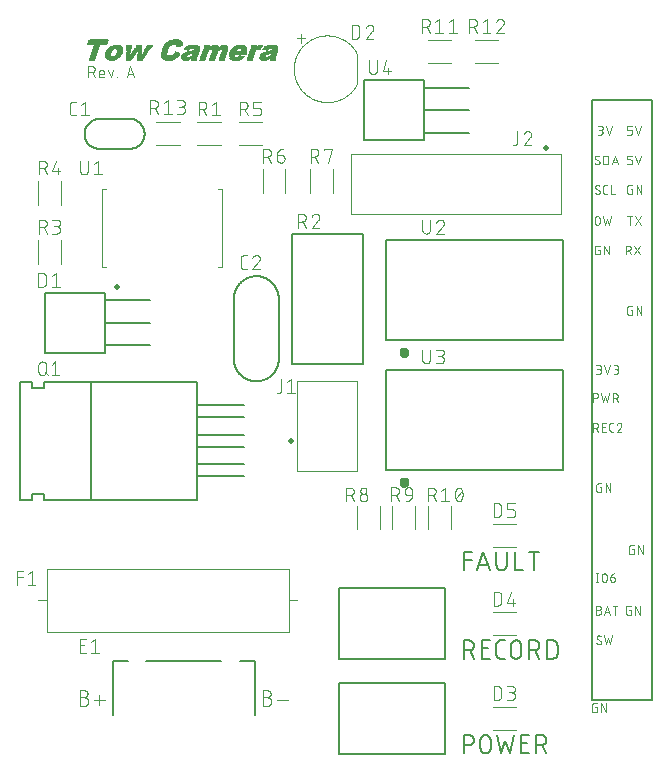
<source format=gbr>
G04 EAGLE Gerber RS-274X export*
G75*
%MOMM*%
%FSLAX34Y34*%
%LPD*%
%INSilkscreen Top*%
%IPPOS*%
%AMOC8*
5,1,8,0,0,1.08239X$1,22.5*%
G01*
%ADD10C,0.076200*%
%ADD11C,0.127000*%
%ADD12C,0.101600*%
%ADD13R,0.156800X0.015675*%
%ADD14R,0.282200X0.015675*%
%ADD15R,0.203900X0.015675*%
%ADD16R,0.266500X0.015675*%
%ADD17R,0.188100X0.015675*%
%ADD18R,0.407700X0.015681*%
%ADD19R,0.501800X0.015681*%
%ADD20R,0.376400X0.015681*%
%ADD21R,0.376300X0.015681*%
%ADD22R,0.533200X0.015675*%
%ADD23R,0.533100X0.015675*%
%ADD24R,0.423300X0.015675*%
%ADD25R,0.439000X0.015675*%
%ADD26R,0.627200X0.015675*%
%ADD27R,0.470400X0.015675*%
%ADD28R,0.454800X0.015675*%
%ADD29R,0.611500X0.015675*%
%ADD30R,0.486100X0.015675*%
%ADD31R,0.454700X0.015675*%
%ADD32R,0.533100X0.015681*%
%ADD33R,0.627200X0.015681*%
%ADD34R,0.454700X0.015681*%
%ADD35R,0.721200X0.015681*%
%ADD36R,0.548800X0.015681*%
%ADD37R,0.454800X0.015681*%
%ADD38R,0.486000X0.015681*%
%ADD39R,0.486100X0.015681*%
%ADD40R,0.721300X0.015681*%
%ADD41R,0.564400X0.015681*%
%ADD42R,0.689900X0.015681*%
%ADD43R,0.799700X0.015681*%
%ADD44R,0.611500X0.015681*%
%ADD45R,0.784000X0.015681*%
%ADD46R,0.470400X0.015681*%
%ADD47R,0.439000X0.015681*%
%ADD48R,0.768400X0.015675*%
%ADD49R,0.878000X0.015675*%
%ADD50R,0.658500X0.015675*%
%ADD51R,0.862400X0.015675*%
%ADD52R,0.486000X0.015675*%
%ADD53R,0.658600X0.015675*%
%ADD54R,0.815300X0.015681*%
%ADD55R,0.940800X0.015681*%
%ADD56R,0.705600X0.015681*%
%ADD57R,0.909500X0.015681*%
%ADD58R,0.878100X0.015675*%
%ADD59R,0.987800X0.015675*%
%ADD60R,0.752700X0.015675*%
%ADD61R,0.956500X0.015675*%
%ADD62R,0.501700X0.015681*%
%ADD63R,1.034900X0.015681*%
%ADD64R,0.987800X0.015681*%
%ADD65R,0.956500X0.015681*%
%ADD66R,0.517400X0.015681*%
%ADD67R,1.081900X0.015681*%
%ADD68R,0.815400X0.015681*%
%ADD69R,1.003500X0.015675*%
%ADD70R,0.517400X0.015675*%
%ADD71R,1.128900X0.015675*%
%ADD72R,0.846800X0.015675*%
%ADD73R,1.066200X0.015675*%
%ADD74R,0.846700X0.015675*%
%ADD75R,1.019200X0.015681*%
%ADD76R,1.144600X0.015681*%
%ADD77R,1.332800X0.015681*%
%ADD78R,1.097600X0.015681*%
%ADD79R,0.548800X0.015675*%
%ADD80R,1.191700X0.015675*%
%ADD81R,1.332800X0.015675*%
%ADD82R,1.129000X0.015675*%
%ADD83R,0.564500X0.015681*%
%ADD84R,1.223100X0.015681*%
%ADD85R,1.144700X0.015681*%
%ADD86R,1.348500X0.015681*%
%ADD87R,1.113300X0.015681*%
%ADD88R,1.254400X0.015681*%
%ADD89R,1.348400X0.015681*%
%ADD90R,1.191700X0.015681*%
%ADD91R,1.144700X0.015675*%
%ADD92R,0.580100X0.015675*%
%ADD93R,0.580200X0.015675*%
%ADD94R,1.270100X0.015675*%
%ADD95R,1.348400X0.015675*%
%ADD96R,1.207400X0.015675*%
%ADD97R,1.364200X0.015675*%
%ADD98R,0.533200X0.015681*%
%ADD99R,1.160300X0.015681*%
%ADD100R,0.580100X0.015681*%
%ADD101R,0.595800X0.015681*%
%ADD102R,1.317100X0.015681*%
%ADD103R,1.238700X0.015681*%
%ADD104R,1.364200X0.015681*%
%ADD105R,0.595800X0.015675*%
%ADD106R,0.564400X0.015675*%
%ADD107R,0.689900X0.015675*%
%ADD108R,1.254400X0.015675*%
%ADD109R,0.690000X0.015675*%
%ADD110R,1.364100X0.015681*%
%ADD111R,0.642900X0.015681*%
%ADD112R,0.642800X0.015681*%
%ADD113R,1.238800X0.015681*%
%ADD114R,1.379800X0.015681*%
%ADD115R,1.270000X0.015675*%
%ADD116R,0.642900X0.015675*%
%ADD117R,1.395500X0.015675*%
%ADD118R,0.501700X0.015675*%
%ADD119R,1.426900X0.015681*%
%ADD120R,0.517500X0.015681*%
%ADD121R,1.442600X0.015675*%
%ADD122R,0.501800X0.015675*%
%ADD123R,0.658500X0.015681*%
%ADD124R,0.674200X0.015681*%
%ADD125R,1.458300X0.015681*%
%ADD126R,0.344900X0.015681*%
%ADD127R,1.473900X0.015681*%
%ADD128R,0.156800X0.015681*%
%ADD129R,0.674200X0.015675*%
%ADD130R,1.489600X0.015675*%
%ADD131R,0.658600X0.015681*%
%ADD132R,0.705600X0.015675*%
%ADD133R,0.721300X0.015675*%
%ADD134R,0.595900X0.015681*%
%ADD135R,0.580200X0.015681*%
%ADD136R,0.737000X0.015681*%
%ADD137R,0.736900X0.015675*%
%ADD138R,0.752600X0.015675*%
%ADD139R,0.736900X0.015681*%
%ADD140R,0.752600X0.015681*%
%ADD141R,0.768300X0.015675*%
%ADD142R,0.564500X0.015675*%
%ADD143R,0.768300X0.015681*%
%ADD144R,0.392000X0.015681*%
%ADD145R,1.442500X0.015681*%
%ADD146R,0.611600X0.015681*%
%ADD147R,0.392000X0.015675*%
%ADD148R,0.376300X0.015675*%
%ADD149R,0.517500X0.015675*%
%ADD150R,1.426800X0.015675*%
%ADD151R,1.442500X0.015675*%
%ADD152R,0.752700X0.015681*%
%ADD153R,0.423300X0.015681*%
%ADD154R,1.442600X0.015681*%
%ADD155R,1.270100X0.015681*%
%ADD156R,0.360600X0.015675*%
%ADD157R,1.238700X0.015675*%
%ADD158R,0.298000X0.015681*%
%ADD159R,1.207400X0.015681*%
%ADD160R,0.250900X0.015675*%
%ADD161R,1.426900X0.015675*%
%ADD162R,0.188200X0.015681*%
%ADD163R,0.407600X0.015681*%
%ADD164R,0.125400X0.015681*%
%ADD165R,1.113200X0.015681*%
%ADD166R,0.407700X0.015675*%
%ADD167R,0.078400X0.015675*%
%ADD168R,1.050500X0.015675*%
%ADD169R,1.050600X0.015675*%
%ADD170R,0.015700X0.015681*%
%ADD171R,0.987900X0.015681*%
%ADD172R,0.909400X0.015675*%
%ADD173R,0.893800X0.015675*%
%ADD174R,0.831000X0.015681*%
%ADD175R,0.737000X0.015675*%
%ADD176R,0.407600X0.015675*%
%ADD177R,0.423400X0.015681*%
%ADD178R,0.141100X0.015681*%
%ADD179R,0.423400X0.015675*%
%ADD180R,0.298000X0.015675*%
%ADD181R,0.015600X0.015675*%
%ADD182R,0.297900X0.015675*%
%ADD183R,0.078400X0.015681*%
%ADD184R,2.101100X0.015681*%
%ADD185R,0.846700X0.015681*%
%ADD186R,2.101100X0.015675*%
%ADD187R,2.085400X0.015681*%
%ADD188R,0.862400X0.015681*%
%ADD189R,0.439100X0.015681*%
%ADD190R,2.085500X0.015681*%
%ADD191R,0.878000X0.015681*%
%ADD192R,2.085500X0.015675*%
%ADD193R,1.238800X0.015675*%
%ADD194R,0.893700X0.015675*%
%ADD195R,1.176000X0.015681*%
%ADD196R,0.893800X0.015681*%
%ADD197R,1.160300X0.015675*%
%ADD198R,0.439100X0.015675*%
%ADD199R,2.069800X0.015675*%
%ADD200R,1.176000X0.015675*%
%ADD201R,0.909500X0.015675*%
%ADD202R,1.129000X0.015681*%
%ADD203R,2.069800X0.015681*%
%ADD204R,1.081900X0.015675*%
%ADD205R,0.784000X0.015675*%
%ADD206R,0.799700X0.015675*%
%ADD207R,1.113300X0.015675*%
%ADD208R,1.034800X0.015681*%
%ADD209R,1.019200X0.015675*%
%ADD210R,1.034800X0.015675*%
%ADD211R,1.144600X0.015675*%
%ADD212R,0.972200X0.015681*%
%ADD213R,1.003600X0.015681*%
%ADD214R,0.925100X0.015681*%
%ADD215R,0.235200X0.015675*%
%ADD216R,1.034900X0.015675*%
%ADD217R,0.925100X0.015675*%
%ADD218R,0.313600X0.015681*%
%ADD219R,0.878100X0.015681*%
%ADD220R,0.376400X0.015675*%
%ADD221R,0.972100X0.015675*%
%ADD222R,0.815300X0.015675*%
%ADD223R,0.909400X0.015681*%
%ADD224R,0.595900X0.015675*%
%ADD225R,0.345000X0.015675*%
%ADD226R,0.360700X0.015681*%
%ADD227R,0.329300X0.015681*%
%ADD228R,0.266500X0.015681*%
%ADD229R,0.219600X0.015675*%
%ADD230R,0.203800X0.015675*%
%ADD231R,1.599300X0.015681*%
%ADD232R,1.615000X0.015675*%
%ADD233R,1.615000X0.015681*%
%ADD234R,1.615100X0.015675*%
%ADD235R,1.615100X0.015681*%
%ADD236R,1.489600X0.015681*%
%ADD237R,1.411200X0.015675*%
%ADD238R,1.395500X0.015681*%
%ADD239R,1.285800X0.015675*%
%ADD240R,1.050600X0.015681*%
%ADD241R,0.831100X0.015681*%
%ADD242C,0.120000*%
%ADD243C,0.400000*%
%ADD244C,0.500000*%


D10*
X500381Y297881D02*
X500381Y305247D01*
X502427Y305247D01*
X502516Y305245D01*
X502605Y305239D01*
X502694Y305229D01*
X502782Y305216D01*
X502870Y305199D01*
X502957Y305177D01*
X503042Y305152D01*
X503127Y305124D01*
X503210Y305091D01*
X503292Y305055D01*
X503372Y305016D01*
X503450Y304973D01*
X503526Y304927D01*
X503601Y304877D01*
X503673Y304824D01*
X503742Y304768D01*
X503809Y304709D01*
X503874Y304648D01*
X503935Y304583D01*
X503994Y304516D01*
X504050Y304447D01*
X504103Y304375D01*
X504153Y304300D01*
X504199Y304224D01*
X504242Y304146D01*
X504281Y304066D01*
X504317Y303984D01*
X504350Y303901D01*
X504378Y303816D01*
X504403Y303731D01*
X504425Y303644D01*
X504442Y303556D01*
X504455Y303468D01*
X504465Y303379D01*
X504471Y303290D01*
X504473Y303201D01*
X504471Y303112D01*
X504465Y303023D01*
X504455Y302934D01*
X504442Y302846D01*
X504425Y302758D01*
X504403Y302671D01*
X504378Y302586D01*
X504350Y302501D01*
X504317Y302418D01*
X504281Y302336D01*
X504242Y302256D01*
X504199Y302178D01*
X504153Y302102D01*
X504103Y302027D01*
X504050Y301955D01*
X503994Y301886D01*
X503935Y301819D01*
X503874Y301754D01*
X503809Y301693D01*
X503742Y301634D01*
X503673Y301578D01*
X503601Y301525D01*
X503526Y301475D01*
X503450Y301429D01*
X503372Y301386D01*
X503292Y301347D01*
X503210Y301311D01*
X503127Y301278D01*
X503042Y301250D01*
X502957Y301225D01*
X502870Y301203D01*
X502782Y301186D01*
X502694Y301173D01*
X502605Y301163D01*
X502516Y301157D01*
X502427Y301155D01*
X500381Y301155D01*
X502836Y301155D02*
X504473Y297881D01*
X507905Y297881D02*
X511178Y297881D01*
X507905Y297881D02*
X507905Y305247D01*
X511178Y305247D01*
X510360Y301973D02*
X507905Y301973D01*
X515599Y297881D02*
X517236Y297881D01*
X515599Y297881D02*
X515521Y297883D01*
X515443Y297888D01*
X515366Y297898D01*
X515289Y297911D01*
X515213Y297927D01*
X515138Y297947D01*
X515064Y297971D01*
X514991Y297998D01*
X514919Y298029D01*
X514849Y298063D01*
X514781Y298100D01*
X514714Y298141D01*
X514649Y298185D01*
X514587Y298231D01*
X514527Y298281D01*
X514469Y298333D01*
X514414Y298388D01*
X514362Y298446D01*
X514312Y298506D01*
X514266Y298568D01*
X514222Y298633D01*
X514181Y298700D01*
X514144Y298768D01*
X514110Y298838D01*
X514079Y298910D01*
X514052Y298983D01*
X514028Y299057D01*
X514008Y299132D01*
X513992Y299208D01*
X513979Y299285D01*
X513969Y299362D01*
X513964Y299440D01*
X513962Y299518D01*
X513962Y303610D01*
X513964Y303690D01*
X513970Y303770D01*
X513980Y303850D01*
X513993Y303929D01*
X514011Y304008D01*
X514032Y304085D01*
X514058Y304161D01*
X514087Y304236D01*
X514119Y304310D01*
X514155Y304382D01*
X514195Y304452D01*
X514238Y304519D01*
X514284Y304585D01*
X514334Y304648D01*
X514386Y304709D01*
X514441Y304768D01*
X514500Y304823D01*
X514560Y304875D01*
X514624Y304925D01*
X514690Y304971D01*
X514757Y305014D01*
X514827Y305054D01*
X514899Y305090D01*
X514973Y305122D01*
X515047Y305151D01*
X515124Y305177D01*
X515201Y305198D01*
X515280Y305216D01*
X515359Y305229D01*
X515439Y305239D01*
X515519Y305245D01*
X515599Y305247D01*
X517236Y305247D01*
X522332Y305248D02*
X522417Y305246D01*
X522502Y305240D01*
X522586Y305230D01*
X522670Y305217D01*
X522754Y305199D01*
X522836Y305178D01*
X522917Y305153D01*
X522997Y305124D01*
X523076Y305091D01*
X523153Y305055D01*
X523228Y305015D01*
X523302Y304972D01*
X523373Y304926D01*
X523442Y304876D01*
X523509Y304823D01*
X523573Y304767D01*
X523634Y304708D01*
X523693Y304647D01*
X523749Y304583D01*
X523802Y304516D01*
X523852Y304447D01*
X523898Y304376D01*
X523941Y304302D01*
X523981Y304227D01*
X524017Y304150D01*
X524050Y304071D01*
X524079Y303991D01*
X524104Y303910D01*
X524125Y303828D01*
X524143Y303744D01*
X524156Y303660D01*
X524166Y303576D01*
X524172Y303491D01*
X524174Y303406D01*
X522332Y305247D02*
X522236Y305245D01*
X522140Y305239D01*
X522045Y305229D01*
X521950Y305216D01*
X521855Y305198D01*
X521762Y305177D01*
X521669Y305152D01*
X521578Y305123D01*
X521487Y305091D01*
X521398Y305055D01*
X521311Y305015D01*
X521225Y304972D01*
X521141Y304926D01*
X521059Y304876D01*
X520979Y304822D01*
X520902Y304766D01*
X520827Y304706D01*
X520754Y304644D01*
X520684Y304578D01*
X520616Y304510D01*
X520551Y304439D01*
X520490Y304366D01*
X520431Y304290D01*
X520375Y304211D01*
X520323Y304131D01*
X520274Y304048D01*
X520228Y303964D01*
X520186Y303878D01*
X520148Y303790D01*
X520113Y303701D01*
X520081Y303610D01*
X523559Y301974D02*
X523619Y302033D01*
X523676Y302095D01*
X523731Y302159D01*
X523782Y302226D01*
X523831Y302295D01*
X523877Y302365D01*
X523920Y302438D01*
X523960Y302512D01*
X523996Y302588D01*
X524029Y302666D01*
X524059Y302745D01*
X524086Y302825D01*
X524109Y302906D01*
X524128Y302988D01*
X524144Y303070D01*
X524157Y303154D01*
X524166Y303238D01*
X524171Y303322D01*
X524173Y303406D01*
X523559Y301973D02*
X520081Y297881D01*
X524173Y297881D01*
X504927Y346631D02*
X502881Y346631D01*
X504927Y346631D02*
X505016Y346633D01*
X505105Y346639D01*
X505194Y346649D01*
X505282Y346662D01*
X505370Y346679D01*
X505457Y346701D01*
X505542Y346726D01*
X505627Y346754D01*
X505710Y346787D01*
X505792Y346823D01*
X505872Y346862D01*
X505950Y346905D01*
X506026Y346951D01*
X506101Y347001D01*
X506173Y347054D01*
X506242Y347110D01*
X506309Y347169D01*
X506374Y347230D01*
X506435Y347295D01*
X506494Y347362D01*
X506550Y347431D01*
X506603Y347503D01*
X506653Y347578D01*
X506699Y347654D01*
X506742Y347732D01*
X506781Y347812D01*
X506817Y347894D01*
X506850Y347977D01*
X506878Y348062D01*
X506903Y348147D01*
X506925Y348234D01*
X506942Y348322D01*
X506955Y348410D01*
X506965Y348499D01*
X506971Y348588D01*
X506973Y348677D01*
X506971Y348766D01*
X506965Y348855D01*
X506955Y348944D01*
X506942Y349032D01*
X506925Y349120D01*
X506903Y349207D01*
X506878Y349292D01*
X506850Y349377D01*
X506817Y349460D01*
X506781Y349542D01*
X506742Y349622D01*
X506699Y349700D01*
X506653Y349776D01*
X506603Y349851D01*
X506550Y349923D01*
X506494Y349992D01*
X506435Y350059D01*
X506374Y350124D01*
X506309Y350185D01*
X506242Y350244D01*
X506173Y350300D01*
X506101Y350353D01*
X506026Y350403D01*
X505950Y350449D01*
X505872Y350492D01*
X505792Y350531D01*
X505710Y350567D01*
X505627Y350600D01*
X505542Y350628D01*
X505457Y350653D01*
X505370Y350675D01*
X505282Y350692D01*
X505194Y350705D01*
X505105Y350715D01*
X505016Y350721D01*
X504927Y350723D01*
X505336Y353997D02*
X502881Y353997D01*
X505336Y353997D02*
X505415Y353995D01*
X505494Y353989D01*
X505573Y353980D01*
X505651Y353967D01*
X505728Y353949D01*
X505804Y353929D01*
X505879Y353904D01*
X505953Y353876D01*
X506026Y353845D01*
X506097Y353809D01*
X506166Y353771D01*
X506233Y353729D01*
X506298Y353684D01*
X506361Y353636D01*
X506422Y353585D01*
X506479Y353531D01*
X506535Y353475D01*
X506587Y353416D01*
X506637Y353354D01*
X506683Y353290D01*
X506727Y353224D01*
X506767Y353156D01*
X506803Y353086D01*
X506837Y353014D01*
X506867Y352940D01*
X506893Y352866D01*
X506916Y352790D01*
X506934Y352713D01*
X506950Y352636D01*
X506961Y352557D01*
X506969Y352479D01*
X506973Y352400D01*
X506973Y352320D01*
X506969Y352241D01*
X506961Y352163D01*
X506950Y352084D01*
X506934Y352007D01*
X506916Y351930D01*
X506893Y351854D01*
X506867Y351780D01*
X506837Y351706D01*
X506803Y351634D01*
X506767Y351564D01*
X506727Y351496D01*
X506683Y351430D01*
X506637Y351366D01*
X506587Y351304D01*
X506535Y351245D01*
X506479Y351189D01*
X506422Y351135D01*
X506361Y351084D01*
X506298Y351036D01*
X506233Y350991D01*
X506166Y350949D01*
X506097Y350911D01*
X506026Y350875D01*
X505953Y350844D01*
X505879Y350816D01*
X505804Y350791D01*
X505728Y350771D01*
X505651Y350753D01*
X505573Y350740D01*
X505494Y350731D01*
X505415Y350725D01*
X505336Y350723D01*
X503699Y350723D01*
X509787Y353997D02*
X512242Y346631D01*
X514698Y353997D01*
X517511Y346631D02*
X519557Y346631D01*
X519646Y346633D01*
X519735Y346639D01*
X519824Y346649D01*
X519912Y346662D01*
X520000Y346679D01*
X520087Y346701D01*
X520172Y346726D01*
X520257Y346754D01*
X520340Y346787D01*
X520422Y346823D01*
X520502Y346862D01*
X520580Y346905D01*
X520656Y346951D01*
X520731Y347001D01*
X520803Y347054D01*
X520872Y347110D01*
X520939Y347169D01*
X521004Y347230D01*
X521065Y347295D01*
X521124Y347362D01*
X521180Y347431D01*
X521233Y347503D01*
X521283Y347578D01*
X521329Y347654D01*
X521372Y347732D01*
X521411Y347812D01*
X521447Y347894D01*
X521480Y347977D01*
X521508Y348062D01*
X521533Y348147D01*
X521555Y348234D01*
X521572Y348322D01*
X521585Y348410D01*
X521595Y348499D01*
X521601Y348588D01*
X521603Y348677D01*
X521601Y348766D01*
X521595Y348855D01*
X521585Y348944D01*
X521572Y349032D01*
X521555Y349120D01*
X521533Y349207D01*
X521508Y349292D01*
X521480Y349377D01*
X521447Y349460D01*
X521411Y349542D01*
X521372Y349622D01*
X521329Y349700D01*
X521283Y349776D01*
X521233Y349851D01*
X521180Y349923D01*
X521124Y349992D01*
X521065Y350059D01*
X521004Y350124D01*
X520939Y350185D01*
X520872Y350244D01*
X520803Y350300D01*
X520731Y350353D01*
X520656Y350403D01*
X520580Y350449D01*
X520502Y350492D01*
X520422Y350531D01*
X520340Y350567D01*
X520257Y350600D01*
X520172Y350628D01*
X520087Y350653D01*
X520000Y350675D01*
X519912Y350692D01*
X519824Y350705D01*
X519735Y350715D01*
X519646Y350721D01*
X519557Y350723D01*
X519967Y353997D02*
X517511Y353997D01*
X519967Y353997D02*
X520046Y353995D01*
X520125Y353989D01*
X520204Y353980D01*
X520282Y353967D01*
X520359Y353949D01*
X520435Y353929D01*
X520510Y353904D01*
X520584Y353876D01*
X520657Y353845D01*
X520728Y353809D01*
X520797Y353771D01*
X520864Y353729D01*
X520929Y353684D01*
X520992Y353636D01*
X521053Y353585D01*
X521110Y353531D01*
X521166Y353475D01*
X521218Y353416D01*
X521268Y353354D01*
X521314Y353290D01*
X521358Y353224D01*
X521398Y353156D01*
X521434Y353086D01*
X521468Y353014D01*
X521498Y352940D01*
X521524Y352866D01*
X521547Y352790D01*
X521565Y352713D01*
X521581Y352636D01*
X521592Y352557D01*
X521600Y352479D01*
X521604Y352400D01*
X521604Y352320D01*
X521600Y352241D01*
X521592Y352163D01*
X521581Y352084D01*
X521565Y352007D01*
X521547Y351930D01*
X521524Y351854D01*
X521498Y351780D01*
X521468Y351706D01*
X521434Y351634D01*
X521398Y351564D01*
X521358Y351496D01*
X521314Y351430D01*
X521268Y351366D01*
X521218Y351304D01*
X521166Y351245D01*
X521110Y351189D01*
X521053Y351135D01*
X520992Y351084D01*
X520929Y351036D01*
X520864Y350991D01*
X520797Y350949D01*
X520728Y350911D01*
X520657Y350875D01*
X520584Y350844D01*
X520510Y350816D01*
X520435Y350791D01*
X520359Y350771D01*
X520282Y350753D01*
X520204Y350740D01*
X520125Y350731D01*
X520046Y350725D01*
X519967Y350723D01*
X518330Y350723D01*
X529131Y549131D02*
X531586Y549131D01*
X531664Y549133D01*
X531742Y549138D01*
X531819Y549148D01*
X531896Y549161D01*
X531972Y549177D01*
X532047Y549197D01*
X532121Y549221D01*
X532194Y549248D01*
X532266Y549279D01*
X532336Y549313D01*
X532405Y549350D01*
X532471Y549391D01*
X532536Y549435D01*
X532598Y549481D01*
X532658Y549531D01*
X532716Y549583D01*
X532771Y549638D01*
X532823Y549696D01*
X532873Y549756D01*
X532919Y549818D01*
X532963Y549883D01*
X533004Y549950D01*
X533041Y550018D01*
X533075Y550088D01*
X533106Y550160D01*
X533133Y550233D01*
X533157Y550307D01*
X533177Y550382D01*
X533193Y550458D01*
X533206Y550535D01*
X533216Y550612D01*
X533221Y550690D01*
X533223Y550768D01*
X533223Y551586D01*
X533221Y551664D01*
X533216Y551742D01*
X533206Y551819D01*
X533193Y551896D01*
X533177Y551972D01*
X533157Y552047D01*
X533133Y552121D01*
X533106Y552194D01*
X533075Y552266D01*
X533041Y552336D01*
X533004Y552405D01*
X532963Y552471D01*
X532919Y552536D01*
X532873Y552598D01*
X532823Y552658D01*
X532771Y552716D01*
X532716Y552771D01*
X532658Y552823D01*
X532598Y552873D01*
X532536Y552919D01*
X532471Y552963D01*
X532405Y553004D01*
X532336Y553041D01*
X532266Y553075D01*
X532194Y553106D01*
X532121Y553133D01*
X532047Y553157D01*
X531972Y553177D01*
X531896Y553193D01*
X531819Y553206D01*
X531742Y553216D01*
X531664Y553221D01*
X531586Y553223D01*
X529131Y553223D01*
X529131Y556497D01*
X533223Y556497D01*
X536037Y556497D02*
X538492Y549131D01*
X540948Y556497D01*
X531586Y524131D02*
X529131Y524131D01*
X531586Y524131D02*
X531664Y524133D01*
X531742Y524138D01*
X531819Y524148D01*
X531896Y524161D01*
X531972Y524177D01*
X532047Y524197D01*
X532121Y524221D01*
X532194Y524248D01*
X532266Y524279D01*
X532336Y524313D01*
X532405Y524350D01*
X532471Y524391D01*
X532536Y524435D01*
X532598Y524481D01*
X532658Y524531D01*
X532716Y524583D01*
X532771Y524638D01*
X532823Y524696D01*
X532873Y524756D01*
X532919Y524818D01*
X532963Y524883D01*
X533004Y524950D01*
X533041Y525018D01*
X533075Y525088D01*
X533106Y525160D01*
X533133Y525233D01*
X533157Y525307D01*
X533177Y525382D01*
X533193Y525458D01*
X533206Y525535D01*
X533216Y525612D01*
X533221Y525690D01*
X533223Y525768D01*
X533223Y526586D01*
X533221Y526664D01*
X533216Y526742D01*
X533206Y526819D01*
X533193Y526896D01*
X533177Y526972D01*
X533157Y527047D01*
X533133Y527121D01*
X533106Y527194D01*
X533075Y527266D01*
X533041Y527336D01*
X533004Y527405D01*
X532963Y527471D01*
X532919Y527536D01*
X532873Y527598D01*
X532823Y527658D01*
X532771Y527716D01*
X532716Y527771D01*
X532658Y527823D01*
X532598Y527873D01*
X532536Y527919D01*
X532471Y527963D01*
X532405Y528004D01*
X532336Y528041D01*
X532266Y528075D01*
X532194Y528106D01*
X532121Y528133D01*
X532047Y528157D01*
X531972Y528177D01*
X531896Y528193D01*
X531819Y528206D01*
X531742Y528216D01*
X531664Y528221D01*
X531586Y528223D01*
X529131Y528223D01*
X529131Y531497D01*
X533223Y531497D01*
X536037Y531497D02*
X538492Y524131D01*
X540948Y531497D01*
X506177Y549131D02*
X504131Y549131D01*
X506177Y549131D02*
X506266Y549133D01*
X506355Y549139D01*
X506444Y549149D01*
X506532Y549162D01*
X506620Y549179D01*
X506707Y549201D01*
X506792Y549226D01*
X506877Y549254D01*
X506960Y549287D01*
X507042Y549323D01*
X507122Y549362D01*
X507200Y549405D01*
X507276Y549451D01*
X507351Y549501D01*
X507423Y549554D01*
X507492Y549610D01*
X507559Y549669D01*
X507624Y549730D01*
X507685Y549795D01*
X507744Y549862D01*
X507800Y549931D01*
X507853Y550003D01*
X507903Y550078D01*
X507949Y550154D01*
X507992Y550232D01*
X508031Y550312D01*
X508067Y550394D01*
X508100Y550477D01*
X508128Y550562D01*
X508153Y550647D01*
X508175Y550734D01*
X508192Y550822D01*
X508205Y550910D01*
X508215Y550999D01*
X508221Y551088D01*
X508223Y551177D01*
X508221Y551266D01*
X508215Y551355D01*
X508205Y551444D01*
X508192Y551532D01*
X508175Y551620D01*
X508153Y551707D01*
X508128Y551792D01*
X508100Y551877D01*
X508067Y551960D01*
X508031Y552042D01*
X507992Y552122D01*
X507949Y552200D01*
X507903Y552276D01*
X507853Y552351D01*
X507800Y552423D01*
X507744Y552492D01*
X507685Y552559D01*
X507624Y552624D01*
X507559Y552685D01*
X507492Y552744D01*
X507423Y552800D01*
X507351Y552853D01*
X507276Y552903D01*
X507200Y552949D01*
X507122Y552992D01*
X507042Y553031D01*
X506960Y553067D01*
X506877Y553100D01*
X506792Y553128D01*
X506707Y553153D01*
X506620Y553175D01*
X506532Y553192D01*
X506444Y553205D01*
X506355Y553215D01*
X506266Y553221D01*
X506177Y553223D01*
X506586Y556497D02*
X504131Y556497D01*
X506586Y556497D02*
X506665Y556495D01*
X506744Y556489D01*
X506823Y556480D01*
X506901Y556467D01*
X506978Y556449D01*
X507054Y556429D01*
X507129Y556404D01*
X507203Y556376D01*
X507276Y556345D01*
X507347Y556309D01*
X507416Y556271D01*
X507483Y556229D01*
X507548Y556184D01*
X507611Y556136D01*
X507672Y556085D01*
X507729Y556031D01*
X507785Y555975D01*
X507837Y555916D01*
X507887Y555854D01*
X507933Y555790D01*
X507977Y555724D01*
X508017Y555656D01*
X508053Y555586D01*
X508087Y555514D01*
X508117Y555440D01*
X508143Y555366D01*
X508166Y555290D01*
X508184Y555213D01*
X508200Y555136D01*
X508211Y555057D01*
X508219Y554979D01*
X508223Y554900D01*
X508223Y554820D01*
X508219Y554741D01*
X508211Y554663D01*
X508200Y554584D01*
X508184Y554507D01*
X508166Y554430D01*
X508143Y554354D01*
X508117Y554280D01*
X508087Y554206D01*
X508053Y554134D01*
X508017Y554064D01*
X507977Y553996D01*
X507933Y553930D01*
X507887Y553866D01*
X507837Y553804D01*
X507785Y553745D01*
X507729Y553689D01*
X507672Y553635D01*
X507611Y553584D01*
X507548Y553536D01*
X507483Y553491D01*
X507416Y553449D01*
X507347Y553411D01*
X507276Y553375D01*
X507203Y553344D01*
X507129Y553316D01*
X507054Y553291D01*
X506978Y553271D01*
X506901Y553253D01*
X506823Y553240D01*
X506744Y553231D01*
X506665Y553225D01*
X506586Y553223D01*
X504949Y553223D01*
X511037Y556497D02*
X513492Y549131D01*
X515948Y556497D01*
X505723Y525768D02*
X505721Y525690D01*
X505716Y525612D01*
X505706Y525535D01*
X505693Y525458D01*
X505677Y525382D01*
X505657Y525307D01*
X505633Y525233D01*
X505606Y525160D01*
X505575Y525088D01*
X505541Y525018D01*
X505504Y524950D01*
X505463Y524883D01*
X505419Y524818D01*
X505373Y524756D01*
X505323Y524696D01*
X505271Y524638D01*
X505216Y524583D01*
X505158Y524531D01*
X505098Y524481D01*
X505036Y524435D01*
X504971Y524391D01*
X504905Y524350D01*
X504836Y524313D01*
X504766Y524279D01*
X504694Y524248D01*
X504621Y524221D01*
X504547Y524197D01*
X504472Y524177D01*
X504396Y524161D01*
X504319Y524148D01*
X504242Y524138D01*
X504164Y524133D01*
X504086Y524131D01*
X503972Y524133D01*
X503859Y524138D01*
X503745Y524148D01*
X503632Y524161D01*
X503520Y524178D01*
X503408Y524198D01*
X503297Y524222D01*
X503186Y524250D01*
X503077Y524281D01*
X502969Y524316D01*
X502862Y524355D01*
X502756Y524397D01*
X502652Y524442D01*
X502549Y524491D01*
X502448Y524544D01*
X502349Y524599D01*
X502251Y524658D01*
X502156Y524720D01*
X502063Y524785D01*
X501971Y524853D01*
X501883Y524924D01*
X501796Y524998D01*
X501712Y525075D01*
X501631Y525154D01*
X501835Y529860D02*
X501837Y529938D01*
X501842Y530016D01*
X501852Y530093D01*
X501865Y530170D01*
X501881Y530246D01*
X501901Y530321D01*
X501925Y530395D01*
X501952Y530468D01*
X501983Y530540D01*
X502017Y530610D01*
X502054Y530679D01*
X502095Y530745D01*
X502139Y530810D01*
X502185Y530872D01*
X502235Y530932D01*
X502287Y530990D01*
X502342Y531045D01*
X502400Y531097D01*
X502460Y531147D01*
X502522Y531193D01*
X502587Y531237D01*
X502654Y531278D01*
X502722Y531315D01*
X502792Y531349D01*
X502864Y531380D01*
X502937Y531407D01*
X503011Y531431D01*
X503086Y531451D01*
X503162Y531467D01*
X503239Y531480D01*
X503316Y531490D01*
X503394Y531495D01*
X503472Y531497D01*
X503582Y531495D01*
X503691Y531489D01*
X503801Y531479D01*
X503909Y531466D01*
X504018Y531448D01*
X504125Y531427D01*
X504232Y531401D01*
X504338Y531372D01*
X504443Y531340D01*
X504546Y531303D01*
X504648Y531263D01*
X504749Y531219D01*
X504848Y531171D01*
X504945Y531121D01*
X505040Y531066D01*
X505133Y531008D01*
X505224Y530947D01*
X505313Y530883D01*
X502654Y528427D02*
X502587Y528469D01*
X502522Y528513D01*
X502460Y528561D01*
X502400Y528611D01*
X502342Y528664D01*
X502287Y528720D01*
X502235Y528779D01*
X502185Y528839D01*
X502138Y528903D01*
X502095Y528968D01*
X502054Y529035D01*
X502017Y529104D01*
X501983Y529175D01*
X501952Y529247D01*
X501925Y529321D01*
X501901Y529395D01*
X501881Y529471D01*
X501865Y529548D01*
X501852Y529625D01*
X501842Y529703D01*
X501837Y529782D01*
X501835Y529860D01*
X504905Y527200D02*
X504971Y527158D01*
X505036Y527114D01*
X505098Y527067D01*
X505158Y527016D01*
X505216Y526963D01*
X505271Y526907D01*
X505324Y526849D01*
X505373Y526788D01*
X505420Y526725D01*
X505463Y526660D01*
X505504Y526593D01*
X505541Y526524D01*
X505575Y526453D01*
X505606Y526381D01*
X505633Y526307D01*
X505657Y526232D01*
X505677Y526157D01*
X505693Y526080D01*
X505706Y526003D01*
X505716Y525925D01*
X505721Y525846D01*
X505723Y525768D01*
X504905Y527200D02*
X502654Y528428D01*
X508946Y531497D02*
X508946Y524131D01*
X508946Y531497D02*
X510992Y531497D01*
X511081Y531495D01*
X511170Y531489D01*
X511259Y531479D01*
X511347Y531466D01*
X511435Y531449D01*
X511522Y531427D01*
X511607Y531402D01*
X511692Y531374D01*
X511775Y531341D01*
X511857Y531305D01*
X511937Y531266D01*
X512015Y531223D01*
X512091Y531177D01*
X512166Y531127D01*
X512238Y531074D01*
X512307Y531018D01*
X512374Y530959D01*
X512439Y530898D01*
X512500Y530833D01*
X512559Y530766D01*
X512615Y530697D01*
X512668Y530625D01*
X512718Y530550D01*
X512764Y530474D01*
X512807Y530396D01*
X512846Y530316D01*
X512882Y530234D01*
X512915Y530151D01*
X512943Y530066D01*
X512968Y529981D01*
X512990Y529894D01*
X513007Y529806D01*
X513020Y529718D01*
X513030Y529629D01*
X513036Y529540D01*
X513038Y529451D01*
X513038Y526177D01*
X513036Y526088D01*
X513030Y525999D01*
X513020Y525910D01*
X513007Y525822D01*
X512990Y525734D01*
X512968Y525647D01*
X512943Y525562D01*
X512915Y525477D01*
X512882Y525394D01*
X512846Y525312D01*
X512807Y525232D01*
X512764Y525154D01*
X512718Y525078D01*
X512668Y525003D01*
X512615Y524931D01*
X512559Y524862D01*
X512500Y524795D01*
X512439Y524730D01*
X512374Y524669D01*
X512307Y524610D01*
X512238Y524554D01*
X512166Y524501D01*
X512091Y524451D01*
X512015Y524405D01*
X511937Y524362D01*
X511857Y524323D01*
X511775Y524287D01*
X511692Y524254D01*
X511607Y524226D01*
X511522Y524201D01*
X511435Y524179D01*
X511347Y524162D01*
X511259Y524149D01*
X511170Y524139D01*
X511081Y524133D01*
X510992Y524131D01*
X508946Y524131D01*
X516096Y524131D02*
X518551Y531497D01*
X521007Y524131D01*
X520393Y525973D02*
X516710Y525973D01*
X505723Y500768D02*
X505721Y500690D01*
X505716Y500612D01*
X505706Y500535D01*
X505693Y500458D01*
X505677Y500382D01*
X505657Y500307D01*
X505633Y500233D01*
X505606Y500160D01*
X505575Y500088D01*
X505541Y500018D01*
X505504Y499950D01*
X505463Y499883D01*
X505419Y499818D01*
X505373Y499756D01*
X505323Y499696D01*
X505271Y499638D01*
X505216Y499583D01*
X505158Y499531D01*
X505098Y499481D01*
X505036Y499435D01*
X504971Y499391D01*
X504905Y499350D01*
X504836Y499313D01*
X504766Y499279D01*
X504694Y499248D01*
X504621Y499221D01*
X504547Y499197D01*
X504472Y499177D01*
X504396Y499161D01*
X504319Y499148D01*
X504242Y499138D01*
X504164Y499133D01*
X504086Y499131D01*
X503972Y499133D01*
X503859Y499138D01*
X503745Y499148D01*
X503632Y499161D01*
X503520Y499178D01*
X503408Y499198D01*
X503297Y499222D01*
X503186Y499250D01*
X503077Y499281D01*
X502969Y499316D01*
X502862Y499355D01*
X502756Y499397D01*
X502652Y499442D01*
X502549Y499491D01*
X502448Y499544D01*
X502349Y499599D01*
X502251Y499658D01*
X502156Y499720D01*
X502063Y499785D01*
X501971Y499853D01*
X501883Y499924D01*
X501796Y499998D01*
X501712Y500075D01*
X501631Y500154D01*
X501835Y504860D02*
X501837Y504938D01*
X501842Y505016D01*
X501852Y505093D01*
X501865Y505170D01*
X501881Y505246D01*
X501901Y505321D01*
X501925Y505395D01*
X501952Y505468D01*
X501983Y505540D01*
X502017Y505610D01*
X502054Y505679D01*
X502095Y505745D01*
X502139Y505810D01*
X502185Y505872D01*
X502235Y505932D01*
X502287Y505990D01*
X502342Y506045D01*
X502400Y506097D01*
X502460Y506147D01*
X502522Y506193D01*
X502587Y506237D01*
X502654Y506278D01*
X502722Y506315D01*
X502792Y506349D01*
X502864Y506380D01*
X502937Y506407D01*
X503011Y506431D01*
X503086Y506451D01*
X503162Y506467D01*
X503239Y506480D01*
X503316Y506490D01*
X503394Y506495D01*
X503472Y506497D01*
X503582Y506495D01*
X503691Y506489D01*
X503801Y506479D01*
X503909Y506466D01*
X504018Y506448D01*
X504125Y506427D01*
X504232Y506401D01*
X504338Y506372D01*
X504443Y506340D01*
X504546Y506303D01*
X504648Y506263D01*
X504749Y506219D01*
X504848Y506171D01*
X504945Y506121D01*
X505040Y506066D01*
X505133Y506008D01*
X505224Y505947D01*
X505313Y505883D01*
X502654Y503427D02*
X502587Y503469D01*
X502522Y503513D01*
X502460Y503561D01*
X502400Y503611D01*
X502342Y503664D01*
X502287Y503720D01*
X502235Y503779D01*
X502185Y503839D01*
X502138Y503903D01*
X502095Y503968D01*
X502054Y504035D01*
X502017Y504104D01*
X501983Y504175D01*
X501952Y504247D01*
X501925Y504321D01*
X501901Y504395D01*
X501881Y504471D01*
X501865Y504548D01*
X501852Y504625D01*
X501842Y504703D01*
X501837Y504782D01*
X501835Y504860D01*
X504905Y502200D02*
X504971Y502158D01*
X505036Y502114D01*
X505098Y502067D01*
X505158Y502016D01*
X505216Y501963D01*
X505271Y501907D01*
X505324Y501849D01*
X505373Y501788D01*
X505420Y501725D01*
X505463Y501660D01*
X505504Y501593D01*
X505541Y501524D01*
X505575Y501453D01*
X505606Y501381D01*
X505633Y501307D01*
X505657Y501232D01*
X505677Y501157D01*
X505693Y501080D01*
X505706Y501003D01*
X505716Y500925D01*
X505721Y500846D01*
X505723Y500768D01*
X504905Y502200D02*
X502654Y503428D01*
X510316Y499131D02*
X511953Y499131D01*
X510316Y499131D02*
X510238Y499133D01*
X510160Y499138D01*
X510083Y499148D01*
X510006Y499161D01*
X509930Y499177D01*
X509855Y499197D01*
X509781Y499221D01*
X509708Y499248D01*
X509636Y499279D01*
X509566Y499313D01*
X509498Y499350D01*
X509431Y499391D01*
X509366Y499435D01*
X509304Y499481D01*
X509244Y499531D01*
X509186Y499583D01*
X509131Y499638D01*
X509079Y499696D01*
X509029Y499756D01*
X508983Y499818D01*
X508939Y499883D01*
X508898Y499950D01*
X508861Y500018D01*
X508827Y500088D01*
X508796Y500160D01*
X508769Y500233D01*
X508745Y500307D01*
X508725Y500382D01*
X508709Y500458D01*
X508696Y500535D01*
X508686Y500612D01*
X508681Y500690D01*
X508679Y500768D01*
X508679Y504860D01*
X508681Y504940D01*
X508687Y505020D01*
X508697Y505100D01*
X508710Y505179D01*
X508728Y505258D01*
X508749Y505335D01*
X508775Y505411D01*
X508804Y505486D01*
X508836Y505560D01*
X508872Y505632D01*
X508912Y505702D01*
X508955Y505769D01*
X509001Y505835D01*
X509051Y505898D01*
X509103Y505959D01*
X509158Y506018D01*
X509217Y506073D01*
X509277Y506125D01*
X509341Y506175D01*
X509407Y506221D01*
X509474Y506264D01*
X509544Y506304D01*
X509616Y506340D01*
X509690Y506372D01*
X509764Y506401D01*
X509841Y506427D01*
X509918Y506448D01*
X509997Y506466D01*
X510076Y506479D01*
X510156Y506489D01*
X510236Y506495D01*
X510316Y506497D01*
X511953Y506497D01*
X515058Y506497D02*
X515058Y499131D01*
X518332Y499131D01*
X501631Y478201D02*
X501631Y474927D01*
X501631Y478201D02*
X501633Y478290D01*
X501639Y478379D01*
X501649Y478468D01*
X501662Y478556D01*
X501679Y478644D01*
X501701Y478731D01*
X501726Y478816D01*
X501754Y478901D01*
X501787Y478984D01*
X501823Y479066D01*
X501862Y479146D01*
X501905Y479224D01*
X501951Y479300D01*
X502001Y479375D01*
X502054Y479447D01*
X502110Y479516D01*
X502169Y479583D01*
X502230Y479648D01*
X502295Y479709D01*
X502362Y479768D01*
X502431Y479824D01*
X502503Y479877D01*
X502578Y479927D01*
X502654Y479973D01*
X502732Y480016D01*
X502812Y480055D01*
X502894Y480091D01*
X502977Y480124D01*
X503062Y480152D01*
X503147Y480177D01*
X503234Y480199D01*
X503322Y480216D01*
X503410Y480229D01*
X503499Y480239D01*
X503588Y480245D01*
X503677Y480247D01*
X503766Y480245D01*
X503855Y480239D01*
X503944Y480229D01*
X504032Y480216D01*
X504120Y480199D01*
X504207Y480177D01*
X504292Y480152D01*
X504377Y480124D01*
X504460Y480091D01*
X504542Y480055D01*
X504622Y480016D01*
X504700Y479973D01*
X504776Y479927D01*
X504851Y479877D01*
X504923Y479824D01*
X504992Y479768D01*
X505059Y479709D01*
X505124Y479648D01*
X505185Y479583D01*
X505244Y479516D01*
X505300Y479447D01*
X505353Y479375D01*
X505403Y479300D01*
X505449Y479224D01*
X505492Y479146D01*
X505531Y479066D01*
X505567Y478984D01*
X505600Y478901D01*
X505628Y478816D01*
X505653Y478731D01*
X505675Y478644D01*
X505692Y478556D01*
X505705Y478468D01*
X505715Y478379D01*
X505721Y478290D01*
X505723Y478201D01*
X505723Y474927D01*
X505721Y474838D01*
X505715Y474749D01*
X505705Y474660D01*
X505692Y474572D01*
X505675Y474484D01*
X505653Y474397D01*
X505628Y474312D01*
X505600Y474227D01*
X505567Y474144D01*
X505531Y474062D01*
X505492Y473982D01*
X505449Y473904D01*
X505403Y473828D01*
X505353Y473753D01*
X505300Y473681D01*
X505244Y473612D01*
X505185Y473545D01*
X505124Y473480D01*
X505059Y473419D01*
X504992Y473360D01*
X504923Y473304D01*
X504851Y473251D01*
X504776Y473201D01*
X504700Y473155D01*
X504622Y473112D01*
X504542Y473073D01*
X504460Y473037D01*
X504377Y473004D01*
X504292Y472976D01*
X504207Y472951D01*
X504120Y472929D01*
X504032Y472912D01*
X503944Y472899D01*
X503855Y472889D01*
X503766Y472883D01*
X503677Y472881D01*
X503588Y472883D01*
X503499Y472889D01*
X503410Y472899D01*
X503322Y472912D01*
X503234Y472929D01*
X503147Y472951D01*
X503062Y472976D01*
X502977Y473004D01*
X502894Y473037D01*
X502812Y473073D01*
X502732Y473112D01*
X502654Y473155D01*
X502578Y473201D01*
X502503Y473251D01*
X502431Y473304D01*
X502362Y473360D01*
X502295Y473419D01*
X502230Y473480D01*
X502169Y473545D01*
X502110Y473612D01*
X502054Y473681D01*
X502001Y473753D01*
X501951Y473828D01*
X501905Y473904D01*
X501862Y473982D01*
X501823Y474062D01*
X501787Y474144D01*
X501754Y474227D01*
X501726Y474312D01*
X501701Y474397D01*
X501679Y474484D01*
X501662Y474572D01*
X501649Y474660D01*
X501639Y474749D01*
X501633Y474838D01*
X501631Y474927D01*
X508694Y480247D02*
X510331Y472881D01*
X511968Y477792D01*
X513605Y472881D01*
X515241Y480247D01*
X531996Y503223D02*
X533223Y503223D01*
X533223Y499131D01*
X530768Y499131D01*
X530690Y499133D01*
X530612Y499138D01*
X530535Y499148D01*
X530458Y499161D01*
X530382Y499177D01*
X530307Y499197D01*
X530233Y499221D01*
X530160Y499248D01*
X530088Y499279D01*
X530018Y499313D01*
X529950Y499350D01*
X529883Y499391D01*
X529818Y499435D01*
X529756Y499481D01*
X529696Y499531D01*
X529638Y499583D01*
X529583Y499638D01*
X529531Y499696D01*
X529481Y499756D01*
X529435Y499818D01*
X529391Y499883D01*
X529350Y499950D01*
X529313Y500018D01*
X529279Y500088D01*
X529248Y500160D01*
X529221Y500233D01*
X529197Y500307D01*
X529177Y500382D01*
X529161Y500458D01*
X529148Y500535D01*
X529138Y500612D01*
X529133Y500690D01*
X529131Y500768D01*
X529131Y504860D01*
X529133Y504940D01*
X529139Y505020D01*
X529149Y505100D01*
X529162Y505179D01*
X529180Y505258D01*
X529201Y505335D01*
X529227Y505411D01*
X529256Y505486D01*
X529288Y505560D01*
X529324Y505632D01*
X529364Y505702D01*
X529407Y505769D01*
X529453Y505835D01*
X529503Y505898D01*
X529555Y505959D01*
X529610Y506018D01*
X529669Y506073D01*
X529729Y506125D01*
X529793Y506175D01*
X529859Y506221D01*
X529926Y506264D01*
X529996Y506304D01*
X530068Y506340D01*
X530142Y506372D01*
X530216Y506401D01*
X530293Y506427D01*
X530370Y506448D01*
X530449Y506466D01*
X530528Y506479D01*
X530608Y506489D01*
X530688Y506495D01*
X530768Y506497D01*
X533223Y506497D01*
X536934Y506497D02*
X536934Y499131D01*
X541026Y499131D02*
X536934Y506497D01*
X541026Y506497D02*
X541026Y499131D01*
X531177Y480247D02*
X531177Y472881D01*
X529131Y480247D02*
X533223Y480247D01*
X540460Y480247D02*
X535549Y472881D01*
X540460Y472881D02*
X535549Y480247D01*
X527881Y455247D02*
X527881Y447881D01*
X527881Y455247D02*
X529927Y455247D01*
X530016Y455245D01*
X530105Y455239D01*
X530194Y455229D01*
X530282Y455216D01*
X530370Y455199D01*
X530457Y455177D01*
X530542Y455152D01*
X530627Y455124D01*
X530710Y455091D01*
X530792Y455055D01*
X530872Y455016D01*
X530950Y454973D01*
X531026Y454927D01*
X531101Y454877D01*
X531173Y454824D01*
X531242Y454768D01*
X531309Y454709D01*
X531374Y454648D01*
X531435Y454583D01*
X531494Y454516D01*
X531550Y454447D01*
X531603Y454375D01*
X531653Y454300D01*
X531699Y454224D01*
X531742Y454146D01*
X531781Y454066D01*
X531817Y453984D01*
X531850Y453901D01*
X531878Y453816D01*
X531903Y453731D01*
X531925Y453644D01*
X531942Y453556D01*
X531955Y453468D01*
X531965Y453379D01*
X531971Y453290D01*
X531973Y453201D01*
X531971Y453112D01*
X531965Y453023D01*
X531955Y452934D01*
X531942Y452846D01*
X531925Y452758D01*
X531903Y452671D01*
X531878Y452586D01*
X531850Y452501D01*
X531817Y452418D01*
X531781Y452336D01*
X531742Y452256D01*
X531699Y452178D01*
X531653Y452102D01*
X531603Y452027D01*
X531550Y451955D01*
X531494Y451886D01*
X531435Y451819D01*
X531374Y451754D01*
X531309Y451693D01*
X531242Y451634D01*
X531173Y451578D01*
X531101Y451525D01*
X531026Y451475D01*
X530950Y451429D01*
X530872Y451386D01*
X530792Y451347D01*
X530710Y451311D01*
X530627Y451278D01*
X530542Y451250D01*
X530457Y451225D01*
X530370Y451203D01*
X530282Y451186D01*
X530194Y451173D01*
X530105Y451163D01*
X530016Y451157D01*
X529927Y451155D01*
X527881Y451155D01*
X530336Y451155D02*
X531973Y447881D01*
X534736Y447881D02*
X539646Y455247D01*
X534736Y455247D02*
X539646Y447881D01*
X505723Y451973D02*
X504496Y451973D01*
X505723Y451973D02*
X505723Y447881D01*
X503268Y447881D01*
X503190Y447883D01*
X503112Y447888D01*
X503035Y447898D01*
X502958Y447911D01*
X502882Y447927D01*
X502807Y447947D01*
X502733Y447971D01*
X502660Y447998D01*
X502588Y448029D01*
X502518Y448063D01*
X502450Y448100D01*
X502383Y448141D01*
X502318Y448185D01*
X502256Y448231D01*
X502196Y448281D01*
X502138Y448333D01*
X502083Y448388D01*
X502031Y448446D01*
X501981Y448506D01*
X501935Y448568D01*
X501891Y448633D01*
X501850Y448700D01*
X501813Y448768D01*
X501779Y448838D01*
X501748Y448910D01*
X501721Y448983D01*
X501697Y449057D01*
X501677Y449132D01*
X501661Y449208D01*
X501648Y449285D01*
X501638Y449362D01*
X501633Y449440D01*
X501631Y449518D01*
X501631Y453610D01*
X501633Y453690D01*
X501639Y453770D01*
X501649Y453850D01*
X501662Y453929D01*
X501680Y454008D01*
X501701Y454085D01*
X501727Y454161D01*
X501756Y454236D01*
X501788Y454310D01*
X501824Y454382D01*
X501864Y454452D01*
X501907Y454519D01*
X501953Y454585D01*
X502003Y454648D01*
X502055Y454709D01*
X502110Y454768D01*
X502169Y454823D01*
X502229Y454875D01*
X502293Y454925D01*
X502359Y454971D01*
X502426Y455014D01*
X502496Y455054D01*
X502568Y455090D01*
X502642Y455122D01*
X502716Y455151D01*
X502793Y455177D01*
X502870Y455198D01*
X502949Y455216D01*
X503028Y455229D01*
X503108Y455239D01*
X503188Y455245D01*
X503268Y455247D01*
X505723Y455247D01*
X509434Y455247D02*
X509434Y447881D01*
X513526Y447881D02*
X509434Y455247D01*
X513526Y455247D02*
X513526Y447881D01*
X500381Y330247D02*
X500381Y322881D01*
X500381Y330247D02*
X502427Y330247D01*
X502516Y330245D01*
X502605Y330239D01*
X502694Y330229D01*
X502782Y330216D01*
X502870Y330199D01*
X502957Y330177D01*
X503042Y330152D01*
X503127Y330124D01*
X503210Y330091D01*
X503292Y330055D01*
X503372Y330016D01*
X503450Y329973D01*
X503526Y329927D01*
X503601Y329877D01*
X503673Y329824D01*
X503742Y329768D01*
X503809Y329709D01*
X503874Y329648D01*
X503935Y329583D01*
X503994Y329516D01*
X504050Y329447D01*
X504103Y329375D01*
X504153Y329300D01*
X504199Y329224D01*
X504242Y329146D01*
X504281Y329066D01*
X504317Y328984D01*
X504350Y328901D01*
X504378Y328816D01*
X504403Y328731D01*
X504425Y328644D01*
X504442Y328556D01*
X504455Y328468D01*
X504465Y328379D01*
X504471Y328290D01*
X504473Y328201D01*
X504471Y328112D01*
X504465Y328023D01*
X504455Y327934D01*
X504442Y327846D01*
X504425Y327758D01*
X504403Y327671D01*
X504378Y327586D01*
X504350Y327501D01*
X504317Y327418D01*
X504281Y327336D01*
X504242Y327256D01*
X504199Y327178D01*
X504153Y327102D01*
X504103Y327027D01*
X504050Y326955D01*
X503994Y326886D01*
X503935Y326819D01*
X503874Y326754D01*
X503809Y326693D01*
X503742Y326634D01*
X503673Y326578D01*
X503601Y326525D01*
X503526Y326475D01*
X503450Y326429D01*
X503372Y326386D01*
X503292Y326347D01*
X503210Y326311D01*
X503127Y326278D01*
X503042Y326250D01*
X502957Y326225D01*
X502870Y326203D01*
X502782Y326186D01*
X502694Y326173D01*
X502605Y326163D01*
X502516Y326157D01*
X502427Y326155D01*
X500381Y326155D01*
X507082Y330247D02*
X508719Y322881D01*
X510356Y327792D01*
X511993Y322881D01*
X513630Y330247D01*
X516896Y330247D02*
X516896Y322881D01*
X516896Y330247D02*
X518942Y330247D01*
X519031Y330245D01*
X519120Y330239D01*
X519209Y330229D01*
X519297Y330216D01*
X519385Y330199D01*
X519472Y330177D01*
X519557Y330152D01*
X519642Y330124D01*
X519725Y330091D01*
X519807Y330055D01*
X519887Y330016D01*
X519965Y329973D01*
X520041Y329927D01*
X520116Y329877D01*
X520188Y329824D01*
X520257Y329768D01*
X520324Y329709D01*
X520389Y329648D01*
X520450Y329583D01*
X520509Y329516D01*
X520565Y329447D01*
X520618Y329375D01*
X520668Y329300D01*
X520714Y329224D01*
X520757Y329146D01*
X520796Y329066D01*
X520832Y328984D01*
X520865Y328901D01*
X520893Y328816D01*
X520918Y328731D01*
X520940Y328644D01*
X520957Y328556D01*
X520970Y328468D01*
X520980Y328379D01*
X520986Y328290D01*
X520988Y328201D01*
X520986Y328112D01*
X520980Y328023D01*
X520970Y327934D01*
X520957Y327846D01*
X520940Y327758D01*
X520918Y327671D01*
X520893Y327586D01*
X520865Y327501D01*
X520832Y327418D01*
X520796Y327336D01*
X520757Y327256D01*
X520714Y327178D01*
X520668Y327102D01*
X520618Y327027D01*
X520565Y326955D01*
X520509Y326886D01*
X520450Y326819D01*
X520389Y326754D01*
X520324Y326693D01*
X520257Y326634D01*
X520188Y326578D01*
X520116Y326525D01*
X520041Y326475D01*
X519965Y326429D01*
X519887Y326386D01*
X519807Y326347D01*
X519725Y326311D01*
X519642Y326278D01*
X519557Y326250D01*
X519472Y326225D01*
X519385Y326203D01*
X519297Y326186D01*
X519209Y326173D01*
X519120Y326163D01*
X519031Y326157D01*
X518942Y326155D01*
X516896Y326155D01*
X519351Y326155D02*
X520988Y322881D01*
X506973Y119518D02*
X506971Y119440D01*
X506966Y119362D01*
X506956Y119285D01*
X506943Y119208D01*
X506927Y119132D01*
X506907Y119057D01*
X506883Y118983D01*
X506856Y118910D01*
X506825Y118838D01*
X506791Y118768D01*
X506754Y118700D01*
X506713Y118633D01*
X506669Y118568D01*
X506623Y118506D01*
X506573Y118446D01*
X506521Y118388D01*
X506466Y118333D01*
X506408Y118281D01*
X506348Y118231D01*
X506286Y118185D01*
X506221Y118141D01*
X506155Y118100D01*
X506086Y118063D01*
X506016Y118029D01*
X505944Y117998D01*
X505871Y117971D01*
X505797Y117947D01*
X505722Y117927D01*
X505646Y117911D01*
X505569Y117898D01*
X505492Y117888D01*
X505414Y117883D01*
X505336Y117881D01*
X505222Y117883D01*
X505109Y117888D01*
X504995Y117898D01*
X504882Y117911D01*
X504770Y117928D01*
X504658Y117948D01*
X504547Y117972D01*
X504436Y118000D01*
X504327Y118031D01*
X504219Y118066D01*
X504112Y118105D01*
X504006Y118147D01*
X503902Y118192D01*
X503799Y118241D01*
X503698Y118294D01*
X503599Y118349D01*
X503501Y118408D01*
X503406Y118470D01*
X503313Y118535D01*
X503221Y118603D01*
X503133Y118674D01*
X503046Y118748D01*
X502962Y118825D01*
X502881Y118904D01*
X503085Y123610D02*
X503087Y123688D01*
X503092Y123766D01*
X503102Y123843D01*
X503115Y123920D01*
X503131Y123996D01*
X503151Y124071D01*
X503175Y124145D01*
X503202Y124218D01*
X503233Y124290D01*
X503267Y124360D01*
X503304Y124429D01*
X503345Y124495D01*
X503389Y124560D01*
X503435Y124622D01*
X503485Y124682D01*
X503537Y124740D01*
X503592Y124795D01*
X503650Y124847D01*
X503710Y124897D01*
X503772Y124943D01*
X503837Y124987D01*
X503904Y125028D01*
X503972Y125065D01*
X504042Y125099D01*
X504114Y125130D01*
X504187Y125157D01*
X504261Y125181D01*
X504336Y125201D01*
X504412Y125217D01*
X504489Y125230D01*
X504566Y125240D01*
X504644Y125245D01*
X504722Y125247D01*
X504832Y125245D01*
X504941Y125239D01*
X505051Y125229D01*
X505159Y125216D01*
X505268Y125198D01*
X505375Y125177D01*
X505482Y125151D01*
X505588Y125122D01*
X505693Y125090D01*
X505796Y125053D01*
X505898Y125013D01*
X505999Y124969D01*
X506098Y124921D01*
X506195Y124871D01*
X506290Y124816D01*
X506383Y124758D01*
X506474Y124697D01*
X506563Y124633D01*
X503904Y122177D02*
X503837Y122219D01*
X503772Y122263D01*
X503710Y122311D01*
X503650Y122361D01*
X503592Y122414D01*
X503537Y122470D01*
X503485Y122529D01*
X503435Y122589D01*
X503388Y122653D01*
X503345Y122718D01*
X503304Y122785D01*
X503267Y122854D01*
X503233Y122925D01*
X503202Y122997D01*
X503175Y123071D01*
X503151Y123145D01*
X503131Y123221D01*
X503115Y123298D01*
X503102Y123375D01*
X503092Y123453D01*
X503087Y123532D01*
X503085Y123610D01*
X506155Y120950D02*
X506221Y120908D01*
X506286Y120864D01*
X506348Y120817D01*
X506408Y120766D01*
X506466Y120713D01*
X506521Y120657D01*
X506574Y120599D01*
X506623Y120538D01*
X506670Y120475D01*
X506713Y120410D01*
X506754Y120343D01*
X506791Y120274D01*
X506825Y120203D01*
X506856Y120131D01*
X506883Y120057D01*
X506907Y119982D01*
X506927Y119907D01*
X506943Y119830D01*
X506956Y119753D01*
X506966Y119675D01*
X506971Y119596D01*
X506973Y119518D01*
X506155Y120950D02*
X503904Y122178D01*
X509700Y125247D02*
X511337Y117881D01*
X512974Y122792D01*
X514611Y117881D01*
X516248Y125247D01*
X531996Y400723D02*
X533223Y400723D01*
X533223Y396631D01*
X530768Y396631D01*
X530690Y396633D01*
X530612Y396638D01*
X530535Y396648D01*
X530458Y396661D01*
X530382Y396677D01*
X530307Y396697D01*
X530233Y396721D01*
X530160Y396748D01*
X530088Y396779D01*
X530018Y396813D01*
X529950Y396850D01*
X529883Y396891D01*
X529818Y396935D01*
X529756Y396981D01*
X529696Y397031D01*
X529638Y397083D01*
X529583Y397138D01*
X529531Y397196D01*
X529481Y397256D01*
X529435Y397318D01*
X529391Y397383D01*
X529350Y397450D01*
X529313Y397518D01*
X529279Y397588D01*
X529248Y397660D01*
X529221Y397733D01*
X529197Y397807D01*
X529177Y397882D01*
X529161Y397958D01*
X529148Y398035D01*
X529138Y398112D01*
X529133Y398190D01*
X529131Y398268D01*
X529131Y402360D01*
X529133Y402440D01*
X529139Y402520D01*
X529149Y402600D01*
X529162Y402679D01*
X529180Y402758D01*
X529201Y402835D01*
X529227Y402911D01*
X529256Y402986D01*
X529288Y403060D01*
X529324Y403132D01*
X529364Y403202D01*
X529407Y403269D01*
X529453Y403335D01*
X529503Y403398D01*
X529555Y403459D01*
X529610Y403518D01*
X529669Y403573D01*
X529729Y403625D01*
X529793Y403675D01*
X529859Y403721D01*
X529926Y403764D01*
X529996Y403804D01*
X530068Y403840D01*
X530142Y403872D01*
X530216Y403901D01*
X530293Y403927D01*
X530370Y403948D01*
X530449Y403966D01*
X530528Y403979D01*
X530608Y403989D01*
X530688Y403995D01*
X530768Y403997D01*
X533223Y403997D01*
X536934Y403997D02*
X536934Y396631D01*
X541026Y396631D02*
X536934Y403997D01*
X541026Y403997D02*
X541026Y396631D01*
X506973Y250723D02*
X505746Y250723D01*
X506973Y250723D02*
X506973Y246631D01*
X504518Y246631D01*
X504440Y246633D01*
X504362Y246638D01*
X504285Y246648D01*
X504208Y246661D01*
X504132Y246677D01*
X504057Y246697D01*
X503983Y246721D01*
X503910Y246748D01*
X503838Y246779D01*
X503768Y246813D01*
X503700Y246850D01*
X503633Y246891D01*
X503568Y246935D01*
X503506Y246981D01*
X503446Y247031D01*
X503388Y247083D01*
X503333Y247138D01*
X503281Y247196D01*
X503231Y247256D01*
X503185Y247318D01*
X503141Y247383D01*
X503100Y247450D01*
X503063Y247518D01*
X503029Y247588D01*
X502998Y247660D01*
X502971Y247733D01*
X502947Y247807D01*
X502927Y247882D01*
X502911Y247958D01*
X502898Y248035D01*
X502888Y248112D01*
X502883Y248190D01*
X502881Y248268D01*
X502881Y252360D01*
X502883Y252440D01*
X502889Y252520D01*
X502899Y252600D01*
X502912Y252679D01*
X502930Y252758D01*
X502951Y252835D01*
X502977Y252911D01*
X503006Y252986D01*
X503038Y253060D01*
X503074Y253132D01*
X503114Y253202D01*
X503157Y253269D01*
X503203Y253335D01*
X503253Y253398D01*
X503305Y253459D01*
X503360Y253518D01*
X503419Y253573D01*
X503479Y253625D01*
X503543Y253675D01*
X503609Y253721D01*
X503676Y253764D01*
X503746Y253804D01*
X503818Y253840D01*
X503892Y253872D01*
X503966Y253901D01*
X504043Y253927D01*
X504120Y253948D01*
X504199Y253966D01*
X504278Y253979D01*
X504358Y253989D01*
X504438Y253995D01*
X504518Y253997D01*
X506973Y253997D01*
X510684Y253997D02*
X510684Y246631D01*
X514776Y246631D02*
X510684Y253997D01*
X514776Y253997D02*
X514776Y246631D01*
X533246Y198223D02*
X534473Y198223D01*
X534473Y194131D01*
X532018Y194131D01*
X531940Y194133D01*
X531862Y194138D01*
X531785Y194148D01*
X531708Y194161D01*
X531632Y194177D01*
X531557Y194197D01*
X531483Y194221D01*
X531410Y194248D01*
X531338Y194279D01*
X531268Y194313D01*
X531200Y194350D01*
X531133Y194391D01*
X531068Y194435D01*
X531006Y194481D01*
X530946Y194531D01*
X530888Y194583D01*
X530833Y194638D01*
X530781Y194696D01*
X530731Y194756D01*
X530685Y194818D01*
X530641Y194883D01*
X530600Y194950D01*
X530563Y195018D01*
X530529Y195088D01*
X530498Y195160D01*
X530471Y195233D01*
X530447Y195307D01*
X530427Y195382D01*
X530411Y195458D01*
X530398Y195535D01*
X530388Y195612D01*
X530383Y195690D01*
X530381Y195768D01*
X530381Y199860D01*
X530383Y199940D01*
X530389Y200020D01*
X530399Y200100D01*
X530412Y200179D01*
X530430Y200258D01*
X530451Y200335D01*
X530477Y200411D01*
X530506Y200486D01*
X530538Y200560D01*
X530574Y200632D01*
X530614Y200702D01*
X530657Y200769D01*
X530703Y200835D01*
X530753Y200898D01*
X530805Y200959D01*
X530860Y201018D01*
X530919Y201073D01*
X530979Y201125D01*
X531043Y201175D01*
X531109Y201221D01*
X531176Y201264D01*
X531246Y201304D01*
X531318Y201340D01*
X531392Y201372D01*
X531466Y201401D01*
X531543Y201427D01*
X531620Y201448D01*
X531699Y201466D01*
X531778Y201479D01*
X531858Y201489D01*
X531938Y201495D01*
X532018Y201497D01*
X534473Y201497D01*
X538184Y201497D02*
X538184Y194131D01*
X542276Y194131D02*
X538184Y201497D01*
X542276Y201497D02*
X542276Y194131D01*
X531973Y146973D02*
X530746Y146973D01*
X531973Y146973D02*
X531973Y142881D01*
X529518Y142881D01*
X529440Y142883D01*
X529362Y142888D01*
X529285Y142898D01*
X529208Y142911D01*
X529132Y142927D01*
X529057Y142947D01*
X528983Y142971D01*
X528910Y142998D01*
X528838Y143029D01*
X528768Y143063D01*
X528700Y143100D01*
X528633Y143141D01*
X528568Y143185D01*
X528506Y143231D01*
X528446Y143281D01*
X528388Y143333D01*
X528333Y143388D01*
X528281Y143446D01*
X528231Y143506D01*
X528185Y143568D01*
X528141Y143633D01*
X528100Y143700D01*
X528063Y143768D01*
X528029Y143838D01*
X527998Y143910D01*
X527971Y143983D01*
X527947Y144057D01*
X527927Y144132D01*
X527911Y144208D01*
X527898Y144285D01*
X527888Y144362D01*
X527883Y144440D01*
X527881Y144518D01*
X527881Y148610D01*
X527883Y148690D01*
X527889Y148770D01*
X527899Y148850D01*
X527912Y148929D01*
X527930Y149008D01*
X527951Y149085D01*
X527977Y149161D01*
X528006Y149236D01*
X528038Y149310D01*
X528074Y149382D01*
X528114Y149452D01*
X528157Y149519D01*
X528203Y149585D01*
X528253Y149648D01*
X528305Y149709D01*
X528360Y149768D01*
X528419Y149823D01*
X528479Y149875D01*
X528543Y149925D01*
X528609Y149971D01*
X528676Y150014D01*
X528746Y150054D01*
X528818Y150090D01*
X528892Y150122D01*
X528966Y150151D01*
X529043Y150177D01*
X529120Y150198D01*
X529199Y150216D01*
X529278Y150229D01*
X529358Y150239D01*
X529438Y150245D01*
X529518Y150247D01*
X531973Y150247D01*
X535684Y150247D02*
X535684Y142881D01*
X539776Y142881D02*
X535684Y150247D01*
X539776Y150247D02*
X539776Y142881D01*
X503223Y64473D02*
X501996Y64473D01*
X503223Y64473D02*
X503223Y60381D01*
X500768Y60381D01*
X500690Y60383D01*
X500612Y60388D01*
X500535Y60398D01*
X500458Y60411D01*
X500382Y60427D01*
X500307Y60447D01*
X500233Y60471D01*
X500160Y60498D01*
X500088Y60529D01*
X500018Y60563D01*
X499950Y60600D01*
X499883Y60641D01*
X499818Y60685D01*
X499756Y60731D01*
X499696Y60781D01*
X499638Y60833D01*
X499583Y60888D01*
X499531Y60946D01*
X499481Y61006D01*
X499435Y61068D01*
X499391Y61133D01*
X499350Y61200D01*
X499313Y61268D01*
X499279Y61338D01*
X499248Y61410D01*
X499221Y61483D01*
X499197Y61557D01*
X499177Y61632D01*
X499161Y61708D01*
X499148Y61785D01*
X499138Y61862D01*
X499133Y61940D01*
X499131Y62018D01*
X499131Y66110D01*
X499133Y66190D01*
X499139Y66270D01*
X499149Y66350D01*
X499162Y66429D01*
X499180Y66508D01*
X499201Y66585D01*
X499227Y66661D01*
X499256Y66736D01*
X499288Y66810D01*
X499324Y66882D01*
X499364Y66952D01*
X499407Y67019D01*
X499453Y67085D01*
X499503Y67148D01*
X499555Y67209D01*
X499610Y67268D01*
X499669Y67323D01*
X499729Y67375D01*
X499793Y67425D01*
X499859Y67471D01*
X499926Y67514D01*
X499996Y67554D01*
X500068Y67590D01*
X500142Y67622D01*
X500216Y67651D01*
X500293Y67677D01*
X500370Y67698D01*
X500449Y67716D01*
X500528Y67729D01*
X500608Y67739D01*
X500688Y67745D01*
X500768Y67747D01*
X503223Y67747D01*
X506934Y67747D02*
X506934Y60381D01*
X511026Y60381D02*
X506934Y67747D01*
X511026Y67747D02*
X511026Y60381D01*
X504927Y146973D02*
X502881Y146973D01*
X504927Y146973D02*
X505016Y146971D01*
X505105Y146965D01*
X505194Y146955D01*
X505282Y146942D01*
X505370Y146925D01*
X505457Y146903D01*
X505542Y146878D01*
X505627Y146850D01*
X505710Y146817D01*
X505792Y146781D01*
X505872Y146742D01*
X505950Y146699D01*
X506026Y146653D01*
X506101Y146603D01*
X506173Y146550D01*
X506242Y146494D01*
X506309Y146435D01*
X506374Y146374D01*
X506435Y146309D01*
X506494Y146242D01*
X506550Y146173D01*
X506603Y146101D01*
X506653Y146026D01*
X506699Y145950D01*
X506742Y145872D01*
X506781Y145792D01*
X506817Y145710D01*
X506850Y145627D01*
X506878Y145542D01*
X506903Y145457D01*
X506925Y145370D01*
X506942Y145282D01*
X506955Y145194D01*
X506965Y145105D01*
X506971Y145016D01*
X506973Y144927D01*
X506971Y144838D01*
X506965Y144749D01*
X506955Y144660D01*
X506942Y144572D01*
X506925Y144484D01*
X506903Y144397D01*
X506878Y144312D01*
X506850Y144227D01*
X506817Y144144D01*
X506781Y144062D01*
X506742Y143982D01*
X506699Y143904D01*
X506653Y143828D01*
X506603Y143753D01*
X506550Y143681D01*
X506494Y143612D01*
X506435Y143545D01*
X506374Y143480D01*
X506309Y143419D01*
X506242Y143360D01*
X506173Y143304D01*
X506101Y143251D01*
X506026Y143201D01*
X505950Y143155D01*
X505872Y143112D01*
X505792Y143073D01*
X505710Y143037D01*
X505627Y143004D01*
X505542Y142976D01*
X505457Y142951D01*
X505370Y142929D01*
X505282Y142912D01*
X505194Y142899D01*
X505105Y142889D01*
X505016Y142883D01*
X504927Y142881D01*
X502881Y142881D01*
X502881Y150247D01*
X504927Y150247D01*
X505006Y150245D01*
X505085Y150239D01*
X505164Y150230D01*
X505242Y150217D01*
X505319Y150199D01*
X505395Y150179D01*
X505470Y150154D01*
X505544Y150126D01*
X505617Y150095D01*
X505688Y150059D01*
X505757Y150021D01*
X505824Y149979D01*
X505889Y149934D01*
X505952Y149886D01*
X506013Y149835D01*
X506070Y149781D01*
X506126Y149725D01*
X506178Y149666D01*
X506228Y149604D01*
X506274Y149540D01*
X506318Y149474D01*
X506358Y149406D01*
X506394Y149336D01*
X506428Y149264D01*
X506458Y149190D01*
X506484Y149116D01*
X506507Y149040D01*
X506525Y148963D01*
X506541Y148886D01*
X506552Y148807D01*
X506560Y148729D01*
X506564Y148650D01*
X506564Y148570D01*
X506560Y148491D01*
X506552Y148413D01*
X506541Y148334D01*
X506525Y148257D01*
X506507Y148180D01*
X506484Y148104D01*
X506458Y148030D01*
X506428Y147956D01*
X506394Y147884D01*
X506358Y147814D01*
X506318Y147746D01*
X506274Y147680D01*
X506228Y147616D01*
X506178Y147554D01*
X506126Y147495D01*
X506070Y147439D01*
X506013Y147385D01*
X505952Y147334D01*
X505889Y147286D01*
X505824Y147241D01*
X505757Y147199D01*
X505688Y147161D01*
X505617Y147125D01*
X505544Y147094D01*
X505470Y147066D01*
X505395Y147041D01*
X505319Y147021D01*
X505242Y147003D01*
X505164Y146990D01*
X505085Y146981D01*
X505006Y146975D01*
X504927Y146973D01*
X509425Y142881D02*
X511881Y150247D01*
X514336Y142881D01*
X513722Y144723D02*
X510039Y144723D01*
X518708Y142881D02*
X518708Y150247D01*
X516662Y150247D02*
X520754Y150247D01*
X503699Y170381D02*
X503699Y177747D01*
X502881Y170381D02*
X504518Y170381D01*
X504518Y177747D02*
X502881Y177747D01*
X507506Y175701D02*
X507506Y172427D01*
X507506Y175701D02*
X507508Y175790D01*
X507514Y175879D01*
X507524Y175968D01*
X507537Y176056D01*
X507554Y176144D01*
X507576Y176231D01*
X507601Y176316D01*
X507629Y176401D01*
X507662Y176484D01*
X507698Y176566D01*
X507737Y176646D01*
X507780Y176724D01*
X507826Y176800D01*
X507876Y176875D01*
X507929Y176947D01*
X507985Y177016D01*
X508044Y177083D01*
X508105Y177148D01*
X508170Y177209D01*
X508237Y177268D01*
X508306Y177324D01*
X508378Y177377D01*
X508453Y177427D01*
X508529Y177473D01*
X508607Y177516D01*
X508687Y177555D01*
X508769Y177591D01*
X508852Y177624D01*
X508937Y177652D01*
X509022Y177677D01*
X509109Y177699D01*
X509197Y177716D01*
X509285Y177729D01*
X509374Y177739D01*
X509463Y177745D01*
X509552Y177747D01*
X509641Y177745D01*
X509730Y177739D01*
X509819Y177729D01*
X509907Y177716D01*
X509995Y177699D01*
X510082Y177677D01*
X510167Y177652D01*
X510252Y177624D01*
X510335Y177591D01*
X510417Y177555D01*
X510497Y177516D01*
X510575Y177473D01*
X510651Y177427D01*
X510726Y177377D01*
X510798Y177324D01*
X510867Y177268D01*
X510934Y177209D01*
X510999Y177148D01*
X511060Y177083D01*
X511119Y177016D01*
X511175Y176947D01*
X511228Y176875D01*
X511278Y176800D01*
X511324Y176724D01*
X511367Y176646D01*
X511406Y176566D01*
X511442Y176484D01*
X511475Y176401D01*
X511503Y176316D01*
X511528Y176231D01*
X511550Y176144D01*
X511567Y176056D01*
X511580Y175968D01*
X511590Y175879D01*
X511596Y175790D01*
X511598Y175701D01*
X511598Y172427D01*
X511596Y172338D01*
X511590Y172249D01*
X511580Y172160D01*
X511567Y172072D01*
X511550Y171984D01*
X511528Y171897D01*
X511503Y171812D01*
X511475Y171727D01*
X511442Y171644D01*
X511406Y171562D01*
X511367Y171482D01*
X511324Y171404D01*
X511278Y171328D01*
X511228Y171253D01*
X511175Y171181D01*
X511119Y171112D01*
X511060Y171045D01*
X510999Y170980D01*
X510934Y170919D01*
X510867Y170860D01*
X510798Y170804D01*
X510726Y170751D01*
X510651Y170701D01*
X510575Y170655D01*
X510497Y170612D01*
X510417Y170573D01*
X510335Y170537D01*
X510252Y170504D01*
X510167Y170476D01*
X510082Y170451D01*
X509995Y170429D01*
X509907Y170412D01*
X509819Y170399D01*
X509730Y170389D01*
X509641Y170383D01*
X509552Y170381D01*
X509463Y170383D01*
X509374Y170389D01*
X509285Y170399D01*
X509197Y170412D01*
X509109Y170429D01*
X509022Y170451D01*
X508937Y170476D01*
X508852Y170504D01*
X508769Y170537D01*
X508687Y170573D01*
X508607Y170612D01*
X508529Y170655D01*
X508453Y170701D01*
X508378Y170751D01*
X508306Y170804D01*
X508237Y170860D01*
X508170Y170919D01*
X508105Y170980D01*
X508044Y171045D01*
X507985Y171112D01*
X507929Y171181D01*
X507876Y171253D01*
X507826Y171328D01*
X507780Y171404D01*
X507737Y171482D01*
X507698Y171562D01*
X507662Y171644D01*
X507629Y171727D01*
X507601Y171812D01*
X507576Y171897D01*
X507554Y171984D01*
X507537Y172072D01*
X507524Y172160D01*
X507514Y172249D01*
X507508Y172338D01*
X507506Y172427D01*
X514821Y174473D02*
X517276Y174473D01*
X517354Y174471D01*
X517432Y174466D01*
X517509Y174456D01*
X517586Y174443D01*
X517662Y174427D01*
X517737Y174407D01*
X517811Y174383D01*
X517884Y174356D01*
X517956Y174325D01*
X518026Y174291D01*
X518095Y174254D01*
X518161Y174213D01*
X518226Y174169D01*
X518288Y174123D01*
X518348Y174073D01*
X518406Y174021D01*
X518461Y173966D01*
X518513Y173908D01*
X518563Y173848D01*
X518609Y173786D01*
X518653Y173721D01*
X518694Y173655D01*
X518731Y173586D01*
X518765Y173516D01*
X518796Y173444D01*
X518823Y173371D01*
X518847Y173297D01*
X518867Y173222D01*
X518883Y173146D01*
X518896Y173069D01*
X518906Y172992D01*
X518911Y172914D01*
X518913Y172836D01*
X518913Y172427D01*
X518911Y172338D01*
X518905Y172249D01*
X518895Y172160D01*
X518882Y172072D01*
X518865Y171984D01*
X518843Y171897D01*
X518818Y171812D01*
X518790Y171727D01*
X518757Y171644D01*
X518721Y171562D01*
X518682Y171482D01*
X518639Y171404D01*
X518593Y171328D01*
X518543Y171253D01*
X518490Y171181D01*
X518434Y171112D01*
X518375Y171045D01*
X518314Y170980D01*
X518249Y170919D01*
X518182Y170860D01*
X518113Y170804D01*
X518041Y170751D01*
X517966Y170701D01*
X517890Y170655D01*
X517812Y170612D01*
X517732Y170573D01*
X517650Y170537D01*
X517567Y170504D01*
X517482Y170476D01*
X517397Y170451D01*
X517310Y170429D01*
X517222Y170412D01*
X517134Y170399D01*
X517045Y170389D01*
X516956Y170383D01*
X516867Y170381D01*
X516778Y170383D01*
X516689Y170389D01*
X516600Y170399D01*
X516512Y170412D01*
X516424Y170429D01*
X516337Y170451D01*
X516252Y170476D01*
X516167Y170504D01*
X516084Y170537D01*
X516002Y170573D01*
X515922Y170612D01*
X515844Y170655D01*
X515768Y170701D01*
X515693Y170751D01*
X515621Y170804D01*
X515552Y170860D01*
X515485Y170919D01*
X515420Y170980D01*
X515359Y171045D01*
X515300Y171112D01*
X515244Y171181D01*
X515191Y171253D01*
X515141Y171328D01*
X515095Y171404D01*
X515052Y171482D01*
X515013Y171562D01*
X514977Y171644D01*
X514944Y171727D01*
X514916Y171812D01*
X514891Y171897D01*
X514869Y171984D01*
X514852Y172072D01*
X514839Y172160D01*
X514829Y172249D01*
X514823Y172338D01*
X514821Y172427D01*
X514821Y174473D01*
X514823Y174587D01*
X514829Y174701D01*
X514839Y174815D01*
X514853Y174929D01*
X514871Y175042D01*
X514893Y175154D01*
X514918Y175265D01*
X514948Y175375D01*
X514981Y175485D01*
X515018Y175593D01*
X515059Y175699D01*
X515104Y175805D01*
X515152Y175908D01*
X515204Y176010D01*
X515260Y176110D01*
X515318Y176208D01*
X515381Y176304D01*
X515446Y176397D01*
X515515Y176489D01*
X515587Y176577D01*
X515662Y176664D01*
X515740Y176747D01*
X515821Y176828D01*
X515904Y176906D01*
X515991Y176981D01*
X516079Y177053D01*
X516171Y177122D01*
X516264Y177187D01*
X516360Y177249D01*
X516458Y177308D01*
X516558Y177364D01*
X516660Y177416D01*
X516763Y177464D01*
X516869Y177509D01*
X516975Y177550D01*
X517083Y177587D01*
X517193Y177620D01*
X517303Y177650D01*
X517414Y177675D01*
X517526Y177697D01*
X517639Y177715D01*
X517753Y177729D01*
X517867Y177739D01*
X517981Y177745D01*
X518095Y177747D01*
D11*
X390635Y41129D02*
X390635Y25635D01*
X390635Y41129D02*
X394939Y41129D01*
X395069Y41127D01*
X395199Y41121D01*
X395329Y41111D01*
X395458Y41098D01*
X395587Y41080D01*
X395715Y41059D01*
X395842Y41033D01*
X395969Y41004D01*
X396095Y40971D01*
X396219Y40934D01*
X396343Y40894D01*
X396465Y40849D01*
X396586Y40801D01*
X396705Y40750D01*
X396823Y40695D01*
X396939Y40636D01*
X397053Y40574D01*
X397166Y40508D01*
X397276Y40439D01*
X397384Y40367D01*
X397490Y40292D01*
X397593Y40213D01*
X397694Y40131D01*
X397793Y40047D01*
X397889Y39959D01*
X397982Y39868D01*
X398073Y39775D01*
X398161Y39679D01*
X398245Y39580D01*
X398327Y39479D01*
X398406Y39376D01*
X398481Y39270D01*
X398553Y39162D01*
X398622Y39052D01*
X398688Y38939D01*
X398750Y38825D01*
X398809Y38709D01*
X398864Y38591D01*
X398915Y38472D01*
X398963Y38351D01*
X399008Y38229D01*
X399048Y38105D01*
X399085Y37981D01*
X399118Y37855D01*
X399147Y37728D01*
X399173Y37601D01*
X399194Y37473D01*
X399212Y37344D01*
X399225Y37215D01*
X399235Y37085D01*
X399241Y36955D01*
X399243Y36825D01*
X399241Y36695D01*
X399235Y36565D01*
X399225Y36435D01*
X399212Y36306D01*
X399194Y36177D01*
X399173Y36049D01*
X399147Y35922D01*
X399118Y35795D01*
X399085Y35669D01*
X399048Y35545D01*
X399008Y35421D01*
X398963Y35299D01*
X398915Y35178D01*
X398864Y35059D01*
X398809Y34941D01*
X398750Y34825D01*
X398688Y34711D01*
X398622Y34598D01*
X398553Y34488D01*
X398481Y34380D01*
X398406Y34274D01*
X398327Y34171D01*
X398245Y34070D01*
X398161Y33971D01*
X398073Y33875D01*
X397982Y33782D01*
X397889Y33691D01*
X397793Y33603D01*
X397694Y33519D01*
X397593Y33437D01*
X397490Y33358D01*
X397384Y33283D01*
X397276Y33211D01*
X397166Y33142D01*
X397053Y33076D01*
X396939Y33014D01*
X396823Y32955D01*
X396705Y32900D01*
X396586Y32849D01*
X396465Y32801D01*
X396343Y32756D01*
X396219Y32716D01*
X396095Y32679D01*
X395969Y32646D01*
X395842Y32617D01*
X395715Y32591D01*
X395587Y32570D01*
X395458Y32552D01*
X395329Y32539D01*
X395199Y32529D01*
X395069Y32523D01*
X394939Y32521D01*
X390635Y32521D01*
X404808Y29939D02*
X404808Y36825D01*
X404810Y36955D01*
X404816Y37085D01*
X404826Y37215D01*
X404839Y37344D01*
X404857Y37473D01*
X404878Y37601D01*
X404904Y37728D01*
X404933Y37855D01*
X404966Y37981D01*
X405003Y38105D01*
X405043Y38229D01*
X405088Y38351D01*
X405136Y38472D01*
X405187Y38591D01*
X405242Y38709D01*
X405301Y38825D01*
X405363Y38939D01*
X405429Y39052D01*
X405498Y39162D01*
X405570Y39270D01*
X405645Y39376D01*
X405724Y39479D01*
X405806Y39580D01*
X405890Y39679D01*
X405978Y39775D01*
X406069Y39868D01*
X406162Y39959D01*
X406258Y40047D01*
X406357Y40131D01*
X406458Y40213D01*
X406561Y40292D01*
X406667Y40367D01*
X406775Y40439D01*
X406885Y40508D01*
X406998Y40574D01*
X407112Y40636D01*
X407228Y40695D01*
X407346Y40750D01*
X407465Y40801D01*
X407586Y40849D01*
X407708Y40894D01*
X407832Y40934D01*
X407956Y40971D01*
X408082Y41004D01*
X408209Y41033D01*
X408336Y41059D01*
X408464Y41080D01*
X408593Y41098D01*
X408722Y41111D01*
X408852Y41121D01*
X408982Y41127D01*
X409112Y41129D01*
X409242Y41127D01*
X409372Y41121D01*
X409502Y41111D01*
X409631Y41098D01*
X409760Y41080D01*
X409888Y41059D01*
X410015Y41033D01*
X410142Y41004D01*
X410268Y40971D01*
X410392Y40934D01*
X410516Y40894D01*
X410638Y40849D01*
X410759Y40801D01*
X410878Y40750D01*
X410996Y40695D01*
X411112Y40636D01*
X411226Y40574D01*
X411339Y40508D01*
X411449Y40439D01*
X411557Y40367D01*
X411663Y40292D01*
X411766Y40213D01*
X411867Y40131D01*
X411966Y40047D01*
X412062Y39959D01*
X412155Y39868D01*
X412246Y39775D01*
X412334Y39679D01*
X412418Y39580D01*
X412500Y39479D01*
X412579Y39376D01*
X412654Y39270D01*
X412726Y39162D01*
X412795Y39052D01*
X412861Y38939D01*
X412923Y38825D01*
X412982Y38709D01*
X413037Y38591D01*
X413088Y38472D01*
X413136Y38351D01*
X413181Y38229D01*
X413221Y38105D01*
X413258Y37981D01*
X413291Y37855D01*
X413320Y37728D01*
X413346Y37601D01*
X413367Y37473D01*
X413385Y37344D01*
X413398Y37215D01*
X413408Y37085D01*
X413414Y36955D01*
X413416Y36825D01*
X413416Y29939D01*
X413414Y29809D01*
X413408Y29679D01*
X413398Y29549D01*
X413385Y29420D01*
X413367Y29291D01*
X413346Y29163D01*
X413320Y29036D01*
X413291Y28909D01*
X413258Y28783D01*
X413221Y28659D01*
X413181Y28535D01*
X413136Y28413D01*
X413088Y28292D01*
X413037Y28173D01*
X412982Y28055D01*
X412923Y27939D01*
X412861Y27825D01*
X412795Y27712D01*
X412726Y27602D01*
X412654Y27494D01*
X412579Y27388D01*
X412500Y27285D01*
X412418Y27184D01*
X412334Y27085D01*
X412246Y26989D01*
X412155Y26896D01*
X412062Y26805D01*
X411966Y26717D01*
X411867Y26633D01*
X411766Y26551D01*
X411663Y26472D01*
X411557Y26397D01*
X411449Y26325D01*
X411339Y26256D01*
X411226Y26190D01*
X411112Y26128D01*
X410996Y26069D01*
X410878Y26014D01*
X410759Y25963D01*
X410638Y25915D01*
X410516Y25870D01*
X410392Y25830D01*
X410268Y25793D01*
X410142Y25760D01*
X410015Y25731D01*
X409888Y25705D01*
X409760Y25684D01*
X409631Y25666D01*
X409502Y25653D01*
X409372Y25643D01*
X409242Y25637D01*
X409112Y25635D01*
X408982Y25637D01*
X408852Y25643D01*
X408722Y25653D01*
X408593Y25666D01*
X408464Y25684D01*
X408336Y25705D01*
X408209Y25731D01*
X408082Y25760D01*
X407956Y25793D01*
X407832Y25830D01*
X407708Y25870D01*
X407586Y25915D01*
X407465Y25963D01*
X407346Y26014D01*
X407228Y26069D01*
X407112Y26128D01*
X406998Y26190D01*
X406885Y26256D01*
X406775Y26325D01*
X406667Y26397D01*
X406561Y26472D01*
X406458Y26551D01*
X406357Y26633D01*
X406258Y26717D01*
X406162Y26805D01*
X406069Y26896D01*
X405978Y26989D01*
X405890Y27085D01*
X405806Y27184D01*
X405724Y27285D01*
X405645Y27388D01*
X405570Y27494D01*
X405498Y27602D01*
X405429Y27712D01*
X405363Y27825D01*
X405301Y27939D01*
X405242Y28055D01*
X405187Y28173D01*
X405136Y28292D01*
X405088Y28413D01*
X405043Y28535D01*
X405003Y28659D01*
X404966Y28783D01*
X404933Y28909D01*
X404904Y29036D01*
X404878Y29163D01*
X404857Y29291D01*
X404839Y29420D01*
X404826Y29549D01*
X404816Y29679D01*
X404810Y29809D01*
X404808Y29939D01*
X419074Y41129D02*
X422517Y25635D01*
X425960Y35964D01*
X429403Y25635D01*
X432846Y41129D01*
X439027Y25635D02*
X445913Y25635D01*
X439027Y25635D02*
X439027Y41129D01*
X445913Y41129D01*
X444192Y34243D02*
X439027Y34243D01*
X451969Y41129D02*
X451969Y25635D01*
X451969Y41129D02*
X456273Y41129D01*
X456403Y41127D01*
X456533Y41121D01*
X456663Y41111D01*
X456792Y41098D01*
X456921Y41080D01*
X457049Y41059D01*
X457176Y41033D01*
X457303Y41004D01*
X457429Y40971D01*
X457553Y40934D01*
X457677Y40894D01*
X457799Y40849D01*
X457920Y40801D01*
X458039Y40750D01*
X458157Y40695D01*
X458273Y40636D01*
X458387Y40574D01*
X458500Y40508D01*
X458610Y40439D01*
X458718Y40367D01*
X458824Y40292D01*
X458927Y40213D01*
X459028Y40131D01*
X459127Y40047D01*
X459223Y39959D01*
X459316Y39868D01*
X459407Y39775D01*
X459495Y39679D01*
X459579Y39580D01*
X459661Y39479D01*
X459740Y39376D01*
X459815Y39270D01*
X459887Y39162D01*
X459956Y39052D01*
X460022Y38939D01*
X460084Y38825D01*
X460143Y38709D01*
X460198Y38591D01*
X460249Y38472D01*
X460297Y38351D01*
X460342Y38229D01*
X460382Y38105D01*
X460419Y37981D01*
X460452Y37855D01*
X460481Y37728D01*
X460507Y37601D01*
X460528Y37473D01*
X460546Y37344D01*
X460559Y37215D01*
X460569Y37085D01*
X460575Y36955D01*
X460577Y36825D01*
X460575Y36695D01*
X460569Y36565D01*
X460559Y36435D01*
X460546Y36306D01*
X460528Y36177D01*
X460507Y36049D01*
X460481Y35922D01*
X460452Y35795D01*
X460419Y35669D01*
X460382Y35545D01*
X460342Y35421D01*
X460297Y35299D01*
X460249Y35178D01*
X460198Y35059D01*
X460143Y34941D01*
X460084Y34825D01*
X460022Y34711D01*
X459956Y34598D01*
X459887Y34488D01*
X459815Y34380D01*
X459740Y34274D01*
X459661Y34171D01*
X459579Y34070D01*
X459495Y33971D01*
X459407Y33875D01*
X459316Y33782D01*
X459223Y33691D01*
X459127Y33603D01*
X459028Y33519D01*
X458927Y33437D01*
X458824Y33358D01*
X458718Y33283D01*
X458610Y33211D01*
X458500Y33142D01*
X458387Y33076D01*
X458273Y33014D01*
X458157Y32955D01*
X458039Y32900D01*
X457920Y32849D01*
X457799Y32801D01*
X457677Y32756D01*
X457553Y32716D01*
X457429Y32679D01*
X457303Y32646D01*
X457176Y32617D01*
X457049Y32591D01*
X456921Y32570D01*
X456792Y32552D01*
X456663Y32539D01*
X456533Y32529D01*
X456403Y32523D01*
X456273Y32521D01*
X451969Y32521D01*
X457134Y32521D02*
X460577Y25635D01*
X390635Y105635D02*
X390635Y121129D01*
X394939Y121129D01*
X395069Y121127D01*
X395199Y121121D01*
X395329Y121111D01*
X395458Y121098D01*
X395587Y121080D01*
X395715Y121059D01*
X395842Y121033D01*
X395969Y121004D01*
X396095Y120971D01*
X396219Y120934D01*
X396343Y120894D01*
X396465Y120849D01*
X396586Y120801D01*
X396705Y120750D01*
X396823Y120695D01*
X396939Y120636D01*
X397053Y120574D01*
X397166Y120508D01*
X397276Y120439D01*
X397384Y120367D01*
X397490Y120292D01*
X397593Y120213D01*
X397694Y120131D01*
X397793Y120047D01*
X397889Y119959D01*
X397982Y119868D01*
X398073Y119775D01*
X398161Y119679D01*
X398245Y119580D01*
X398327Y119479D01*
X398406Y119376D01*
X398481Y119270D01*
X398553Y119162D01*
X398622Y119052D01*
X398688Y118939D01*
X398750Y118825D01*
X398809Y118709D01*
X398864Y118591D01*
X398915Y118472D01*
X398963Y118351D01*
X399008Y118229D01*
X399048Y118105D01*
X399085Y117981D01*
X399118Y117855D01*
X399147Y117728D01*
X399173Y117601D01*
X399194Y117473D01*
X399212Y117344D01*
X399225Y117215D01*
X399235Y117085D01*
X399241Y116955D01*
X399243Y116825D01*
X399241Y116695D01*
X399235Y116565D01*
X399225Y116435D01*
X399212Y116306D01*
X399194Y116177D01*
X399173Y116049D01*
X399147Y115922D01*
X399118Y115795D01*
X399085Y115669D01*
X399048Y115545D01*
X399008Y115421D01*
X398963Y115299D01*
X398915Y115178D01*
X398864Y115059D01*
X398809Y114941D01*
X398750Y114825D01*
X398688Y114711D01*
X398622Y114598D01*
X398553Y114488D01*
X398481Y114380D01*
X398406Y114274D01*
X398327Y114171D01*
X398245Y114070D01*
X398161Y113971D01*
X398073Y113875D01*
X397982Y113782D01*
X397889Y113691D01*
X397793Y113603D01*
X397694Y113519D01*
X397593Y113437D01*
X397490Y113358D01*
X397384Y113283D01*
X397276Y113211D01*
X397166Y113142D01*
X397053Y113076D01*
X396939Y113014D01*
X396823Y112955D01*
X396705Y112900D01*
X396586Y112849D01*
X396465Y112801D01*
X396343Y112756D01*
X396219Y112716D01*
X396095Y112679D01*
X395969Y112646D01*
X395842Y112617D01*
X395715Y112591D01*
X395587Y112570D01*
X395458Y112552D01*
X395329Y112539D01*
X395199Y112529D01*
X395069Y112523D01*
X394939Y112521D01*
X390635Y112521D01*
X395800Y112521D02*
X399243Y105635D01*
X405938Y105635D02*
X412824Y105635D01*
X405938Y105635D02*
X405938Y121129D01*
X412824Y121129D01*
X411103Y114243D02*
X405938Y114243D01*
X421705Y105635D02*
X425148Y105635D01*
X421705Y105635D02*
X421590Y105637D01*
X421475Y105643D01*
X421360Y105652D01*
X421246Y105666D01*
X421132Y105683D01*
X421019Y105704D01*
X420907Y105729D01*
X420795Y105757D01*
X420685Y105790D01*
X420576Y105826D01*
X420468Y105865D01*
X420361Y105908D01*
X420256Y105955D01*
X420152Y106005D01*
X420050Y106059D01*
X419950Y106116D01*
X419852Y106176D01*
X419756Y106239D01*
X419663Y106306D01*
X419571Y106376D01*
X419482Y106449D01*
X419395Y106524D01*
X419311Y106603D01*
X419230Y106684D01*
X419151Y106768D01*
X419076Y106855D01*
X419003Y106944D01*
X418933Y107036D01*
X418866Y107129D01*
X418803Y107225D01*
X418743Y107323D01*
X418686Y107423D01*
X418632Y107525D01*
X418582Y107629D01*
X418535Y107734D01*
X418492Y107841D01*
X418453Y107949D01*
X418417Y108058D01*
X418384Y108168D01*
X418356Y108280D01*
X418331Y108392D01*
X418310Y108505D01*
X418293Y108619D01*
X418279Y108733D01*
X418270Y108848D01*
X418264Y108963D01*
X418262Y109078D01*
X418261Y109078D02*
X418261Y117686D01*
X418262Y117686D02*
X418264Y117801D01*
X418270Y117916D01*
X418279Y118031D01*
X418293Y118145D01*
X418310Y118259D01*
X418331Y118372D01*
X418356Y118484D01*
X418384Y118596D01*
X418417Y118706D01*
X418453Y118815D01*
X418492Y118923D01*
X418535Y119030D01*
X418582Y119135D01*
X418632Y119239D01*
X418686Y119341D01*
X418743Y119441D01*
X418803Y119539D01*
X418866Y119635D01*
X418933Y119728D01*
X419003Y119820D01*
X419076Y119909D01*
X419151Y119996D01*
X419230Y120080D01*
X419311Y120161D01*
X419395Y120239D01*
X419482Y120315D01*
X419571Y120388D01*
X419663Y120458D01*
X419756Y120525D01*
X419852Y120588D01*
X419950Y120648D01*
X420050Y120705D01*
X420152Y120759D01*
X420256Y120809D01*
X420361Y120856D01*
X420468Y120899D01*
X420576Y120938D01*
X420685Y120974D01*
X420795Y121007D01*
X420907Y121035D01*
X421019Y121060D01*
X421132Y121081D01*
X421246Y121098D01*
X421360Y121112D01*
X421475Y121121D01*
X421590Y121127D01*
X421705Y121129D01*
X425148Y121129D01*
X430687Y116825D02*
X430687Y109939D01*
X430687Y116825D02*
X430689Y116955D01*
X430695Y117085D01*
X430705Y117215D01*
X430718Y117344D01*
X430736Y117473D01*
X430757Y117601D01*
X430783Y117728D01*
X430812Y117855D01*
X430845Y117981D01*
X430882Y118105D01*
X430922Y118229D01*
X430967Y118351D01*
X431015Y118472D01*
X431066Y118591D01*
X431121Y118709D01*
X431180Y118825D01*
X431242Y118939D01*
X431308Y119052D01*
X431377Y119162D01*
X431449Y119270D01*
X431524Y119376D01*
X431603Y119479D01*
X431685Y119580D01*
X431769Y119679D01*
X431857Y119775D01*
X431948Y119868D01*
X432041Y119959D01*
X432137Y120047D01*
X432236Y120131D01*
X432337Y120213D01*
X432440Y120292D01*
X432546Y120367D01*
X432654Y120439D01*
X432764Y120508D01*
X432877Y120574D01*
X432991Y120636D01*
X433107Y120695D01*
X433225Y120750D01*
X433344Y120801D01*
X433465Y120849D01*
X433587Y120894D01*
X433711Y120934D01*
X433835Y120971D01*
X433961Y121004D01*
X434088Y121033D01*
X434215Y121059D01*
X434343Y121080D01*
X434472Y121098D01*
X434601Y121111D01*
X434731Y121121D01*
X434861Y121127D01*
X434991Y121129D01*
X435121Y121127D01*
X435251Y121121D01*
X435381Y121111D01*
X435510Y121098D01*
X435639Y121080D01*
X435767Y121059D01*
X435894Y121033D01*
X436021Y121004D01*
X436147Y120971D01*
X436271Y120934D01*
X436395Y120894D01*
X436517Y120849D01*
X436638Y120801D01*
X436757Y120750D01*
X436875Y120695D01*
X436991Y120636D01*
X437105Y120574D01*
X437218Y120508D01*
X437328Y120439D01*
X437436Y120367D01*
X437542Y120292D01*
X437645Y120213D01*
X437746Y120131D01*
X437845Y120047D01*
X437941Y119959D01*
X438034Y119868D01*
X438125Y119775D01*
X438213Y119679D01*
X438297Y119580D01*
X438379Y119479D01*
X438458Y119376D01*
X438533Y119270D01*
X438605Y119162D01*
X438674Y119052D01*
X438740Y118939D01*
X438802Y118825D01*
X438861Y118709D01*
X438916Y118591D01*
X438967Y118472D01*
X439015Y118351D01*
X439060Y118229D01*
X439100Y118105D01*
X439137Y117981D01*
X439170Y117855D01*
X439199Y117728D01*
X439225Y117601D01*
X439246Y117473D01*
X439264Y117344D01*
X439277Y117215D01*
X439287Y117085D01*
X439293Y116955D01*
X439295Y116825D01*
X439295Y109939D01*
X439293Y109809D01*
X439287Y109679D01*
X439277Y109549D01*
X439264Y109420D01*
X439246Y109291D01*
X439225Y109163D01*
X439199Y109036D01*
X439170Y108909D01*
X439137Y108783D01*
X439100Y108659D01*
X439060Y108535D01*
X439015Y108413D01*
X438967Y108292D01*
X438916Y108173D01*
X438861Y108055D01*
X438802Y107939D01*
X438740Y107825D01*
X438674Y107712D01*
X438605Y107602D01*
X438533Y107494D01*
X438458Y107388D01*
X438379Y107285D01*
X438297Y107184D01*
X438213Y107085D01*
X438125Y106989D01*
X438034Y106896D01*
X437941Y106805D01*
X437845Y106717D01*
X437746Y106633D01*
X437645Y106551D01*
X437542Y106472D01*
X437436Y106397D01*
X437328Y106325D01*
X437218Y106256D01*
X437105Y106190D01*
X436991Y106128D01*
X436875Y106069D01*
X436757Y106014D01*
X436638Y105963D01*
X436517Y105915D01*
X436395Y105870D01*
X436271Y105830D01*
X436147Y105793D01*
X436021Y105760D01*
X435894Y105731D01*
X435767Y105705D01*
X435639Y105684D01*
X435510Y105666D01*
X435381Y105653D01*
X435251Y105643D01*
X435121Y105637D01*
X434991Y105635D01*
X434861Y105637D01*
X434731Y105643D01*
X434601Y105653D01*
X434472Y105666D01*
X434343Y105684D01*
X434215Y105705D01*
X434088Y105731D01*
X433961Y105760D01*
X433835Y105793D01*
X433711Y105830D01*
X433587Y105870D01*
X433465Y105915D01*
X433344Y105963D01*
X433225Y106014D01*
X433107Y106069D01*
X432991Y106128D01*
X432877Y106190D01*
X432764Y106256D01*
X432654Y106325D01*
X432546Y106397D01*
X432440Y106472D01*
X432337Y106551D01*
X432236Y106633D01*
X432137Y106717D01*
X432041Y106805D01*
X431948Y106896D01*
X431857Y106989D01*
X431769Y107085D01*
X431685Y107184D01*
X431603Y107285D01*
X431524Y107388D01*
X431449Y107494D01*
X431377Y107602D01*
X431308Y107712D01*
X431242Y107825D01*
X431180Y107939D01*
X431121Y108055D01*
X431066Y108173D01*
X431015Y108292D01*
X430967Y108413D01*
X430922Y108535D01*
X430882Y108659D01*
X430845Y108783D01*
X430812Y108909D01*
X430783Y109036D01*
X430757Y109163D01*
X430736Y109291D01*
X430718Y109420D01*
X430705Y109549D01*
X430695Y109679D01*
X430689Y109809D01*
X430687Y109939D01*
X446134Y105635D02*
X446134Y121129D01*
X450438Y121129D01*
X450568Y121127D01*
X450698Y121121D01*
X450828Y121111D01*
X450957Y121098D01*
X451086Y121080D01*
X451214Y121059D01*
X451341Y121033D01*
X451468Y121004D01*
X451594Y120971D01*
X451718Y120934D01*
X451842Y120894D01*
X451964Y120849D01*
X452085Y120801D01*
X452204Y120750D01*
X452322Y120695D01*
X452438Y120636D01*
X452552Y120574D01*
X452665Y120508D01*
X452775Y120439D01*
X452883Y120367D01*
X452989Y120292D01*
X453092Y120213D01*
X453193Y120131D01*
X453292Y120047D01*
X453388Y119959D01*
X453481Y119868D01*
X453572Y119775D01*
X453660Y119679D01*
X453744Y119580D01*
X453826Y119479D01*
X453905Y119376D01*
X453980Y119270D01*
X454052Y119162D01*
X454121Y119052D01*
X454187Y118939D01*
X454249Y118825D01*
X454308Y118709D01*
X454363Y118591D01*
X454414Y118472D01*
X454462Y118351D01*
X454507Y118229D01*
X454547Y118105D01*
X454584Y117981D01*
X454617Y117855D01*
X454646Y117728D01*
X454672Y117601D01*
X454693Y117473D01*
X454711Y117344D01*
X454724Y117215D01*
X454734Y117085D01*
X454740Y116955D01*
X454742Y116825D01*
X454740Y116695D01*
X454734Y116565D01*
X454724Y116435D01*
X454711Y116306D01*
X454693Y116177D01*
X454672Y116049D01*
X454646Y115922D01*
X454617Y115795D01*
X454584Y115669D01*
X454547Y115545D01*
X454507Y115421D01*
X454462Y115299D01*
X454414Y115178D01*
X454363Y115059D01*
X454308Y114941D01*
X454249Y114825D01*
X454187Y114711D01*
X454121Y114598D01*
X454052Y114488D01*
X453980Y114380D01*
X453905Y114274D01*
X453826Y114171D01*
X453744Y114070D01*
X453660Y113971D01*
X453572Y113875D01*
X453481Y113782D01*
X453388Y113691D01*
X453292Y113603D01*
X453193Y113519D01*
X453092Y113437D01*
X452989Y113358D01*
X452883Y113283D01*
X452775Y113211D01*
X452665Y113142D01*
X452552Y113076D01*
X452438Y113014D01*
X452322Y112955D01*
X452204Y112900D01*
X452085Y112849D01*
X451964Y112801D01*
X451842Y112756D01*
X451718Y112716D01*
X451594Y112679D01*
X451468Y112646D01*
X451341Y112617D01*
X451214Y112591D01*
X451086Y112570D01*
X450957Y112552D01*
X450828Y112539D01*
X450698Y112529D01*
X450568Y112523D01*
X450438Y112521D01*
X446134Y112521D01*
X451299Y112521D02*
X454742Y105635D01*
X461410Y105635D02*
X461410Y121129D01*
X465714Y121129D01*
X465844Y121127D01*
X465974Y121121D01*
X466104Y121111D01*
X466233Y121098D01*
X466362Y121080D01*
X466490Y121059D01*
X466617Y121033D01*
X466744Y121004D01*
X466870Y120971D01*
X466994Y120934D01*
X467118Y120894D01*
X467240Y120849D01*
X467361Y120801D01*
X467480Y120750D01*
X467598Y120695D01*
X467714Y120636D01*
X467828Y120574D01*
X467941Y120508D01*
X468051Y120439D01*
X468159Y120367D01*
X468265Y120292D01*
X468368Y120213D01*
X468469Y120131D01*
X468568Y120047D01*
X468664Y119959D01*
X468757Y119868D01*
X468848Y119775D01*
X468936Y119679D01*
X469020Y119580D01*
X469102Y119479D01*
X469181Y119376D01*
X469256Y119270D01*
X469328Y119162D01*
X469397Y119052D01*
X469463Y118939D01*
X469525Y118825D01*
X469584Y118709D01*
X469639Y118591D01*
X469690Y118472D01*
X469738Y118351D01*
X469783Y118229D01*
X469823Y118105D01*
X469860Y117981D01*
X469893Y117855D01*
X469922Y117728D01*
X469948Y117601D01*
X469969Y117473D01*
X469987Y117344D01*
X470000Y117215D01*
X470010Y117085D01*
X470016Y116955D01*
X470018Y116825D01*
X470017Y116825D02*
X470017Y109939D01*
X470018Y109939D02*
X470016Y109809D01*
X470010Y109679D01*
X470000Y109549D01*
X469987Y109420D01*
X469969Y109291D01*
X469948Y109163D01*
X469922Y109036D01*
X469893Y108909D01*
X469860Y108783D01*
X469823Y108659D01*
X469783Y108535D01*
X469738Y108413D01*
X469690Y108292D01*
X469639Y108173D01*
X469584Y108055D01*
X469525Y107939D01*
X469463Y107825D01*
X469397Y107712D01*
X469328Y107602D01*
X469256Y107494D01*
X469181Y107388D01*
X469102Y107285D01*
X469020Y107184D01*
X468936Y107085D01*
X468848Y106989D01*
X468757Y106896D01*
X468664Y106805D01*
X468568Y106717D01*
X468469Y106633D01*
X468368Y106551D01*
X468265Y106472D01*
X468159Y106397D01*
X468051Y106325D01*
X467941Y106256D01*
X467828Y106190D01*
X467714Y106128D01*
X467598Y106069D01*
X467480Y106014D01*
X467361Y105963D01*
X467240Y105915D01*
X467118Y105870D01*
X466994Y105830D01*
X466870Y105793D01*
X466744Y105760D01*
X466617Y105731D01*
X466490Y105705D01*
X466362Y105684D01*
X466233Y105666D01*
X466104Y105653D01*
X465974Y105643D01*
X465844Y105637D01*
X465714Y105635D01*
X461410Y105635D01*
X390635Y180635D02*
X390635Y196129D01*
X397521Y196129D01*
X397521Y189243D02*
X390635Y189243D01*
X402135Y180635D02*
X407300Y196129D01*
X412464Y180635D01*
X411173Y184509D02*
X403426Y184509D01*
X418357Y184939D02*
X418357Y196129D01*
X418357Y184939D02*
X418359Y184809D01*
X418365Y184679D01*
X418375Y184549D01*
X418388Y184420D01*
X418406Y184291D01*
X418427Y184163D01*
X418453Y184036D01*
X418482Y183909D01*
X418515Y183783D01*
X418552Y183659D01*
X418592Y183535D01*
X418637Y183413D01*
X418685Y183292D01*
X418736Y183173D01*
X418791Y183055D01*
X418850Y182939D01*
X418912Y182825D01*
X418978Y182712D01*
X419047Y182602D01*
X419119Y182494D01*
X419194Y182388D01*
X419273Y182285D01*
X419355Y182184D01*
X419439Y182085D01*
X419527Y181989D01*
X419618Y181896D01*
X419711Y181805D01*
X419807Y181717D01*
X419906Y181633D01*
X420007Y181551D01*
X420110Y181472D01*
X420216Y181397D01*
X420324Y181325D01*
X420434Y181256D01*
X420547Y181190D01*
X420661Y181128D01*
X420777Y181069D01*
X420895Y181014D01*
X421014Y180963D01*
X421135Y180915D01*
X421257Y180870D01*
X421381Y180830D01*
X421505Y180793D01*
X421631Y180760D01*
X421758Y180731D01*
X421885Y180705D01*
X422013Y180684D01*
X422142Y180666D01*
X422271Y180653D01*
X422401Y180643D01*
X422531Y180637D01*
X422661Y180635D01*
X422791Y180637D01*
X422921Y180643D01*
X423051Y180653D01*
X423180Y180666D01*
X423309Y180684D01*
X423437Y180705D01*
X423564Y180731D01*
X423691Y180760D01*
X423817Y180793D01*
X423941Y180830D01*
X424065Y180870D01*
X424187Y180915D01*
X424308Y180963D01*
X424427Y181014D01*
X424545Y181069D01*
X424661Y181128D01*
X424775Y181190D01*
X424888Y181256D01*
X424998Y181325D01*
X425106Y181397D01*
X425212Y181472D01*
X425315Y181551D01*
X425416Y181633D01*
X425515Y181717D01*
X425611Y181805D01*
X425704Y181896D01*
X425795Y181989D01*
X425883Y182085D01*
X425967Y182184D01*
X426049Y182285D01*
X426128Y182388D01*
X426203Y182494D01*
X426275Y182602D01*
X426344Y182712D01*
X426410Y182825D01*
X426472Y182939D01*
X426531Y183055D01*
X426586Y183173D01*
X426637Y183292D01*
X426685Y183413D01*
X426730Y183535D01*
X426770Y183659D01*
X426807Y183783D01*
X426840Y183909D01*
X426869Y184036D01*
X426895Y184163D01*
X426916Y184291D01*
X426934Y184420D01*
X426947Y184549D01*
X426957Y184679D01*
X426963Y184809D01*
X426965Y184939D01*
X426965Y196129D01*
X434241Y196129D02*
X434241Y180635D01*
X441128Y180635D01*
X449915Y180635D02*
X449915Y196129D01*
X445611Y196129D02*
X454219Y196129D01*
D12*
X69177Y72846D02*
X65508Y72846D01*
X69177Y72846D02*
X69297Y72844D01*
X69417Y72838D01*
X69537Y72828D01*
X69656Y72815D01*
X69775Y72797D01*
X69893Y72776D01*
X70010Y72750D01*
X70127Y72721D01*
X70242Y72688D01*
X70356Y72651D01*
X70469Y72611D01*
X70581Y72567D01*
X70691Y72519D01*
X70800Y72468D01*
X70907Y72413D01*
X71011Y72354D01*
X71114Y72293D01*
X71215Y72228D01*
X71314Y72159D01*
X71411Y72088D01*
X71505Y72013D01*
X71596Y71936D01*
X71685Y71855D01*
X71771Y71771D01*
X71855Y71685D01*
X71936Y71596D01*
X72013Y71505D01*
X72088Y71411D01*
X72159Y71314D01*
X72228Y71215D01*
X72293Y71114D01*
X72354Y71012D01*
X72413Y70907D01*
X72468Y70800D01*
X72519Y70691D01*
X72567Y70581D01*
X72611Y70469D01*
X72651Y70356D01*
X72688Y70242D01*
X72721Y70127D01*
X72750Y70010D01*
X72776Y69893D01*
X72797Y69775D01*
X72815Y69656D01*
X72828Y69537D01*
X72838Y69417D01*
X72844Y69297D01*
X72846Y69177D01*
X72844Y69057D01*
X72838Y68937D01*
X72828Y68817D01*
X72815Y68698D01*
X72797Y68579D01*
X72776Y68461D01*
X72750Y68344D01*
X72721Y68227D01*
X72688Y68112D01*
X72651Y67998D01*
X72611Y67885D01*
X72567Y67773D01*
X72519Y67663D01*
X72468Y67554D01*
X72413Y67447D01*
X72354Y67343D01*
X72293Y67240D01*
X72228Y67139D01*
X72159Y67040D01*
X72088Y66943D01*
X72013Y66849D01*
X71936Y66758D01*
X71855Y66669D01*
X71771Y66583D01*
X71685Y66499D01*
X71596Y66418D01*
X71505Y66341D01*
X71411Y66266D01*
X71314Y66195D01*
X71215Y66126D01*
X71114Y66061D01*
X71012Y66000D01*
X70907Y65941D01*
X70800Y65886D01*
X70691Y65835D01*
X70581Y65787D01*
X70469Y65743D01*
X70356Y65703D01*
X70242Y65666D01*
X70127Y65633D01*
X70010Y65604D01*
X69893Y65578D01*
X69775Y65557D01*
X69656Y65539D01*
X69537Y65526D01*
X69417Y65516D01*
X69297Y65510D01*
X69177Y65508D01*
X65508Y65508D01*
X65508Y78716D01*
X69177Y78716D01*
X69284Y78714D01*
X69391Y78708D01*
X69498Y78698D01*
X69604Y78685D01*
X69710Y78667D01*
X69815Y78646D01*
X69919Y78621D01*
X70023Y78592D01*
X70125Y78559D01*
X70225Y78522D01*
X70325Y78482D01*
X70423Y78438D01*
X70519Y78391D01*
X70613Y78340D01*
X70706Y78286D01*
X70796Y78229D01*
X70885Y78168D01*
X70971Y78104D01*
X71054Y78037D01*
X71136Y77967D01*
X71214Y77894D01*
X71290Y77818D01*
X71363Y77740D01*
X71433Y77658D01*
X71500Y77575D01*
X71564Y77489D01*
X71625Y77400D01*
X71682Y77310D01*
X71736Y77217D01*
X71787Y77123D01*
X71834Y77027D01*
X71878Y76929D01*
X71918Y76829D01*
X71955Y76729D01*
X71988Y76627D01*
X72017Y76523D01*
X72042Y76419D01*
X72063Y76314D01*
X72081Y76208D01*
X72094Y76102D01*
X72104Y75995D01*
X72110Y75888D01*
X72112Y75781D01*
X72110Y75674D01*
X72104Y75567D01*
X72094Y75460D01*
X72081Y75354D01*
X72063Y75248D01*
X72042Y75143D01*
X72017Y75039D01*
X71988Y74935D01*
X71955Y74833D01*
X71918Y74733D01*
X71878Y74633D01*
X71834Y74535D01*
X71787Y74439D01*
X71736Y74345D01*
X71682Y74252D01*
X71625Y74162D01*
X71564Y74073D01*
X71500Y73987D01*
X71433Y73904D01*
X71363Y73822D01*
X71290Y73744D01*
X71214Y73668D01*
X71136Y73595D01*
X71054Y73525D01*
X70971Y73458D01*
X70885Y73394D01*
X70796Y73333D01*
X70706Y73276D01*
X70613Y73222D01*
X70519Y73171D01*
X70423Y73124D01*
X70325Y73080D01*
X70225Y73040D01*
X70125Y73003D01*
X70023Y72970D01*
X69919Y72941D01*
X69815Y72916D01*
X69710Y72895D01*
X69604Y72877D01*
X69498Y72864D01*
X69391Y72854D01*
X69284Y72848D01*
X69177Y72846D01*
X77823Y70644D02*
X86628Y70644D01*
X82226Y66242D02*
X82226Y75047D01*
X220508Y72846D02*
X224177Y72846D01*
X224297Y72844D01*
X224417Y72838D01*
X224537Y72828D01*
X224656Y72815D01*
X224775Y72797D01*
X224893Y72776D01*
X225010Y72750D01*
X225127Y72721D01*
X225242Y72688D01*
X225356Y72651D01*
X225469Y72611D01*
X225581Y72567D01*
X225691Y72519D01*
X225800Y72468D01*
X225907Y72413D01*
X226011Y72354D01*
X226114Y72293D01*
X226215Y72228D01*
X226314Y72159D01*
X226411Y72088D01*
X226505Y72013D01*
X226596Y71936D01*
X226685Y71855D01*
X226771Y71771D01*
X226855Y71685D01*
X226936Y71596D01*
X227013Y71505D01*
X227088Y71411D01*
X227159Y71314D01*
X227228Y71215D01*
X227293Y71114D01*
X227354Y71012D01*
X227413Y70907D01*
X227468Y70800D01*
X227519Y70691D01*
X227567Y70581D01*
X227611Y70469D01*
X227651Y70356D01*
X227688Y70242D01*
X227721Y70127D01*
X227750Y70010D01*
X227776Y69893D01*
X227797Y69775D01*
X227815Y69656D01*
X227828Y69537D01*
X227838Y69417D01*
X227844Y69297D01*
X227846Y69177D01*
X227844Y69057D01*
X227838Y68937D01*
X227828Y68817D01*
X227815Y68698D01*
X227797Y68579D01*
X227776Y68461D01*
X227750Y68344D01*
X227721Y68227D01*
X227688Y68112D01*
X227651Y67998D01*
X227611Y67885D01*
X227567Y67773D01*
X227519Y67663D01*
X227468Y67554D01*
X227413Y67447D01*
X227354Y67343D01*
X227293Y67240D01*
X227228Y67139D01*
X227159Y67040D01*
X227088Y66943D01*
X227013Y66849D01*
X226936Y66758D01*
X226855Y66669D01*
X226771Y66583D01*
X226685Y66499D01*
X226596Y66418D01*
X226505Y66341D01*
X226411Y66266D01*
X226314Y66195D01*
X226215Y66126D01*
X226114Y66061D01*
X226012Y66000D01*
X225907Y65941D01*
X225800Y65886D01*
X225691Y65835D01*
X225581Y65787D01*
X225469Y65743D01*
X225356Y65703D01*
X225242Y65666D01*
X225127Y65633D01*
X225010Y65604D01*
X224893Y65578D01*
X224775Y65557D01*
X224656Y65539D01*
X224537Y65526D01*
X224417Y65516D01*
X224297Y65510D01*
X224177Y65508D01*
X220508Y65508D01*
X220508Y78716D01*
X224177Y78716D01*
X224284Y78714D01*
X224391Y78708D01*
X224498Y78698D01*
X224604Y78685D01*
X224710Y78667D01*
X224815Y78646D01*
X224919Y78621D01*
X225023Y78592D01*
X225125Y78559D01*
X225225Y78522D01*
X225325Y78482D01*
X225423Y78438D01*
X225519Y78391D01*
X225613Y78340D01*
X225706Y78286D01*
X225796Y78229D01*
X225885Y78168D01*
X225971Y78104D01*
X226054Y78037D01*
X226136Y77967D01*
X226214Y77894D01*
X226290Y77818D01*
X226363Y77740D01*
X226433Y77658D01*
X226500Y77575D01*
X226564Y77489D01*
X226625Y77400D01*
X226682Y77310D01*
X226736Y77217D01*
X226787Y77123D01*
X226834Y77027D01*
X226878Y76929D01*
X226918Y76829D01*
X226955Y76729D01*
X226988Y76627D01*
X227017Y76523D01*
X227042Y76419D01*
X227063Y76314D01*
X227081Y76208D01*
X227094Y76102D01*
X227104Y75995D01*
X227110Y75888D01*
X227112Y75781D01*
X227110Y75674D01*
X227104Y75567D01*
X227094Y75460D01*
X227081Y75354D01*
X227063Y75248D01*
X227042Y75143D01*
X227017Y75039D01*
X226988Y74935D01*
X226955Y74833D01*
X226918Y74733D01*
X226878Y74633D01*
X226834Y74535D01*
X226787Y74439D01*
X226736Y74345D01*
X226682Y74252D01*
X226625Y74162D01*
X226564Y74073D01*
X226500Y73987D01*
X226433Y73904D01*
X226363Y73822D01*
X226290Y73744D01*
X226214Y73668D01*
X226136Y73595D01*
X226054Y73525D01*
X225971Y73458D01*
X225885Y73394D01*
X225796Y73333D01*
X225706Y73276D01*
X225613Y73222D01*
X225519Y73171D01*
X225423Y73124D01*
X225325Y73080D01*
X225225Y73040D01*
X225125Y73003D01*
X225023Y72970D01*
X224919Y72941D01*
X224815Y72916D01*
X224710Y72895D01*
X224604Y72877D01*
X224498Y72864D01*
X224391Y72854D01*
X224284Y72848D01*
X224177Y72846D01*
X232823Y70644D02*
X241628Y70644D01*
D13*
X92277Y611677D03*
D14*
X140885Y611677D03*
D15*
X154918Y611677D03*
D16*
X197411Y611677D03*
D17*
X221323Y611677D03*
D18*
X92433Y611834D03*
D19*
X140885Y611834D03*
D20*
X154997Y611834D03*
D19*
X197490Y611834D03*
D21*
X221480Y611834D03*
D22*
X75813Y611990D03*
D23*
X92433Y611990D03*
D24*
X107251Y611990D03*
D25*
X116424Y611990D03*
D26*
X140885Y611990D03*
D27*
X155154Y611990D03*
D28*
X162445Y611990D03*
D27*
X169423Y611990D03*
X177576Y611990D03*
X185730Y611990D03*
D29*
X197568Y611990D03*
D30*
X209328Y611990D03*
X221558Y611990D03*
D31*
X228928Y611990D03*
D32*
X75969Y612147D03*
D33*
X92591Y612147D03*
D34*
X107251Y612147D03*
X116502Y612147D03*
D35*
X140885Y612147D03*
D36*
X155232Y612147D03*
D37*
X162445Y612147D03*
D38*
X169501Y612147D03*
D39*
X177654Y612147D03*
X185808Y612147D03*
D40*
X197646Y612147D03*
D39*
X209328Y612147D03*
D41*
X221637Y612147D03*
D34*
X228928Y612147D03*
D32*
X75969Y612304D03*
D42*
X92590Y612304D03*
D34*
X107251Y612304D03*
X116502Y612304D03*
D43*
X140963Y612304D03*
D44*
X155232Y612304D03*
D37*
X162445Y612304D03*
D38*
X169501Y612304D03*
D39*
X177654Y612304D03*
X185808Y612304D03*
D45*
X197647Y612304D03*
D46*
X209407Y612304D03*
D44*
X221715Y612304D03*
D47*
X228850Y612304D03*
D23*
X75969Y612461D03*
D48*
X92669Y612461D03*
D27*
X107330Y612461D03*
X116581Y612461D03*
D49*
X140885Y612461D03*
D50*
X155310Y612461D03*
D28*
X162445Y612461D03*
D27*
X169579Y612461D03*
X177733Y612461D03*
X185887Y612461D03*
D51*
X197725Y612461D03*
D52*
X209485Y612461D03*
D53*
X221794Y612461D03*
D25*
X228850Y612461D03*
D32*
X76126Y612618D03*
D54*
X92747Y612618D03*
D39*
X107408Y612618D03*
X116659Y612618D03*
D55*
X141042Y612618D03*
D56*
X155389Y612618D03*
D37*
X162445Y612618D03*
D39*
X169657Y612618D03*
X177811Y612618D03*
D38*
X185965Y612618D03*
D57*
X197803Y612618D03*
D38*
X209485Y612618D03*
D56*
X221872Y612618D03*
D47*
X228850Y612618D03*
D23*
X76126Y612774D03*
D58*
X92747Y612774D03*
D30*
X107408Y612774D03*
X116659Y612774D03*
D59*
X141120Y612774D03*
D60*
X155467Y612774D03*
D28*
X162445Y612774D03*
D30*
X169657Y612774D03*
X177811Y612774D03*
D52*
X185965Y612774D03*
D61*
X197881Y612774D03*
D27*
X209563Y612774D03*
D60*
X221950Y612774D03*
D25*
X228850Y612774D03*
D32*
X76126Y612931D03*
D57*
X92747Y612931D03*
D62*
X107486Y612931D03*
D19*
X116738Y612931D03*
D63*
X141041Y612931D03*
D45*
X155624Y612931D03*
D37*
X162445Y612931D03*
D46*
X169736Y612931D03*
X177890Y612931D03*
X186043Y612931D03*
D64*
X197882Y612931D03*
D39*
X209641Y612931D03*
D45*
X221951Y612931D03*
D47*
X228850Y612931D03*
D32*
X76283Y613088D03*
D65*
X92825Y613088D03*
D66*
X107565Y613088D03*
X116816Y613088D03*
D67*
X141120Y613088D03*
D68*
X155624Y613088D03*
D37*
X162445Y613088D03*
D39*
X169814Y613088D03*
X177968Y613088D03*
X186121Y613088D03*
D63*
X197960Y613088D03*
D39*
X209641Y613088D03*
D54*
X222107Y613088D03*
D47*
X228850Y613088D03*
D23*
X76283Y613245D03*
D69*
X92904Y613245D03*
D70*
X107565Y613245D03*
X116816Y613245D03*
D71*
X141198Y613245D03*
D72*
X155781Y613245D03*
D28*
X162445Y613245D03*
D30*
X169814Y613245D03*
X177968Y613245D03*
X186121Y613245D03*
D73*
X197960Y613245D03*
D27*
X209720Y613245D03*
D74*
X222107Y613245D03*
D31*
X228928Y613245D03*
D32*
X76283Y613402D03*
D75*
X92983Y613402D03*
D32*
X107643Y613402D03*
X116894Y613402D03*
D76*
X141277Y613402D03*
D77*
X158055Y613402D03*
D46*
X169893Y613402D03*
X178047Y613402D03*
X186200Y613402D03*
D78*
X198117Y613402D03*
D39*
X209798Y613402D03*
D77*
X224538Y613402D03*
D23*
X76440Y613558D03*
D73*
X93061Y613558D03*
D79*
X107722Y613558D03*
X116973Y613558D03*
D80*
X141355Y613558D03*
D81*
X158055Y613558D03*
D30*
X169971Y613558D03*
D52*
X178125Y613558D03*
D30*
X186278Y613558D03*
D82*
X198117Y613558D03*
D30*
X209798Y613558D03*
D81*
X224538Y613558D03*
D32*
X76440Y613715D03*
D78*
X93061Y613715D03*
D36*
X107722Y613715D03*
D83*
X117051Y613715D03*
D84*
X141355Y613715D03*
D77*
X158055Y613715D03*
D39*
X169971Y613715D03*
D38*
X178125Y613715D03*
D39*
X186278Y613715D03*
D85*
X198195Y613715D03*
D46*
X209877Y613715D03*
D86*
X224459Y613715D03*
D32*
X76440Y613872D03*
D87*
X93139Y613872D03*
D83*
X107800Y613872D03*
X117051Y613872D03*
D88*
X141355Y613872D03*
D89*
X158133Y613872D03*
D46*
X170050Y613872D03*
X178203Y613872D03*
X186357Y613872D03*
D90*
X198273Y613872D03*
D39*
X209955Y613872D03*
D86*
X224459Y613872D03*
D22*
X76597Y614029D03*
D91*
X93139Y614029D03*
D92*
X107878Y614029D03*
D93*
X117130Y614029D03*
D94*
X141433Y614029D03*
D95*
X158133Y614029D03*
D30*
X170128Y614029D03*
X178281Y614029D03*
X186435Y614029D03*
D96*
X198352Y614029D03*
D30*
X209955Y614029D03*
D97*
X224538Y614029D03*
D98*
X76597Y614186D03*
D99*
X93217Y614186D03*
D100*
X107878Y614186D03*
D101*
X117208Y614186D03*
D102*
X141512Y614186D03*
D89*
X158133Y614186D03*
D39*
X170128Y614186D03*
X178281Y614186D03*
X186435Y614186D03*
D103*
X198352Y614186D03*
D46*
X210034Y614186D03*
D104*
X224538Y614186D03*
D22*
X76597Y614342D03*
D96*
X93296Y614342D03*
D105*
X107957Y614342D03*
X117208Y614342D03*
D81*
X141591Y614342D03*
D106*
X154213Y614342D03*
D107*
X161582Y614342D03*
D27*
X170207Y614342D03*
X178360Y614342D03*
X186514Y614342D03*
D108*
X198431Y614342D03*
D30*
X210112Y614342D03*
D93*
X220618Y614342D03*
D109*
X227909Y614342D03*
D32*
X76753Y614499D03*
D84*
X93374Y614499D03*
D44*
X108035Y614499D03*
X117286Y614499D03*
D110*
X141590Y614499D03*
D32*
X154056Y614499D03*
D111*
X161817Y614499D03*
D38*
X170285Y614499D03*
D39*
X178438Y614499D03*
X186592Y614499D03*
D41*
X194981Y614499D03*
D100*
X201958Y614499D03*
D39*
X210112Y614499D03*
D32*
X220382Y614499D03*
D112*
X228301Y614499D03*
D32*
X76753Y614656D03*
D113*
X93453Y614656D03*
D44*
X108035Y614656D03*
D33*
X117365Y614656D03*
D114*
X141669Y614656D03*
D66*
X153978Y614656D03*
D101*
X162053Y614656D03*
D38*
X170285Y614656D03*
D39*
X178438Y614656D03*
X186592Y614656D03*
D36*
X194746Y614656D03*
X202272Y614656D03*
D46*
X210191Y614656D03*
D62*
X220382Y614656D03*
D101*
X228536Y614656D03*
D23*
X76753Y614813D03*
D115*
X93453Y614813D03*
D26*
X108114Y614813D03*
D116*
X117443Y614813D03*
D117*
X141747Y614813D03*
D118*
X153899Y614813D03*
D93*
X162288Y614813D03*
D27*
X170363Y614813D03*
X178517Y614813D03*
X186671Y614813D03*
D70*
X194589Y614813D03*
D23*
X202507Y614813D03*
D52*
X210269Y614813D03*
D118*
X220382Y614813D03*
D106*
X228693Y614813D03*
D32*
X76910Y614970D03*
D41*
X89925Y614970D03*
X96981Y614970D03*
D111*
X108192Y614970D03*
X117443Y614970D03*
D119*
X141747Y614970D03*
D39*
X153977Y614970D03*
D36*
X162445Y614970D03*
D39*
X170441Y614970D03*
X178595Y614970D03*
D38*
X186749Y614970D03*
D62*
X194510Y614970D03*
D120*
X202742Y614970D03*
D38*
X210269Y614970D03*
D39*
X220304Y614970D03*
D83*
X228849Y614970D03*
D23*
X76910Y615126D03*
X89768Y615126D03*
X97294Y615126D03*
D116*
X108192Y615126D03*
D53*
X117522Y615126D03*
D121*
X141826Y615126D03*
D30*
X153977Y615126D03*
D23*
X162523Y615126D03*
D30*
X170441Y615126D03*
X178595Y615126D03*
D52*
X186749Y615126D03*
D30*
X194432Y615126D03*
D122*
X202978Y615126D03*
D27*
X210347Y615126D03*
D30*
X220304Y615126D03*
D23*
X229006Y615126D03*
D32*
X76910Y615283D03*
D66*
X89690Y615283D03*
X97530Y615283D03*
D123*
X108270Y615283D03*
D124*
X117600Y615283D03*
D125*
X141747Y615283D03*
D39*
X153977Y615283D03*
D120*
X162758Y615283D03*
D46*
X170520Y615283D03*
X178674Y615283D03*
X186827Y615283D03*
D39*
X194432Y615283D03*
D126*
X202350Y615283D03*
D39*
X210425Y615283D03*
D38*
X220461Y615283D03*
D66*
X229085Y615283D03*
D32*
X77067Y615440D03*
D62*
X89611Y615440D03*
D120*
X97686Y615440D03*
D124*
X108349Y615440D03*
X117600Y615440D03*
D127*
X141825Y615440D03*
D39*
X153977Y615440D03*
D19*
X162837Y615440D03*
D39*
X170598Y615440D03*
X178752Y615440D03*
X186905Y615440D03*
D46*
X194354Y615440D03*
D128*
X201567Y615440D03*
D39*
X210425Y615440D03*
D38*
X220461Y615440D03*
D66*
X229242Y615440D03*
D23*
X77067Y615597D03*
D118*
X89611Y615597D03*
D122*
X97922Y615597D03*
D129*
X108349Y615597D03*
D107*
X117678Y615597D03*
D130*
X141904Y615597D03*
D27*
X154056Y615597D03*
D30*
X162915Y615597D03*
X170598Y615597D03*
X178752Y615597D03*
D27*
X186984Y615597D03*
X194354Y615597D03*
X210504Y615597D03*
D52*
X220461Y615597D03*
D122*
X229320Y615597D03*
D32*
X77067Y615754D03*
D62*
X89454Y615754D03*
D39*
X98000Y615754D03*
D42*
X108427Y615754D03*
D56*
X117757Y615754D03*
D131*
X137749Y615754D03*
D111*
X146294Y615754D03*
D39*
X154134Y615754D03*
D19*
X162994Y615754D03*
D46*
X170677Y615754D03*
X178831Y615754D03*
X186984Y615754D03*
X194354Y615754D03*
D39*
X210582Y615754D03*
X220617Y615754D03*
X229398Y615754D03*
D23*
X77224Y615910D03*
D118*
X89454Y615910D03*
D52*
X98157Y615910D03*
D132*
X108506Y615910D03*
D133*
X117835Y615910D03*
D29*
X137513Y615910D03*
X146608Y615910D03*
D27*
X154213Y615910D03*
D30*
X163072Y615910D03*
X170755Y615910D03*
D52*
X178909Y615910D03*
D30*
X187062Y615910D03*
D27*
X194354Y615910D03*
D30*
X210582Y615910D03*
X220617Y615910D03*
X229555Y615910D03*
D32*
X77224Y616067D03*
D62*
X89454Y616067D03*
D39*
X98313Y616067D03*
D56*
X108506Y616067D03*
D40*
X117835Y616067D03*
D134*
X137435Y616067D03*
D135*
X146765Y616067D03*
D39*
X154291Y616067D03*
D46*
X163151Y616067D03*
D39*
X170755Y616067D03*
D38*
X178909Y616067D03*
D46*
X187141Y616067D03*
X194354Y616067D03*
X210661Y616067D03*
D39*
X220774Y616067D03*
X229555Y616067D03*
D32*
X77224Y616224D03*
D38*
X89533Y616224D03*
D39*
X98313Y616224D03*
D40*
X108584Y616224D03*
D136*
X117914Y616224D03*
D134*
X137278Y616224D03*
D83*
X147000Y616224D03*
D39*
X154448Y616224D03*
D38*
X163229Y616224D03*
D46*
X170834Y616224D03*
X178987Y616224D03*
X187141Y616224D03*
X194354Y616224D03*
D39*
X210739Y616224D03*
X220931Y616224D03*
D46*
X229634Y616224D03*
D22*
X77381Y616381D03*
D52*
X89533Y616381D03*
D30*
X98470Y616381D03*
D137*
X108662Y616381D03*
D138*
X117992Y616381D03*
D93*
X137200Y616381D03*
D79*
X147235Y616381D03*
D52*
X154605Y616381D03*
D27*
X163307Y616381D03*
D30*
X170912Y616381D03*
X179065Y616381D03*
X187219Y616381D03*
D27*
X194354Y616381D03*
D30*
X210739Y616381D03*
D122*
X221010Y616381D03*
D30*
X229712Y616381D03*
D98*
X77381Y616538D03*
D38*
X89533Y616538D03*
D39*
X98627Y616538D03*
D139*
X108662Y616538D03*
D140*
X117992Y616538D03*
D83*
X137121Y616538D03*
D36*
X147392Y616538D03*
D66*
X154762Y616538D03*
D46*
X163307Y616538D03*
D39*
X170912Y616538D03*
X179065Y616538D03*
D46*
X187298Y616538D03*
X194354Y616538D03*
X210818Y616538D03*
D62*
X221166Y616538D03*
D46*
X229791Y616538D03*
D22*
X77381Y616694D03*
D52*
X89533Y616694D03*
D30*
X98627Y616694D03*
D138*
X108741Y616694D03*
D141*
X118070Y616694D03*
D142*
X137121Y616694D03*
D23*
X147470Y616694D03*
D22*
X154997Y616694D03*
D27*
X163464Y616694D03*
X170991Y616694D03*
X179144Y616694D03*
D30*
X187376Y616694D03*
D27*
X194354Y616694D03*
D30*
X210896Y616694D03*
D70*
X221402Y616694D03*
D27*
X229791Y616694D03*
D32*
X77537Y616851D03*
D38*
X89533Y616851D03*
D39*
X98784Y616851D03*
D143*
X108819Y616851D03*
D144*
X116189Y616851D03*
D21*
X120187Y616851D03*
D36*
X137043Y616851D03*
D32*
X147627Y616851D03*
D83*
X155310Y616851D03*
D46*
X163464Y616851D03*
D38*
X171069Y616851D03*
D39*
X179222Y616851D03*
X187376Y616851D03*
X194432Y616851D03*
X210896Y616851D03*
D36*
X221715Y616851D03*
D46*
X229947Y616851D03*
D32*
X77537Y617008D03*
D38*
X89533Y617008D03*
D46*
X98863Y617008D03*
D144*
X106781Y617008D03*
D21*
X110779Y617008D03*
D144*
X116189Y617008D03*
D21*
X120187Y617008D03*
D36*
X137043Y617008D03*
D32*
X147784Y617008D03*
D101*
X155624Y617008D03*
D34*
X163542Y617008D03*
D38*
X171069Y617008D03*
D46*
X179301Y617008D03*
X187455Y617008D03*
D145*
X199214Y617008D03*
D38*
X211053Y617008D03*
D146*
X222029Y617008D03*
D46*
X229947Y617008D03*
D23*
X77537Y617165D03*
D52*
X89533Y617165D03*
X98941Y617165D03*
D147*
X106781Y617165D03*
D148*
X110936Y617165D03*
D147*
X116189Y617165D03*
D148*
X120344Y617165D03*
D79*
X137043Y617165D03*
D149*
X147862Y617165D03*
D116*
X156016Y617165D03*
D27*
X163621Y617165D03*
X171147Y617165D03*
X179301Y617165D03*
D52*
X187533Y617165D03*
D150*
X199293Y617165D03*
D52*
X211053Y617165D03*
D116*
X222342Y617165D03*
D31*
X230025Y617165D03*
D32*
X77694Y617322D03*
D46*
X89611Y617322D03*
X99019Y617322D03*
D144*
X106781Y617322D03*
X111015Y617322D03*
X116189Y617322D03*
X120423Y617322D03*
D36*
X137043Y617322D03*
D120*
X148019Y617322D03*
D124*
X156330Y617322D03*
D46*
X163621Y617322D03*
D39*
X171225Y617322D03*
X179379Y617322D03*
D38*
X187533Y617322D03*
D145*
X199371Y617322D03*
D38*
X211053Y617322D03*
D42*
X222734Y617322D03*
D46*
X230104Y617322D03*
D23*
X77694Y617478D03*
D27*
X89611Y617478D03*
D30*
X99097Y617478D03*
D147*
X106781Y617478D03*
X111171Y617478D03*
X116189Y617478D03*
X120579Y617478D03*
D79*
X137043Y617478D03*
D122*
X148098Y617478D03*
D133*
X156721Y617478D03*
D31*
X163699Y617478D03*
D30*
X171225Y617478D03*
D27*
X179458Y617478D03*
X187611Y617478D03*
D151*
X199371Y617478D03*
D30*
X211209Y617478D03*
D137*
X223126Y617478D03*
D27*
X230104Y617478D03*
D32*
X77694Y617635D03*
D39*
X89689Y617635D03*
X99097Y617635D03*
D144*
X106781Y617635D03*
D21*
X111249Y617635D03*
D144*
X116189Y617635D03*
D21*
X120657Y617635D03*
D36*
X137043Y617635D03*
D46*
X148098Y617635D03*
D143*
X157113Y617635D03*
D46*
X163778Y617635D03*
X171304Y617635D03*
X179458Y617635D03*
D39*
X187689Y617635D03*
D145*
X199371Y617635D03*
D39*
X211209Y617635D03*
D152*
X223518Y617635D03*
D34*
X230182Y617635D03*
D32*
X77851Y617792D03*
D39*
X89689Y617792D03*
D46*
X99176Y617792D03*
D144*
X106781Y617792D03*
X111328Y617792D03*
X116189Y617792D03*
X120736Y617792D03*
D32*
X137121Y617792D03*
D153*
X147862Y617792D03*
D88*
X159858Y617792D03*
D39*
X171382Y617792D03*
X179536Y617792D03*
X187689Y617792D03*
D154*
X199528Y617792D03*
D19*
X211288Y617792D03*
D155*
X226262Y617792D03*
D23*
X77851Y617949D03*
D27*
X89768Y617949D03*
D30*
X99254Y617949D03*
D147*
X106781Y617949D03*
X111485Y617949D03*
X116189Y617949D03*
X120893Y617949D03*
D23*
X137121Y617949D03*
D156*
X147706Y617949D03*
D157*
X159936Y617949D03*
D30*
X171382Y617949D03*
D27*
X179615Y617949D03*
X187768Y617949D03*
D121*
X199528Y617949D03*
D30*
X211366Y617949D03*
D157*
X226419Y617949D03*
D32*
X77851Y618106D03*
D39*
X89846Y618106D03*
D46*
X99333Y618106D03*
D144*
X106781Y618106D03*
D21*
X111563Y618106D03*
D144*
X116189Y618106D03*
D21*
X120971Y618106D03*
D32*
X137121Y618106D03*
D158*
X147549Y618106D03*
D84*
X160171Y618106D03*
D46*
X171461Y618106D03*
X179615Y618106D03*
D39*
X187846Y618106D03*
D154*
X199528Y618106D03*
D39*
X211366Y618106D03*
D159*
X226576Y618106D03*
D23*
X78008Y618262D03*
D30*
X89846Y618262D03*
X99411Y618262D03*
D147*
X106781Y618262D03*
X111642Y618262D03*
X116189Y618262D03*
X121050Y618262D03*
D23*
X137121Y618262D03*
D160*
X147313Y618262D03*
D80*
X160328Y618262D03*
D30*
X171539Y618262D03*
D52*
X179693Y618262D03*
D30*
X187846Y618262D03*
D161*
X199606Y618262D03*
D122*
X211445Y618262D03*
D80*
X226811Y618262D03*
D32*
X78008Y618419D03*
D46*
X89925Y618419D03*
D39*
X99411Y618419D03*
D144*
X106781Y618419D03*
X111799Y618419D03*
X116189Y618419D03*
X121207Y618419D03*
D32*
X137121Y618419D03*
D162*
X147157Y618419D03*
D99*
X160641Y618419D03*
D39*
X171539Y618419D03*
D46*
X179771Y618419D03*
X187925Y618419D03*
D154*
X199685Y618419D03*
D39*
X211523Y618419D03*
D85*
X227046Y618419D03*
D32*
X78008Y618576D03*
D39*
X90003Y618576D03*
X99411Y618576D03*
D18*
X106859Y618576D03*
D20*
X111877Y618576D03*
D144*
X116189Y618576D03*
D163*
X121285Y618576D03*
D32*
X137121Y618576D03*
D164*
X147000Y618576D03*
D165*
X160877Y618576D03*
D39*
X171696Y618576D03*
X179849Y618576D03*
X188003Y618576D03*
D119*
X199763Y618576D03*
D19*
X211602Y618576D03*
D78*
X227282Y618576D03*
D22*
X78165Y618733D03*
D27*
X90082Y618733D03*
X99490Y618733D03*
D166*
X106859Y618733D03*
D147*
X111955Y618733D03*
X116189Y618733D03*
X121363Y618733D03*
D23*
X137278Y618733D03*
D167*
X146765Y618733D03*
D168*
X161190Y618733D03*
D30*
X171696Y618733D03*
X179849Y618733D03*
X188003Y618733D03*
D161*
X199763Y618733D03*
D70*
X211680Y618733D03*
D169*
X227674Y618733D03*
D98*
X78165Y618890D03*
D39*
X90160Y618890D03*
X99568Y618890D03*
D18*
X106859Y618890D03*
D144*
X112112Y618890D03*
X116189Y618890D03*
X121520Y618890D03*
D32*
X137278Y618890D03*
D170*
X146608Y618890D03*
D64*
X161661Y618890D03*
D46*
X171775Y618890D03*
X179928Y618890D03*
X188082Y618890D03*
D119*
X199763Y618890D03*
D62*
X211758Y618890D03*
D171*
X227987Y618890D03*
D22*
X78165Y619046D03*
D27*
X90239Y619046D03*
D30*
X99568Y619046D03*
D166*
X106859Y619046D03*
D148*
X112190Y619046D03*
D147*
X116189Y619046D03*
D166*
X121598Y619046D03*
D23*
X137278Y619046D03*
D172*
X162053Y619046D03*
D52*
X171853Y619046D03*
D30*
X180006Y619046D03*
X188160Y619046D03*
D161*
X199920Y619046D03*
D70*
X211837Y619046D03*
D173*
X228458Y619046D03*
D32*
X78321Y619203D03*
D38*
X90317Y619203D03*
D39*
X99568Y619203D03*
D18*
X106859Y619203D03*
D45*
X114229Y619203D03*
D144*
X121677Y619203D03*
D32*
X137278Y619203D03*
D174*
X162445Y619203D03*
D38*
X171853Y619203D03*
D39*
X180006Y619203D03*
X188160Y619203D03*
D119*
X199920Y619203D03*
D66*
X211837Y619203D03*
D174*
X228928Y619203D03*
D32*
X78321Y619360D03*
D38*
X90317Y619360D03*
D46*
X99647Y619360D03*
D18*
X106859Y619360D03*
D143*
X114307Y619360D03*
D18*
X121755Y619360D03*
D32*
X137278Y619360D03*
D143*
X162915Y619360D03*
D39*
X172009Y619360D03*
X180163Y619360D03*
D46*
X188239Y619360D03*
X195295Y619360D03*
X204703Y619360D03*
D66*
X211994Y619360D03*
D140*
X229320Y619360D03*
D70*
X78400Y619517D03*
D30*
X90473Y619517D03*
D27*
X99647Y619517D03*
D166*
X106859Y619517D03*
D138*
X114386Y619517D03*
D166*
X121912Y619517D03*
D23*
X137435Y619517D03*
D107*
X163307Y619517D03*
D30*
X172009Y619517D03*
X180163Y619517D03*
D52*
X188317Y619517D03*
X195373Y619517D03*
D27*
X204703Y619517D03*
D23*
X212072Y619517D03*
D107*
X229633Y619517D03*
D32*
X78478Y619674D03*
D46*
X90552Y619674D03*
D38*
X99725Y619674D03*
D18*
X106859Y619674D03*
D140*
X114386Y619674D03*
D163*
X122069Y619674D03*
D32*
X137435Y619674D03*
D33*
X163621Y619674D03*
D19*
X172088Y619674D03*
X180242Y619674D03*
D38*
X188317Y619674D03*
D46*
X195451Y619674D03*
X204703Y619674D03*
D120*
X212150Y619674D03*
D33*
X230104Y619674D03*
D23*
X78478Y619830D03*
D30*
X90630Y619830D03*
D52*
X99725Y619830D03*
D166*
X106859Y619830D03*
D175*
X114464Y619830D03*
D176*
X122069Y619830D03*
D23*
X137435Y619830D03*
D93*
X164013Y619830D03*
D122*
X172245Y619830D03*
D70*
X180320Y619830D03*
D52*
X188317Y619830D03*
D30*
X195529Y619830D03*
D52*
X204781Y619830D03*
D22*
X212229Y619830D03*
D92*
X230339Y619830D03*
D66*
X78557Y619987D03*
D39*
X90787Y619987D03*
D38*
X99725Y619987D03*
D18*
X106859Y619987D03*
D40*
X114542Y619987D03*
D18*
X122225Y619987D03*
D32*
X137592Y619987D03*
X164248Y619987D03*
D120*
X172323Y619987D03*
D32*
X180398Y619987D03*
D62*
X188395Y619987D03*
D46*
X195608Y619987D03*
D38*
X204781Y619987D03*
D36*
X212307Y619987D03*
D32*
X230731Y619987D03*
X78635Y620144D03*
D19*
X90866Y620144D03*
D62*
X99646Y620144D03*
D18*
X106859Y620144D03*
D40*
X114542Y620144D03*
D177*
X122304Y620144D03*
D32*
X137592Y620144D03*
D39*
X164483Y620144D03*
D32*
X172401Y620144D03*
D36*
X180477Y620144D03*
D62*
X188395Y620144D03*
D46*
X195765Y620144D03*
X204859Y620144D03*
D36*
X212464Y620144D03*
D39*
X230966Y620144D03*
D23*
X78635Y620301D03*
D118*
X91022Y620301D03*
X99646Y620301D03*
D166*
X106859Y620301D03*
D132*
X114621Y620301D03*
D166*
X122382Y620301D03*
D23*
X137592Y620301D03*
D31*
X164640Y620301D03*
D23*
X172558Y620301D03*
D142*
X180555Y620301D03*
D70*
X188317Y620301D03*
D30*
X195843Y620301D03*
D27*
X204859Y620301D03*
D142*
X212542Y620301D03*
D27*
X231045Y620301D03*
D32*
X78792Y620458D03*
D62*
X91179Y620458D03*
X99646Y620458D03*
D177*
X106938Y620458D03*
D42*
X114699Y620458D03*
D18*
X122539Y620458D03*
D32*
X137592Y620458D03*
D178*
X157584Y620458D03*
D46*
X164719Y620458D03*
D36*
X172637Y620458D03*
D134*
X180555Y620458D03*
D66*
X188317Y620458D03*
D46*
X195922Y620458D03*
X204859Y620458D03*
D135*
X212621Y620458D03*
D128*
X223989Y620458D03*
D34*
X231123Y620458D03*
D23*
X78792Y620614D03*
D70*
X91258Y620614D03*
X99568Y620614D03*
D179*
X106938Y620614D03*
D107*
X114699Y620614D03*
D179*
X122618Y620614D03*
D22*
X137749Y620614D03*
D180*
X156957Y620614D03*
D27*
X164719Y620614D03*
D142*
X172715Y620614D03*
D116*
X180633Y620614D03*
D79*
X188317Y620614D03*
D30*
X196000Y620614D03*
D52*
X204781Y620614D03*
D105*
X212856Y620614D03*
D181*
X218109Y620614D03*
D182*
X223283Y620614D03*
D27*
X231202Y620614D03*
D32*
X78792Y620771D03*
D120*
X91414Y620771D03*
D66*
X99568Y620771D03*
D177*
X106938Y620771D03*
D124*
X114778Y620771D03*
D18*
X122696Y620771D03*
D98*
X137749Y620771D03*
D46*
X156251Y620771D03*
X164719Y620771D03*
D101*
X173029Y620771D03*
D42*
X180712Y620771D03*
D83*
X188238Y620771D03*
D38*
X196157Y620771D03*
X204781Y620771D03*
D33*
X213013Y620771D03*
D183*
X217952Y620771D03*
D34*
X222656Y620771D03*
D46*
X231202Y620771D03*
D98*
X78949Y620928D03*
D32*
X91649Y620928D03*
X99489Y620928D03*
D177*
X106938Y620928D03*
D131*
X114856Y620928D03*
D153*
X122774Y620928D03*
D32*
X137905Y620928D03*
D39*
X156329Y620928D03*
D37*
X164797Y620928D03*
D184*
X180555Y620928D03*
D39*
X196313Y620928D03*
D38*
X204781Y620928D03*
D185*
X214110Y620928D03*
D39*
X222656Y620928D03*
D46*
X231202Y620928D03*
D22*
X78949Y621085D03*
D79*
X91885Y621085D03*
X99411Y621085D03*
D179*
X106938Y621085D03*
D53*
X114856Y621085D03*
D24*
X122931Y621085D03*
D23*
X137905Y621085D03*
D122*
X156408Y621085D03*
D27*
X164719Y621085D03*
D186*
X180555Y621085D03*
D30*
X196470Y621085D03*
D52*
X204781Y621085D03*
D74*
X214267Y621085D03*
D52*
X222813Y621085D03*
D27*
X231202Y621085D03*
D98*
X78949Y621242D03*
D100*
X92198Y621242D03*
D83*
X99176Y621242D03*
D177*
X106938Y621242D03*
D111*
X114934Y621242D03*
D177*
X123088Y621242D03*
D32*
X137905Y621242D03*
D19*
X156565Y621242D03*
D46*
X164719Y621242D03*
D187*
X180634Y621242D03*
D19*
X196706Y621242D03*
D62*
X204702Y621242D03*
D188*
X214346Y621242D03*
D39*
X222969Y621242D03*
D46*
X231202Y621242D03*
D23*
X79105Y621398D03*
D108*
X95727Y621398D03*
D179*
X106938Y621398D03*
D26*
X115013Y621398D03*
D179*
X123088Y621398D03*
D23*
X138062Y621398D03*
D122*
X156722Y621398D03*
D52*
X164797Y621398D03*
D186*
X180712Y621398D03*
D118*
X196862Y621398D03*
D122*
X204546Y621398D03*
D58*
X214424Y621398D03*
D149*
X223126Y621398D03*
D27*
X231202Y621398D03*
D32*
X79105Y621555D03*
D113*
X95805Y621555D03*
D177*
X106938Y621555D03*
D33*
X115013Y621555D03*
D177*
X123245Y621555D03*
D32*
X138062Y621555D03*
D36*
X156957Y621555D03*
D62*
X164718Y621555D03*
D184*
X180712Y621555D03*
D66*
X197098Y621555D03*
D120*
X204467Y621555D03*
D188*
X214503Y621555D03*
D36*
X223440Y621555D03*
D39*
X231123Y621555D03*
D32*
X79105Y621712D03*
D113*
X95805Y621712D03*
D177*
X106938Y621712D03*
D44*
X115091Y621712D03*
D189*
X123323Y621712D03*
D36*
X138141Y621712D03*
D101*
X157349Y621712D03*
D32*
X164561Y621712D03*
D190*
X180790Y621712D03*
D41*
X197333Y621712D03*
D36*
X204311Y621712D03*
D191*
X214581Y621712D03*
D135*
X223754Y621712D03*
D32*
X230888Y621712D03*
D23*
X79262Y621869D03*
D96*
X95805Y621869D03*
D179*
X106938Y621869D03*
D105*
X115170Y621869D03*
D179*
X123402Y621869D03*
D23*
X138219Y621869D03*
D115*
X160877Y621869D03*
D192*
X180790Y621869D03*
D193*
X200861Y621869D03*
D194*
X214659Y621869D03*
D94*
X227203Y621869D03*
D32*
X79262Y622026D03*
D195*
X95962Y622026D03*
D189*
X106859Y622026D03*
D101*
X115170Y622026D03*
D47*
X123480Y622026D03*
D32*
X138219Y622026D03*
D88*
X160955Y622026D03*
D190*
X180790Y622026D03*
D159*
X200861Y622026D03*
D196*
X214816Y622026D03*
D88*
X227282Y622026D03*
D23*
X79262Y622182D03*
D197*
X96040Y622182D03*
D198*
X106859Y622182D03*
D93*
X115248Y622182D03*
D25*
X123637Y622182D03*
D23*
X138376Y622182D03*
D193*
X160877Y622182D03*
D199*
X180869Y622182D03*
D200*
X201018Y622182D03*
D201*
X214894Y622182D03*
D157*
X227360Y622182D03*
D32*
X79419Y622339D03*
D202*
X96040Y622339D03*
D34*
X106937Y622339D03*
D83*
X115326Y622339D03*
D47*
X123794Y622339D03*
D32*
X138376Y622339D03*
D84*
X160955Y622339D03*
D203*
X180869Y622339D03*
D99*
X201096Y622339D03*
D57*
X214894Y622339D03*
D84*
X227438Y622339D03*
D32*
X79419Y622496D03*
D87*
X96118Y622496D03*
D34*
X106937Y622496D03*
D83*
X115326Y622496D03*
D47*
X123794Y622496D03*
D98*
X138533Y622496D03*
D159*
X161034Y622496D03*
D203*
X180869Y622496D03*
D202*
X201096Y622496D03*
D57*
X215051Y622496D03*
D159*
X227517Y622496D03*
D23*
X79419Y622653D03*
D204*
X96118Y622653D03*
D31*
X106937Y622653D03*
D79*
X115405Y622653D03*
D198*
X123950Y622653D03*
D22*
X138533Y622653D03*
D80*
X161112Y622653D03*
D25*
X172872Y622653D03*
D205*
X179144Y622653D03*
D206*
X187219Y622653D03*
D207*
X201174Y622653D03*
D31*
X212777Y622653D03*
X217481Y622653D03*
D80*
X227595Y622653D03*
D32*
X79576Y622810D03*
D208*
X96197Y622810D03*
D34*
X106937Y622810D03*
D32*
X115483Y622810D03*
D37*
X124029Y622810D03*
D32*
X138689Y622810D03*
D195*
X161191Y622810D03*
D34*
X172950Y622810D03*
D143*
X179222Y622810D03*
D140*
X187298Y622810D03*
D67*
X201174Y622810D03*
D34*
X212777Y622810D03*
X217638Y622810D03*
D99*
X227595Y622810D03*
D23*
X79576Y622966D03*
D209*
X96275Y622966D03*
D31*
X106937Y622966D03*
D23*
X115483Y622966D03*
D198*
X124107Y622966D03*
D79*
X138768Y622966D03*
D82*
X161269Y622966D03*
D31*
X172950Y622966D03*
D138*
X179301Y622966D03*
D175*
X187376Y622966D03*
D210*
X201253Y622966D03*
D25*
X212856Y622966D03*
D31*
X217638Y622966D03*
D211*
X227674Y622966D03*
D32*
X79576Y623123D03*
D212*
X96354Y623123D03*
D34*
X106937Y623123D03*
D66*
X115562Y623123D03*
D47*
X124264Y623123D03*
D32*
X138846Y623123D03*
D183*
X148019Y623123D03*
D87*
X161347Y623123D03*
D47*
X173029Y623123D03*
D56*
X179379Y623123D03*
D40*
X187454Y623123D03*
D213*
X201253Y623123D03*
D34*
X212934Y623123D03*
X217795Y623123D03*
D87*
X227673Y623123D03*
D98*
X79733Y623280D03*
D214*
X96432Y623280D03*
D34*
X106937Y623280D03*
D19*
X115640Y623280D03*
D34*
X124342Y623280D03*
D36*
X138925Y623280D03*
D128*
X148411Y623280D03*
D67*
X161347Y623280D03*
D34*
X173107Y623280D03*
D42*
X179457Y623280D03*
D124*
X187533Y623280D03*
D212*
X201410Y623280D03*
D34*
X212934Y623280D03*
X217952Y623280D03*
D67*
X227830Y623280D03*
D22*
X79733Y623437D03*
D173*
X96432Y623437D03*
D31*
X106937Y623437D03*
D122*
X115640Y623437D03*
D31*
X124499Y623437D03*
D79*
X139082Y623437D03*
D215*
X148803Y623437D03*
D216*
X161425Y623437D03*
D31*
X173107Y623437D03*
D53*
X179458Y623437D03*
D50*
X187611Y623437D03*
D217*
X201488Y623437D03*
D25*
X213013Y623437D03*
D28*
X218109Y623437D03*
D168*
X227830Y623437D03*
D98*
X79733Y623594D03*
D185*
X96510Y623594D03*
D34*
X106937Y623594D03*
D39*
X115718Y623594D03*
D34*
X124499Y623594D03*
D36*
X139239Y623594D03*
D218*
X149195Y623594D03*
D75*
X161504Y623594D03*
D47*
X173186Y623594D03*
D33*
X179615Y623594D03*
D44*
X187689Y623594D03*
D219*
X201409Y623594D03*
D34*
X213091Y623594D03*
D177*
X218266Y623594D03*
D213*
X227909Y623594D03*
D23*
X79889Y623750D03*
D205*
X96511Y623750D03*
D31*
X106937Y623750D03*
D27*
X115797Y623750D03*
D31*
X124656Y623750D03*
D106*
X139317Y623750D03*
D220*
X149509Y623750D03*
D221*
X161582Y623750D03*
D31*
X173264Y623750D03*
D93*
X179693Y623750D03*
X187690Y623750D03*
D222*
X201566Y623750D03*
D31*
X213091Y623750D03*
D24*
X218422Y623750D03*
D61*
X227987Y623750D03*
D32*
X79889Y623907D03*
D40*
X96667Y623907D03*
D34*
X106937Y623907D03*
D46*
X115797Y623907D03*
D37*
X124813Y623907D03*
D36*
X139395Y623907D03*
D37*
X149901Y623907D03*
D57*
X161582Y623907D03*
D34*
X173264Y623907D03*
D36*
X179693Y623907D03*
D32*
X187768Y623907D03*
D152*
X201566Y623907D03*
D47*
X213170Y623907D03*
D153*
X218579Y623907D03*
D223*
X228066Y623907D03*
D32*
X79889Y624064D03*
D123*
X96667Y624064D03*
D34*
X106937Y624064D03*
X115875Y624064D03*
D37*
X124813Y624064D03*
D83*
X139473Y624064D03*
D120*
X150214Y624064D03*
D174*
X161661Y624064D03*
D189*
X173342Y624064D03*
D62*
X179771Y624064D03*
D39*
X187846Y624064D03*
D124*
X201645Y624064D03*
D34*
X213248Y624064D03*
D144*
X218579Y624064D03*
D174*
X228144Y624064D03*
D23*
X80046Y624221D03*
D142*
X96667Y624221D03*
D27*
X107016Y624221D03*
D25*
X115954Y624221D03*
D31*
X124969Y624221D03*
D93*
X139709Y624221D03*
D23*
X150136Y624221D03*
D60*
X161739Y624221D03*
D28*
X173421Y624221D03*
D179*
X179850Y624221D03*
D176*
X187925Y624221D03*
D224*
X201723Y624221D03*
D31*
X213248Y624221D03*
D225*
X218658Y624221D03*
D60*
X228222Y624221D03*
D32*
X80046Y624378D03*
D47*
X96824Y624378D03*
D135*
X139866Y624378D03*
D32*
X150136Y624378D03*
D33*
X161896Y624378D03*
D226*
X180006Y624378D03*
D227*
X188003Y624378D03*
D46*
X201723Y624378D03*
D228*
X218579Y624378D03*
D33*
X228223Y624378D03*
D23*
X80046Y624534D03*
D14*
X96824Y624534D03*
D105*
X139944Y624534D03*
D79*
X150058Y624534D03*
D166*
X161896Y624534D03*
D229*
X180085Y624534D03*
D230*
X188160Y624534D03*
D182*
X201801Y624534D03*
D13*
X218658Y624534D03*
D166*
X228379Y624534D03*
D32*
X80203Y624691D03*
D101*
X140101Y624691D03*
D36*
X149901Y624691D03*
D231*
X80203Y624848D03*
D44*
X140336Y624848D03*
D83*
X149822Y624848D03*
D232*
X80282Y625005D03*
D26*
X140571Y625005D03*
D93*
X149744Y625005D03*
D233*
X80282Y625162D03*
D131*
X140885Y625162D03*
D101*
X149666Y625162D03*
D234*
X80438Y625318D03*
D132*
X141120Y625318D03*
D53*
X149352Y625318D03*
D235*
X80438Y625475D03*
D236*
X145197Y625475D03*
D235*
X80438Y625632D03*
D127*
X145275Y625632D03*
D234*
X80595Y625789D03*
D151*
X145275Y625789D03*
D235*
X80595Y625946D03*
D119*
X145353Y625946D03*
D234*
X80595Y626102D03*
D237*
X145432Y626102D03*
D233*
X80752Y626259D03*
D238*
X145510Y626259D03*
D233*
X80752Y626416D03*
D110*
X145510Y626416D03*
D232*
X80752Y626573D03*
D95*
X145589Y626573D03*
D233*
X80909Y626730D03*
D77*
X145667Y626730D03*
D232*
X80909Y626886D03*
D239*
X145746Y626886D03*
D233*
X80909Y627043D03*
D155*
X145824Y627043D03*
D233*
X81066Y627200D03*
D103*
X145824Y627200D03*
D232*
X81066Y627357D03*
D96*
X145981Y627357D03*
D233*
X81066Y627514D03*
D195*
X145981Y627514D03*
D234*
X81222Y627670D03*
D71*
X146059Y627670D03*
D235*
X81222Y627827D03*
D78*
X146059Y627827D03*
D235*
X81222Y627984D03*
D240*
X146138Y627984D03*
D234*
X81379Y628141D03*
D69*
X146216Y628141D03*
D235*
X81379Y628298D03*
D65*
X146294Y628298D03*
D234*
X81379Y628454D03*
D194*
X146294Y628454D03*
D233*
X81536Y628611D03*
D241*
X146451Y628611D03*
D233*
X81536Y628768D03*
D140*
X146530Y628768D03*
D232*
X81536Y628925D03*
D53*
X146530Y628925D03*
D231*
X81614Y629082D03*
D36*
X146608Y629082D03*
D148*
X146686Y629238D03*
D10*
X72881Y607279D02*
X72881Y597881D01*
X72881Y607279D02*
X75492Y607279D01*
X75593Y607277D01*
X75694Y607271D01*
X75795Y607261D01*
X75895Y607248D01*
X75995Y607230D01*
X76094Y607209D01*
X76192Y607183D01*
X76289Y607154D01*
X76385Y607122D01*
X76479Y607085D01*
X76572Y607045D01*
X76664Y607001D01*
X76753Y606954D01*
X76841Y606903D01*
X76927Y606849D01*
X77010Y606792D01*
X77092Y606732D01*
X77170Y606668D01*
X77247Y606602D01*
X77320Y606532D01*
X77391Y606460D01*
X77459Y606385D01*
X77524Y606307D01*
X77586Y606227D01*
X77645Y606145D01*
X77701Y606060D01*
X77753Y605974D01*
X77802Y605885D01*
X77848Y605794D01*
X77889Y605702D01*
X77928Y605608D01*
X77962Y605513D01*
X77993Y605417D01*
X78020Y605319D01*
X78044Y605221D01*
X78063Y605121D01*
X78079Y605021D01*
X78091Y604921D01*
X78099Y604820D01*
X78103Y604719D01*
X78103Y604617D01*
X78099Y604516D01*
X78091Y604415D01*
X78079Y604315D01*
X78063Y604215D01*
X78044Y604115D01*
X78020Y604017D01*
X77993Y603919D01*
X77962Y603823D01*
X77928Y603728D01*
X77889Y603634D01*
X77848Y603542D01*
X77802Y603451D01*
X77753Y603363D01*
X77701Y603276D01*
X77645Y603191D01*
X77586Y603109D01*
X77524Y603029D01*
X77459Y602951D01*
X77391Y602876D01*
X77320Y602804D01*
X77247Y602734D01*
X77170Y602668D01*
X77092Y602604D01*
X77010Y602544D01*
X76927Y602487D01*
X76841Y602433D01*
X76753Y602382D01*
X76664Y602335D01*
X76572Y602291D01*
X76479Y602251D01*
X76385Y602214D01*
X76289Y602182D01*
X76192Y602153D01*
X76094Y602127D01*
X75995Y602106D01*
X75895Y602088D01*
X75795Y602075D01*
X75694Y602065D01*
X75593Y602059D01*
X75492Y602057D01*
X75492Y602058D02*
X72881Y602058D01*
X76014Y602058D02*
X78102Y597881D01*
X83447Y597881D02*
X86057Y597881D01*
X83447Y597881D02*
X83370Y597883D01*
X83294Y597889D01*
X83217Y597898D01*
X83141Y597911D01*
X83066Y597928D01*
X82992Y597948D01*
X82919Y597973D01*
X82848Y598000D01*
X82777Y598031D01*
X82709Y598066D01*
X82642Y598104D01*
X82577Y598145D01*
X82514Y598189D01*
X82454Y598236D01*
X82395Y598287D01*
X82340Y598340D01*
X82287Y598395D01*
X82236Y598454D01*
X82189Y598514D01*
X82145Y598577D01*
X82104Y598642D01*
X82066Y598709D01*
X82031Y598777D01*
X82000Y598848D01*
X81973Y598919D01*
X81948Y598992D01*
X81928Y599066D01*
X81911Y599141D01*
X81898Y599217D01*
X81889Y599294D01*
X81883Y599370D01*
X81881Y599447D01*
X81880Y599447D02*
X81880Y602058D01*
X81881Y602058D02*
X81883Y602148D01*
X81889Y602237D01*
X81898Y602327D01*
X81912Y602416D01*
X81929Y602504D01*
X81950Y602591D01*
X81975Y602678D01*
X82004Y602763D01*
X82036Y602847D01*
X82071Y602929D01*
X82111Y603010D01*
X82153Y603089D01*
X82199Y603166D01*
X82249Y603241D01*
X82301Y603314D01*
X82357Y603385D01*
X82415Y603453D01*
X82477Y603518D01*
X82541Y603581D01*
X82608Y603641D01*
X82677Y603698D01*
X82749Y603752D01*
X82823Y603803D01*
X82899Y603851D01*
X82977Y603895D01*
X83057Y603936D01*
X83139Y603974D01*
X83222Y604008D01*
X83307Y604038D01*
X83393Y604065D01*
X83479Y604088D01*
X83567Y604107D01*
X83656Y604122D01*
X83745Y604134D01*
X83834Y604142D01*
X83924Y604146D01*
X84014Y604146D01*
X84104Y604142D01*
X84193Y604134D01*
X84282Y604122D01*
X84371Y604107D01*
X84459Y604088D01*
X84545Y604065D01*
X84631Y604038D01*
X84716Y604008D01*
X84799Y603974D01*
X84881Y603936D01*
X84961Y603895D01*
X85039Y603851D01*
X85115Y603803D01*
X85189Y603752D01*
X85261Y603698D01*
X85330Y603641D01*
X85397Y603581D01*
X85461Y603518D01*
X85523Y603453D01*
X85581Y603385D01*
X85637Y603314D01*
X85689Y603241D01*
X85739Y603166D01*
X85785Y603089D01*
X85827Y603010D01*
X85867Y602929D01*
X85902Y602847D01*
X85934Y602763D01*
X85963Y602678D01*
X85988Y602591D01*
X86009Y602504D01*
X86026Y602416D01*
X86040Y602327D01*
X86049Y602237D01*
X86055Y602148D01*
X86057Y602058D01*
X86057Y601014D01*
X81880Y601014D01*
X89500Y604146D02*
X91589Y597881D01*
X93677Y604146D01*
X96814Y598403D02*
X96814Y597881D01*
X96814Y598403D02*
X97336Y598403D01*
X97336Y597881D01*
X96814Y597881D01*
X105220Y597881D02*
X108353Y607279D01*
X111485Y597881D01*
X110702Y600231D02*
X106003Y600231D01*
D11*
X499600Y71000D02*
X550400Y71000D01*
X550400Y579000D01*
X499600Y579000D01*
X499600Y71000D01*
D242*
X37500Y128500D02*
X37500Y181500D01*
X37500Y128500D02*
X242500Y128500D01*
X242500Y181500D01*
X37500Y181500D01*
X37500Y155000D02*
X30540Y155000D01*
X242500Y155000D02*
X249460Y155000D01*
D12*
X12003Y168358D02*
X12003Y180042D01*
X17196Y180042D01*
X17196Y174849D02*
X12003Y174849D01*
X21506Y177446D02*
X24751Y180042D01*
X24751Y168358D01*
X21506Y168358D02*
X27997Y168358D01*
D11*
X213500Y103500D02*
X213500Y58100D01*
X213500Y103500D02*
X200800Y103500D01*
X93800Y103500D02*
X93800Y58100D01*
X93800Y103500D02*
X106500Y103500D01*
X121900Y103500D02*
X185400Y103500D01*
D12*
X70701Y110508D02*
X65508Y110508D01*
X65508Y122192D01*
X70701Y122192D01*
X69403Y116999D02*
X65508Y116999D01*
X75010Y119596D02*
X78256Y122192D01*
X78256Y110508D01*
X75010Y110508D02*
X81502Y110508D01*
D11*
X285000Y25000D02*
X375000Y25000D01*
X285000Y25000D02*
X285000Y85000D01*
X375000Y85000D01*
X375000Y25000D01*
X205000Y260000D02*
X165000Y260000D01*
X165000Y270000D02*
X205000Y270000D01*
X205000Y285000D02*
X165000Y285000D01*
X165000Y295000D02*
X205000Y295000D01*
X205000Y310000D02*
X165000Y310000D01*
X165000Y320000D02*
X205000Y320000D01*
X165000Y340000D02*
X165000Y240000D01*
X165000Y340000D02*
X75000Y340000D01*
X35000Y340000D01*
X35000Y335000D01*
X25000Y335000D01*
X25000Y340000D01*
X15000Y340000D01*
X75000Y240000D02*
X165000Y240000D01*
X75000Y240000D02*
X35000Y240000D01*
X35000Y245000D01*
X25000Y245000D01*
X25000Y240000D01*
X15000Y240000D01*
X15000Y340000D01*
X75000Y340000D02*
X75000Y240000D01*
D12*
X30508Y348754D02*
X30508Y353946D01*
X30510Y354059D01*
X30516Y354172D01*
X30526Y354285D01*
X30540Y354398D01*
X30557Y354510D01*
X30579Y354621D01*
X30604Y354731D01*
X30634Y354841D01*
X30667Y354949D01*
X30704Y355056D01*
X30744Y355162D01*
X30789Y355266D01*
X30837Y355369D01*
X30888Y355470D01*
X30943Y355569D01*
X31001Y355666D01*
X31063Y355761D01*
X31128Y355854D01*
X31196Y355944D01*
X31267Y356032D01*
X31342Y356118D01*
X31419Y356201D01*
X31499Y356281D01*
X31582Y356358D01*
X31668Y356433D01*
X31756Y356504D01*
X31846Y356572D01*
X31939Y356637D01*
X32034Y356699D01*
X32131Y356757D01*
X32230Y356812D01*
X32331Y356863D01*
X32434Y356911D01*
X32538Y356956D01*
X32644Y356996D01*
X32751Y357033D01*
X32859Y357066D01*
X32969Y357096D01*
X33079Y357121D01*
X33190Y357143D01*
X33302Y357160D01*
X33415Y357174D01*
X33528Y357184D01*
X33641Y357190D01*
X33754Y357192D01*
X33867Y357190D01*
X33980Y357184D01*
X34093Y357174D01*
X34206Y357160D01*
X34318Y357143D01*
X34429Y357121D01*
X34539Y357096D01*
X34649Y357066D01*
X34757Y357033D01*
X34864Y356996D01*
X34970Y356956D01*
X35074Y356911D01*
X35177Y356863D01*
X35278Y356812D01*
X35377Y356757D01*
X35474Y356699D01*
X35569Y356637D01*
X35662Y356572D01*
X35752Y356504D01*
X35840Y356433D01*
X35926Y356358D01*
X36009Y356281D01*
X36089Y356201D01*
X36166Y356118D01*
X36241Y356032D01*
X36312Y355944D01*
X36380Y355854D01*
X36445Y355761D01*
X36507Y355666D01*
X36565Y355569D01*
X36620Y355470D01*
X36671Y355369D01*
X36719Y355266D01*
X36764Y355162D01*
X36804Y355056D01*
X36841Y354949D01*
X36874Y354841D01*
X36904Y354731D01*
X36929Y354621D01*
X36951Y354510D01*
X36968Y354398D01*
X36982Y354285D01*
X36992Y354172D01*
X36998Y354059D01*
X37000Y353946D01*
X36999Y353946D02*
X36999Y348754D01*
X37000Y348754D02*
X36998Y348641D01*
X36992Y348528D01*
X36982Y348415D01*
X36968Y348302D01*
X36951Y348190D01*
X36929Y348079D01*
X36904Y347969D01*
X36874Y347859D01*
X36841Y347751D01*
X36804Y347644D01*
X36764Y347538D01*
X36719Y347434D01*
X36671Y347331D01*
X36620Y347230D01*
X36565Y347131D01*
X36507Y347034D01*
X36445Y346939D01*
X36380Y346846D01*
X36312Y346756D01*
X36241Y346668D01*
X36166Y346582D01*
X36089Y346499D01*
X36009Y346419D01*
X35926Y346342D01*
X35840Y346267D01*
X35752Y346196D01*
X35662Y346128D01*
X35569Y346063D01*
X35474Y346001D01*
X35377Y345943D01*
X35278Y345888D01*
X35177Y345837D01*
X35074Y345789D01*
X34970Y345744D01*
X34864Y345704D01*
X34757Y345667D01*
X34649Y345634D01*
X34539Y345604D01*
X34429Y345579D01*
X34318Y345557D01*
X34206Y345540D01*
X34093Y345526D01*
X33980Y345516D01*
X33867Y345510D01*
X33754Y345508D01*
X33641Y345510D01*
X33528Y345516D01*
X33415Y345526D01*
X33302Y345540D01*
X33190Y345557D01*
X33079Y345579D01*
X32969Y345604D01*
X32859Y345634D01*
X32751Y345667D01*
X32644Y345704D01*
X32538Y345744D01*
X32434Y345789D01*
X32331Y345837D01*
X32230Y345888D01*
X32131Y345943D01*
X32034Y346001D01*
X31939Y346063D01*
X31846Y346128D01*
X31756Y346196D01*
X31668Y346267D01*
X31582Y346342D01*
X31499Y346419D01*
X31419Y346499D01*
X31342Y346582D01*
X31267Y346668D01*
X31196Y346756D01*
X31128Y346846D01*
X31063Y346939D01*
X31001Y347034D01*
X30943Y347131D01*
X30888Y347230D01*
X30837Y347331D01*
X30789Y347434D01*
X30744Y347538D01*
X30704Y347644D01*
X30667Y347751D01*
X30634Y347859D01*
X30604Y347969D01*
X30579Y348079D01*
X30557Y348190D01*
X30540Y348302D01*
X30526Y348415D01*
X30516Y348528D01*
X30510Y348641D01*
X30508Y348754D01*
X35701Y348104D02*
X38297Y345508D01*
X41652Y354596D02*
X44897Y357192D01*
X44897Y345508D01*
X41652Y345508D02*
X48143Y345508D01*
D11*
X325000Y375000D02*
X325000Y460000D01*
X325000Y375000D02*
X475000Y375000D01*
X475000Y460000D01*
X325000Y460000D01*
D243*
X338000Y365000D02*
X338002Y365089D01*
X338008Y365178D01*
X338018Y365267D01*
X338032Y365355D01*
X338049Y365442D01*
X338071Y365528D01*
X338097Y365614D01*
X338126Y365698D01*
X338159Y365781D01*
X338195Y365862D01*
X338236Y365942D01*
X338279Y366019D01*
X338326Y366095D01*
X338377Y366168D01*
X338430Y366239D01*
X338487Y366308D01*
X338547Y366374D01*
X338610Y366438D01*
X338675Y366498D01*
X338743Y366556D01*
X338814Y366610D01*
X338887Y366661D01*
X338962Y366709D01*
X339039Y366754D01*
X339118Y366795D01*
X339199Y366832D01*
X339281Y366866D01*
X339365Y366897D01*
X339450Y366923D01*
X339536Y366946D01*
X339623Y366964D01*
X339711Y366979D01*
X339800Y366990D01*
X339889Y366997D01*
X339978Y367000D01*
X340067Y366999D01*
X340156Y366994D01*
X340244Y366985D01*
X340333Y366972D01*
X340420Y366955D01*
X340507Y366935D01*
X340593Y366910D01*
X340677Y366882D01*
X340760Y366850D01*
X340842Y366814D01*
X340922Y366775D01*
X341000Y366732D01*
X341076Y366686D01*
X341150Y366636D01*
X341222Y366583D01*
X341291Y366527D01*
X341358Y366468D01*
X341422Y366406D01*
X341483Y366342D01*
X341542Y366274D01*
X341597Y366204D01*
X341649Y366132D01*
X341698Y366057D01*
X341743Y365981D01*
X341785Y365902D01*
X341823Y365822D01*
X341858Y365740D01*
X341889Y365656D01*
X341917Y365571D01*
X341940Y365485D01*
X341960Y365398D01*
X341976Y365311D01*
X341988Y365222D01*
X341996Y365134D01*
X342000Y365045D01*
X342000Y364955D01*
X341996Y364866D01*
X341988Y364778D01*
X341976Y364689D01*
X341960Y364602D01*
X341940Y364515D01*
X341917Y364429D01*
X341889Y364344D01*
X341858Y364260D01*
X341823Y364178D01*
X341785Y364098D01*
X341743Y364019D01*
X341698Y363943D01*
X341649Y363868D01*
X341597Y363796D01*
X341542Y363726D01*
X341483Y363658D01*
X341422Y363594D01*
X341358Y363532D01*
X341291Y363473D01*
X341222Y363417D01*
X341150Y363364D01*
X341076Y363314D01*
X341000Y363268D01*
X340922Y363225D01*
X340842Y363186D01*
X340760Y363150D01*
X340677Y363118D01*
X340593Y363090D01*
X340507Y363065D01*
X340420Y363045D01*
X340333Y363028D01*
X340244Y363015D01*
X340156Y363006D01*
X340067Y363001D01*
X339978Y363000D01*
X339889Y363003D01*
X339800Y363010D01*
X339711Y363021D01*
X339623Y363036D01*
X339536Y363054D01*
X339450Y363077D01*
X339365Y363103D01*
X339281Y363134D01*
X339199Y363168D01*
X339118Y363205D01*
X339039Y363246D01*
X338962Y363291D01*
X338887Y363339D01*
X338814Y363390D01*
X338743Y363444D01*
X338675Y363502D01*
X338610Y363562D01*
X338547Y363626D01*
X338487Y363692D01*
X338430Y363761D01*
X338377Y363832D01*
X338326Y363905D01*
X338279Y363981D01*
X338236Y364058D01*
X338195Y364138D01*
X338159Y364219D01*
X338126Y364302D01*
X338097Y364386D01*
X338071Y364472D01*
X338049Y364558D01*
X338032Y364645D01*
X338018Y364733D01*
X338008Y364822D01*
X338002Y364911D01*
X338000Y365000D01*
D12*
X355508Y468754D02*
X355508Y477192D01*
X355508Y468754D02*
X355510Y468641D01*
X355516Y468528D01*
X355526Y468415D01*
X355540Y468302D01*
X355557Y468190D01*
X355579Y468079D01*
X355604Y467969D01*
X355634Y467859D01*
X355667Y467751D01*
X355704Y467644D01*
X355744Y467538D01*
X355789Y467434D01*
X355837Y467331D01*
X355888Y467230D01*
X355943Y467131D01*
X356001Y467034D01*
X356063Y466939D01*
X356128Y466846D01*
X356196Y466756D01*
X356267Y466668D01*
X356342Y466582D01*
X356419Y466499D01*
X356499Y466419D01*
X356582Y466342D01*
X356668Y466267D01*
X356756Y466196D01*
X356846Y466128D01*
X356939Y466063D01*
X357034Y466001D01*
X357131Y465943D01*
X357230Y465888D01*
X357331Y465837D01*
X357434Y465789D01*
X357538Y465744D01*
X357644Y465704D01*
X357751Y465667D01*
X357859Y465634D01*
X357969Y465604D01*
X358079Y465579D01*
X358190Y465557D01*
X358302Y465540D01*
X358415Y465526D01*
X358528Y465516D01*
X358641Y465510D01*
X358754Y465508D01*
X358867Y465510D01*
X358980Y465516D01*
X359093Y465526D01*
X359206Y465540D01*
X359318Y465557D01*
X359429Y465579D01*
X359539Y465604D01*
X359649Y465634D01*
X359757Y465667D01*
X359864Y465704D01*
X359970Y465744D01*
X360074Y465789D01*
X360177Y465837D01*
X360278Y465888D01*
X360377Y465943D01*
X360474Y466001D01*
X360569Y466063D01*
X360662Y466128D01*
X360752Y466196D01*
X360840Y466267D01*
X360926Y466342D01*
X361009Y466419D01*
X361089Y466499D01*
X361166Y466582D01*
X361241Y466668D01*
X361312Y466756D01*
X361380Y466846D01*
X361445Y466939D01*
X361507Y467034D01*
X361565Y467131D01*
X361620Y467230D01*
X361671Y467331D01*
X361719Y467434D01*
X361764Y467538D01*
X361804Y467644D01*
X361841Y467751D01*
X361874Y467859D01*
X361904Y467969D01*
X361929Y468079D01*
X361951Y468190D01*
X361968Y468302D01*
X361982Y468415D01*
X361992Y468528D01*
X361998Y468641D01*
X362000Y468754D01*
X361999Y468754D02*
X361999Y477192D01*
X370889Y477192D02*
X370996Y477190D01*
X371102Y477184D01*
X371208Y477174D01*
X371314Y477161D01*
X371420Y477143D01*
X371524Y477122D01*
X371628Y477097D01*
X371731Y477068D01*
X371832Y477036D01*
X371932Y476999D01*
X372031Y476959D01*
X372129Y476916D01*
X372225Y476869D01*
X372319Y476818D01*
X372411Y476764D01*
X372501Y476707D01*
X372589Y476647D01*
X372674Y476583D01*
X372757Y476516D01*
X372838Y476446D01*
X372916Y476374D01*
X372992Y476298D01*
X373064Y476220D01*
X373134Y476139D01*
X373201Y476056D01*
X373265Y475971D01*
X373325Y475883D01*
X373382Y475793D01*
X373436Y475701D01*
X373487Y475607D01*
X373534Y475511D01*
X373577Y475413D01*
X373617Y475314D01*
X373654Y475214D01*
X373686Y475113D01*
X373715Y475010D01*
X373740Y474906D01*
X373761Y474802D01*
X373779Y474696D01*
X373792Y474590D01*
X373802Y474484D01*
X373808Y474378D01*
X373810Y474271D01*
X370889Y477192D02*
X370768Y477190D01*
X370647Y477184D01*
X370527Y477174D01*
X370406Y477161D01*
X370287Y477143D01*
X370167Y477122D01*
X370049Y477097D01*
X369932Y477068D01*
X369815Y477035D01*
X369700Y476999D01*
X369586Y476958D01*
X369473Y476915D01*
X369361Y476867D01*
X369252Y476816D01*
X369144Y476761D01*
X369037Y476703D01*
X368933Y476642D01*
X368831Y476577D01*
X368731Y476509D01*
X368633Y476438D01*
X368537Y476364D01*
X368444Y476287D01*
X368354Y476206D01*
X368266Y476123D01*
X368181Y476037D01*
X368098Y475948D01*
X368019Y475857D01*
X367942Y475763D01*
X367869Y475667D01*
X367799Y475569D01*
X367732Y475468D01*
X367668Y475365D01*
X367608Y475260D01*
X367551Y475153D01*
X367497Y475045D01*
X367447Y474935D01*
X367401Y474823D01*
X367358Y474710D01*
X367319Y474595D01*
X372837Y471999D02*
X372916Y472076D01*
X372992Y472157D01*
X373065Y472240D01*
X373135Y472325D01*
X373202Y472413D01*
X373266Y472503D01*
X373326Y472595D01*
X373383Y472690D01*
X373437Y472786D01*
X373488Y472884D01*
X373535Y472984D01*
X373579Y473086D01*
X373619Y473189D01*
X373655Y473293D01*
X373687Y473399D01*
X373716Y473505D01*
X373741Y473613D01*
X373763Y473721D01*
X373780Y473831D01*
X373794Y473940D01*
X373803Y474050D01*
X373809Y474161D01*
X373811Y474271D01*
X372836Y471999D02*
X367319Y465508D01*
X373810Y465508D01*
D242*
X185000Y540301D02*
X165000Y540301D01*
X165000Y559699D02*
X185000Y559699D01*
D12*
X166076Y565508D02*
X166076Y577192D01*
X169322Y577192D01*
X169435Y577190D01*
X169548Y577184D01*
X169661Y577174D01*
X169774Y577160D01*
X169886Y577143D01*
X169997Y577121D01*
X170107Y577096D01*
X170217Y577066D01*
X170325Y577033D01*
X170432Y576996D01*
X170538Y576956D01*
X170642Y576911D01*
X170745Y576863D01*
X170846Y576812D01*
X170945Y576757D01*
X171042Y576699D01*
X171137Y576637D01*
X171230Y576572D01*
X171320Y576504D01*
X171408Y576433D01*
X171494Y576358D01*
X171577Y576281D01*
X171657Y576201D01*
X171734Y576118D01*
X171809Y576032D01*
X171880Y575944D01*
X171948Y575854D01*
X172013Y575761D01*
X172075Y575666D01*
X172133Y575569D01*
X172188Y575470D01*
X172239Y575369D01*
X172287Y575266D01*
X172332Y575162D01*
X172372Y575056D01*
X172409Y574949D01*
X172442Y574841D01*
X172472Y574731D01*
X172497Y574621D01*
X172519Y574510D01*
X172536Y574398D01*
X172550Y574285D01*
X172560Y574172D01*
X172566Y574059D01*
X172568Y573946D01*
X172566Y573833D01*
X172560Y573720D01*
X172550Y573607D01*
X172536Y573494D01*
X172519Y573382D01*
X172497Y573271D01*
X172472Y573161D01*
X172442Y573051D01*
X172409Y572943D01*
X172372Y572836D01*
X172332Y572730D01*
X172287Y572626D01*
X172239Y572523D01*
X172188Y572422D01*
X172133Y572323D01*
X172075Y572226D01*
X172013Y572131D01*
X171948Y572038D01*
X171880Y571948D01*
X171809Y571860D01*
X171734Y571774D01*
X171657Y571691D01*
X171577Y571611D01*
X171494Y571534D01*
X171408Y571459D01*
X171320Y571388D01*
X171230Y571320D01*
X171137Y571255D01*
X171042Y571193D01*
X170945Y571135D01*
X170846Y571080D01*
X170745Y571029D01*
X170642Y570981D01*
X170538Y570936D01*
X170432Y570896D01*
X170325Y570859D01*
X170217Y570826D01*
X170107Y570796D01*
X169997Y570771D01*
X169886Y570749D01*
X169774Y570732D01*
X169661Y570718D01*
X169548Y570708D01*
X169435Y570702D01*
X169322Y570700D01*
X169322Y570701D02*
X166076Y570701D01*
X169971Y570701D02*
X172567Y565508D01*
X177433Y574596D02*
X180678Y577192D01*
X180678Y565508D01*
X177433Y565508D02*
X183924Y565508D01*
D242*
X200000Y540301D02*
X220000Y540301D01*
X220000Y559699D02*
X200000Y559699D01*
D12*
X201076Y565508D02*
X201076Y577192D01*
X204322Y577192D01*
X204435Y577190D01*
X204548Y577184D01*
X204661Y577174D01*
X204774Y577160D01*
X204886Y577143D01*
X204997Y577121D01*
X205107Y577096D01*
X205217Y577066D01*
X205325Y577033D01*
X205432Y576996D01*
X205538Y576956D01*
X205642Y576911D01*
X205745Y576863D01*
X205846Y576812D01*
X205945Y576757D01*
X206042Y576699D01*
X206137Y576637D01*
X206230Y576572D01*
X206320Y576504D01*
X206408Y576433D01*
X206494Y576358D01*
X206577Y576281D01*
X206657Y576201D01*
X206734Y576118D01*
X206809Y576032D01*
X206880Y575944D01*
X206948Y575854D01*
X207013Y575761D01*
X207075Y575666D01*
X207133Y575569D01*
X207188Y575470D01*
X207239Y575369D01*
X207287Y575266D01*
X207332Y575162D01*
X207372Y575056D01*
X207409Y574949D01*
X207442Y574841D01*
X207472Y574731D01*
X207497Y574621D01*
X207519Y574510D01*
X207536Y574398D01*
X207550Y574285D01*
X207560Y574172D01*
X207566Y574059D01*
X207568Y573946D01*
X207566Y573833D01*
X207560Y573720D01*
X207550Y573607D01*
X207536Y573494D01*
X207519Y573382D01*
X207497Y573271D01*
X207472Y573161D01*
X207442Y573051D01*
X207409Y572943D01*
X207372Y572836D01*
X207332Y572730D01*
X207287Y572626D01*
X207239Y572523D01*
X207188Y572422D01*
X207133Y572323D01*
X207075Y572226D01*
X207013Y572131D01*
X206948Y572038D01*
X206880Y571948D01*
X206809Y571860D01*
X206734Y571774D01*
X206657Y571691D01*
X206577Y571611D01*
X206494Y571534D01*
X206408Y571459D01*
X206320Y571388D01*
X206230Y571320D01*
X206137Y571255D01*
X206042Y571193D01*
X205945Y571135D01*
X205846Y571080D01*
X205745Y571029D01*
X205642Y570981D01*
X205538Y570936D01*
X205432Y570896D01*
X205325Y570859D01*
X205217Y570826D01*
X205107Y570796D01*
X204997Y570771D01*
X204886Y570749D01*
X204774Y570732D01*
X204661Y570718D01*
X204548Y570708D01*
X204435Y570702D01*
X204322Y570700D01*
X204322Y570701D02*
X201076Y570701D01*
X204971Y570701D02*
X207567Y565508D01*
X212433Y565508D02*
X216327Y565508D01*
X216426Y565510D01*
X216526Y565516D01*
X216625Y565525D01*
X216723Y565538D01*
X216821Y565555D01*
X216919Y565576D01*
X217015Y565601D01*
X217110Y565629D01*
X217204Y565661D01*
X217297Y565696D01*
X217389Y565735D01*
X217479Y565778D01*
X217567Y565823D01*
X217654Y565873D01*
X217738Y565925D01*
X217821Y565981D01*
X217901Y566039D01*
X217979Y566101D01*
X218054Y566166D01*
X218127Y566234D01*
X218197Y566304D01*
X218265Y566377D01*
X218330Y566452D01*
X218392Y566530D01*
X218450Y566610D01*
X218506Y566693D01*
X218558Y566777D01*
X218608Y566864D01*
X218653Y566952D01*
X218696Y567042D01*
X218735Y567134D01*
X218770Y567227D01*
X218802Y567321D01*
X218830Y567416D01*
X218855Y567512D01*
X218876Y567610D01*
X218893Y567708D01*
X218906Y567806D01*
X218915Y567905D01*
X218921Y568005D01*
X218923Y568104D01*
X218924Y568104D02*
X218924Y569403D01*
X218923Y569403D02*
X218921Y569502D01*
X218915Y569602D01*
X218906Y569701D01*
X218893Y569799D01*
X218876Y569897D01*
X218855Y569995D01*
X218830Y570091D01*
X218802Y570186D01*
X218770Y570280D01*
X218735Y570373D01*
X218696Y570465D01*
X218653Y570555D01*
X218608Y570643D01*
X218558Y570730D01*
X218506Y570814D01*
X218450Y570897D01*
X218392Y570977D01*
X218330Y571055D01*
X218265Y571130D01*
X218197Y571203D01*
X218127Y571273D01*
X218054Y571341D01*
X217979Y571406D01*
X217901Y571468D01*
X217821Y571526D01*
X217738Y571582D01*
X217654Y571634D01*
X217567Y571684D01*
X217479Y571729D01*
X217389Y571772D01*
X217297Y571811D01*
X217204Y571846D01*
X217110Y571878D01*
X217015Y571906D01*
X216919Y571931D01*
X216821Y571952D01*
X216723Y571969D01*
X216625Y571982D01*
X216526Y571991D01*
X216426Y571997D01*
X216327Y571999D01*
X212433Y571999D01*
X212433Y577192D01*
X218924Y577192D01*
D11*
X245000Y465000D02*
X245000Y355000D01*
X305000Y355000D01*
X305000Y465000D01*
X245000Y465000D01*
D12*
X250508Y470508D02*
X250508Y482192D01*
X253754Y482192D01*
X253867Y482190D01*
X253980Y482184D01*
X254093Y482174D01*
X254206Y482160D01*
X254318Y482143D01*
X254429Y482121D01*
X254539Y482096D01*
X254649Y482066D01*
X254757Y482033D01*
X254864Y481996D01*
X254970Y481956D01*
X255074Y481911D01*
X255177Y481863D01*
X255278Y481812D01*
X255377Y481757D01*
X255474Y481699D01*
X255569Y481637D01*
X255662Y481572D01*
X255752Y481504D01*
X255840Y481433D01*
X255926Y481358D01*
X256009Y481281D01*
X256089Y481201D01*
X256166Y481118D01*
X256241Y481032D01*
X256312Y480944D01*
X256380Y480854D01*
X256445Y480761D01*
X256507Y480666D01*
X256565Y480569D01*
X256620Y480470D01*
X256671Y480369D01*
X256719Y480266D01*
X256764Y480162D01*
X256804Y480056D01*
X256841Y479949D01*
X256874Y479841D01*
X256904Y479731D01*
X256929Y479621D01*
X256951Y479510D01*
X256968Y479398D01*
X256982Y479285D01*
X256992Y479172D01*
X256998Y479059D01*
X257000Y478946D01*
X256998Y478833D01*
X256992Y478720D01*
X256982Y478607D01*
X256968Y478494D01*
X256951Y478382D01*
X256929Y478271D01*
X256904Y478161D01*
X256874Y478051D01*
X256841Y477943D01*
X256804Y477836D01*
X256764Y477730D01*
X256719Y477626D01*
X256671Y477523D01*
X256620Y477422D01*
X256565Y477323D01*
X256507Y477226D01*
X256445Y477131D01*
X256380Y477038D01*
X256312Y476948D01*
X256241Y476860D01*
X256166Y476774D01*
X256089Y476691D01*
X256009Y476611D01*
X255926Y476534D01*
X255840Y476459D01*
X255752Y476388D01*
X255662Y476320D01*
X255569Y476255D01*
X255474Y476193D01*
X255377Y476135D01*
X255278Y476080D01*
X255177Y476029D01*
X255074Y475981D01*
X254970Y475936D01*
X254864Y475896D01*
X254757Y475859D01*
X254649Y475826D01*
X254539Y475796D01*
X254429Y475771D01*
X254318Y475749D01*
X254206Y475732D01*
X254093Y475718D01*
X253980Y475708D01*
X253867Y475702D01*
X253754Y475700D01*
X253754Y475701D02*
X250508Y475701D01*
X254403Y475701D02*
X256999Y470508D01*
X268355Y479271D02*
X268353Y479378D01*
X268347Y479484D01*
X268337Y479590D01*
X268324Y479696D01*
X268306Y479802D01*
X268285Y479906D01*
X268260Y480010D01*
X268231Y480113D01*
X268199Y480214D01*
X268162Y480314D01*
X268122Y480413D01*
X268079Y480511D01*
X268032Y480607D01*
X267981Y480701D01*
X267927Y480793D01*
X267870Y480883D01*
X267810Y480971D01*
X267746Y481056D01*
X267679Y481139D01*
X267609Y481220D01*
X267537Y481298D01*
X267461Y481374D01*
X267383Y481446D01*
X267302Y481516D01*
X267219Y481583D01*
X267134Y481647D01*
X267046Y481707D01*
X266956Y481764D01*
X266864Y481818D01*
X266770Y481869D01*
X266674Y481916D01*
X266576Y481959D01*
X266477Y481999D01*
X266377Y482036D01*
X266276Y482068D01*
X266173Y482097D01*
X266069Y482122D01*
X265965Y482143D01*
X265859Y482161D01*
X265753Y482174D01*
X265647Y482184D01*
X265541Y482190D01*
X265434Y482192D01*
X265313Y482190D01*
X265192Y482184D01*
X265072Y482174D01*
X264951Y482161D01*
X264832Y482143D01*
X264712Y482122D01*
X264594Y482097D01*
X264477Y482068D01*
X264360Y482035D01*
X264245Y481999D01*
X264131Y481958D01*
X264018Y481915D01*
X263906Y481867D01*
X263797Y481816D01*
X263689Y481761D01*
X263582Y481703D01*
X263478Y481642D01*
X263376Y481577D01*
X263276Y481509D01*
X263178Y481438D01*
X263082Y481364D01*
X262989Y481287D01*
X262899Y481206D01*
X262811Y481123D01*
X262726Y481037D01*
X262643Y480948D01*
X262564Y480857D01*
X262487Y480763D01*
X262414Y480667D01*
X262344Y480569D01*
X262277Y480468D01*
X262213Y480365D01*
X262153Y480260D01*
X262096Y480153D01*
X262042Y480045D01*
X261992Y479935D01*
X261946Y479823D01*
X261903Y479710D01*
X261864Y479595D01*
X267382Y476999D02*
X267461Y477076D01*
X267537Y477157D01*
X267610Y477240D01*
X267680Y477325D01*
X267747Y477413D01*
X267811Y477503D01*
X267871Y477595D01*
X267928Y477690D01*
X267982Y477786D01*
X268033Y477884D01*
X268080Y477984D01*
X268124Y478086D01*
X268164Y478189D01*
X268200Y478293D01*
X268232Y478399D01*
X268261Y478505D01*
X268286Y478613D01*
X268308Y478721D01*
X268325Y478831D01*
X268339Y478940D01*
X268348Y479050D01*
X268354Y479161D01*
X268356Y479271D01*
X267382Y476999D02*
X261864Y470508D01*
X268355Y470508D01*
D242*
X49699Y490000D02*
X49699Y510000D01*
X30301Y510000D02*
X30301Y490000D01*
D12*
X31076Y515508D02*
X31076Y527192D01*
X34322Y527192D01*
X34435Y527190D01*
X34548Y527184D01*
X34661Y527174D01*
X34774Y527160D01*
X34886Y527143D01*
X34997Y527121D01*
X35107Y527096D01*
X35217Y527066D01*
X35325Y527033D01*
X35432Y526996D01*
X35538Y526956D01*
X35642Y526911D01*
X35745Y526863D01*
X35846Y526812D01*
X35945Y526757D01*
X36042Y526699D01*
X36137Y526637D01*
X36230Y526572D01*
X36320Y526504D01*
X36408Y526433D01*
X36494Y526358D01*
X36577Y526281D01*
X36657Y526201D01*
X36734Y526118D01*
X36809Y526032D01*
X36880Y525944D01*
X36948Y525854D01*
X37013Y525761D01*
X37075Y525666D01*
X37133Y525569D01*
X37188Y525470D01*
X37239Y525369D01*
X37287Y525266D01*
X37332Y525162D01*
X37372Y525056D01*
X37409Y524949D01*
X37442Y524841D01*
X37472Y524731D01*
X37497Y524621D01*
X37519Y524510D01*
X37536Y524398D01*
X37550Y524285D01*
X37560Y524172D01*
X37566Y524059D01*
X37568Y523946D01*
X37566Y523833D01*
X37560Y523720D01*
X37550Y523607D01*
X37536Y523494D01*
X37519Y523382D01*
X37497Y523271D01*
X37472Y523161D01*
X37442Y523051D01*
X37409Y522943D01*
X37372Y522836D01*
X37332Y522730D01*
X37287Y522626D01*
X37239Y522523D01*
X37188Y522422D01*
X37133Y522323D01*
X37075Y522226D01*
X37013Y522131D01*
X36948Y522038D01*
X36880Y521948D01*
X36809Y521860D01*
X36734Y521774D01*
X36657Y521691D01*
X36577Y521611D01*
X36494Y521534D01*
X36408Y521459D01*
X36320Y521388D01*
X36230Y521320D01*
X36137Y521255D01*
X36042Y521193D01*
X35945Y521135D01*
X35846Y521080D01*
X35745Y521029D01*
X35642Y520981D01*
X35538Y520936D01*
X35432Y520896D01*
X35325Y520859D01*
X35217Y520826D01*
X35107Y520796D01*
X34997Y520771D01*
X34886Y520749D01*
X34774Y520732D01*
X34661Y520718D01*
X34548Y520708D01*
X34435Y520702D01*
X34322Y520700D01*
X34322Y520701D02*
X31076Y520701D01*
X34971Y520701D02*
X37567Y515508D01*
X42433Y518104D02*
X45029Y527192D01*
X42433Y518104D02*
X48924Y518104D01*
X46976Y515508D02*
X46976Y520701D01*
D242*
X330301Y235000D02*
X330301Y215000D01*
X349699Y215000D02*
X349699Y235000D01*
D12*
X329326Y239008D02*
X329326Y250692D01*
X332572Y250692D01*
X332685Y250690D01*
X332798Y250684D01*
X332911Y250674D01*
X333024Y250660D01*
X333136Y250643D01*
X333247Y250621D01*
X333357Y250596D01*
X333467Y250566D01*
X333575Y250533D01*
X333682Y250496D01*
X333788Y250456D01*
X333892Y250411D01*
X333995Y250363D01*
X334096Y250312D01*
X334195Y250257D01*
X334292Y250199D01*
X334387Y250137D01*
X334480Y250072D01*
X334570Y250004D01*
X334658Y249933D01*
X334744Y249858D01*
X334827Y249781D01*
X334907Y249701D01*
X334984Y249618D01*
X335059Y249532D01*
X335130Y249444D01*
X335198Y249354D01*
X335263Y249261D01*
X335325Y249166D01*
X335383Y249069D01*
X335438Y248970D01*
X335489Y248869D01*
X335537Y248766D01*
X335582Y248662D01*
X335622Y248556D01*
X335659Y248449D01*
X335692Y248341D01*
X335722Y248231D01*
X335747Y248121D01*
X335769Y248010D01*
X335786Y247898D01*
X335800Y247785D01*
X335810Y247672D01*
X335816Y247559D01*
X335818Y247446D01*
X335816Y247333D01*
X335810Y247220D01*
X335800Y247107D01*
X335786Y246994D01*
X335769Y246882D01*
X335747Y246771D01*
X335722Y246661D01*
X335692Y246551D01*
X335659Y246443D01*
X335622Y246336D01*
X335582Y246230D01*
X335537Y246126D01*
X335489Y246023D01*
X335438Y245922D01*
X335383Y245823D01*
X335325Y245726D01*
X335263Y245631D01*
X335198Y245538D01*
X335130Y245448D01*
X335059Y245360D01*
X334984Y245274D01*
X334907Y245191D01*
X334827Y245111D01*
X334744Y245034D01*
X334658Y244959D01*
X334570Y244888D01*
X334480Y244820D01*
X334387Y244755D01*
X334292Y244693D01*
X334195Y244635D01*
X334096Y244580D01*
X333995Y244529D01*
X333892Y244481D01*
X333788Y244436D01*
X333682Y244396D01*
X333575Y244359D01*
X333467Y244326D01*
X333357Y244296D01*
X333247Y244271D01*
X333136Y244249D01*
X333024Y244232D01*
X332911Y244218D01*
X332798Y244208D01*
X332685Y244202D01*
X332572Y244200D01*
X332572Y244201D02*
X329326Y244201D01*
X333221Y244201D02*
X335817Y239008D01*
X343279Y244201D02*
X347174Y244201D01*
X343279Y244201D02*
X343180Y244203D01*
X343080Y244209D01*
X342981Y244218D01*
X342883Y244231D01*
X342785Y244248D01*
X342687Y244269D01*
X342591Y244294D01*
X342496Y244322D01*
X342402Y244354D01*
X342309Y244389D01*
X342217Y244428D01*
X342127Y244471D01*
X342039Y244516D01*
X341952Y244566D01*
X341868Y244618D01*
X341785Y244674D01*
X341705Y244732D01*
X341627Y244794D01*
X341552Y244859D01*
X341479Y244927D01*
X341409Y244997D01*
X341341Y245070D01*
X341276Y245145D01*
X341214Y245223D01*
X341156Y245303D01*
X341100Y245386D01*
X341048Y245470D01*
X340998Y245557D01*
X340953Y245645D01*
X340910Y245735D01*
X340871Y245827D01*
X340836Y245920D01*
X340804Y246014D01*
X340776Y246109D01*
X340751Y246205D01*
X340730Y246303D01*
X340713Y246401D01*
X340700Y246499D01*
X340691Y246598D01*
X340685Y246698D01*
X340683Y246797D01*
X340683Y247446D01*
X340682Y247446D02*
X340684Y247559D01*
X340690Y247672D01*
X340700Y247785D01*
X340714Y247898D01*
X340731Y248010D01*
X340753Y248121D01*
X340778Y248231D01*
X340808Y248341D01*
X340841Y248449D01*
X340878Y248556D01*
X340918Y248662D01*
X340963Y248766D01*
X341011Y248869D01*
X341062Y248970D01*
X341117Y249069D01*
X341175Y249166D01*
X341237Y249261D01*
X341302Y249354D01*
X341370Y249444D01*
X341441Y249532D01*
X341516Y249618D01*
X341593Y249701D01*
X341673Y249781D01*
X341756Y249858D01*
X341842Y249933D01*
X341930Y250004D01*
X342020Y250072D01*
X342113Y250137D01*
X342208Y250199D01*
X342305Y250257D01*
X342404Y250312D01*
X342505Y250363D01*
X342608Y250411D01*
X342712Y250456D01*
X342818Y250496D01*
X342925Y250533D01*
X343033Y250566D01*
X343143Y250596D01*
X343253Y250621D01*
X343364Y250643D01*
X343476Y250660D01*
X343589Y250674D01*
X343702Y250684D01*
X343815Y250690D01*
X343928Y250692D01*
X344041Y250690D01*
X344154Y250684D01*
X344267Y250674D01*
X344380Y250660D01*
X344492Y250643D01*
X344603Y250621D01*
X344713Y250596D01*
X344823Y250566D01*
X344931Y250533D01*
X345038Y250496D01*
X345144Y250456D01*
X345248Y250411D01*
X345351Y250363D01*
X345452Y250312D01*
X345551Y250257D01*
X345648Y250199D01*
X345743Y250137D01*
X345836Y250072D01*
X345926Y250004D01*
X346014Y249933D01*
X346100Y249858D01*
X346183Y249781D01*
X346263Y249701D01*
X346340Y249618D01*
X346415Y249532D01*
X346486Y249444D01*
X346554Y249354D01*
X346619Y249261D01*
X346681Y249166D01*
X346739Y249069D01*
X346794Y248970D01*
X346845Y248869D01*
X346893Y248766D01*
X346938Y248662D01*
X346978Y248556D01*
X347015Y248449D01*
X347048Y248341D01*
X347078Y248231D01*
X347103Y248121D01*
X347125Y248010D01*
X347142Y247898D01*
X347156Y247785D01*
X347166Y247672D01*
X347172Y247559D01*
X347174Y247446D01*
X347174Y244201D01*
X347172Y244058D01*
X347166Y243915D01*
X347156Y243772D01*
X347142Y243630D01*
X347125Y243488D01*
X347103Y243346D01*
X347078Y243205D01*
X347048Y243065D01*
X347015Y242926D01*
X346978Y242788D01*
X346937Y242651D01*
X346893Y242515D01*
X346844Y242380D01*
X346792Y242247D01*
X346737Y242115D01*
X346677Y241985D01*
X346614Y241856D01*
X346548Y241729D01*
X346478Y241604D01*
X346405Y241482D01*
X346328Y241361D01*
X346248Y241242D01*
X346165Y241126D01*
X346079Y241011D01*
X345990Y240900D01*
X345897Y240790D01*
X345802Y240684D01*
X345703Y240580D01*
X345602Y240479D01*
X345498Y240380D01*
X345392Y240285D01*
X345282Y240192D01*
X345171Y240103D01*
X345056Y240017D01*
X344940Y239934D01*
X344821Y239854D01*
X344700Y239777D01*
X344578Y239704D01*
X344453Y239634D01*
X344326Y239568D01*
X344197Y239505D01*
X344067Y239445D01*
X343935Y239390D01*
X343802Y239338D01*
X343667Y239289D01*
X343531Y239245D01*
X343394Y239204D01*
X343256Y239167D01*
X343117Y239134D01*
X342977Y239104D01*
X342836Y239079D01*
X342694Y239057D01*
X342552Y239040D01*
X342410Y239026D01*
X342267Y239016D01*
X342124Y239010D01*
X341981Y239008D01*
D242*
X415000Y144699D02*
X435000Y144699D01*
X435000Y125301D02*
X415000Y125301D01*
D12*
X415849Y150508D02*
X415849Y162192D01*
X419095Y162192D01*
X419208Y162190D01*
X419321Y162184D01*
X419434Y162174D01*
X419547Y162160D01*
X419659Y162143D01*
X419770Y162121D01*
X419880Y162096D01*
X419990Y162066D01*
X420098Y162033D01*
X420205Y161996D01*
X420311Y161956D01*
X420415Y161911D01*
X420518Y161863D01*
X420619Y161812D01*
X420718Y161757D01*
X420815Y161699D01*
X420910Y161637D01*
X421003Y161572D01*
X421093Y161504D01*
X421181Y161433D01*
X421267Y161358D01*
X421350Y161281D01*
X421430Y161201D01*
X421507Y161118D01*
X421582Y161032D01*
X421653Y160944D01*
X421721Y160854D01*
X421786Y160761D01*
X421848Y160666D01*
X421906Y160569D01*
X421961Y160470D01*
X422012Y160369D01*
X422060Y160266D01*
X422105Y160162D01*
X422145Y160056D01*
X422182Y159949D01*
X422215Y159841D01*
X422245Y159731D01*
X422270Y159621D01*
X422292Y159510D01*
X422309Y159398D01*
X422323Y159285D01*
X422333Y159172D01*
X422339Y159059D01*
X422341Y158946D01*
X422340Y158946D02*
X422340Y153754D01*
X422341Y153754D02*
X422339Y153641D01*
X422333Y153528D01*
X422323Y153415D01*
X422309Y153302D01*
X422292Y153190D01*
X422270Y153079D01*
X422245Y152969D01*
X422215Y152859D01*
X422182Y152751D01*
X422145Y152644D01*
X422105Y152538D01*
X422060Y152434D01*
X422012Y152331D01*
X421961Y152230D01*
X421906Y152131D01*
X421848Y152034D01*
X421786Y151939D01*
X421721Y151846D01*
X421653Y151756D01*
X421582Y151668D01*
X421507Y151582D01*
X421430Y151499D01*
X421350Y151419D01*
X421267Y151342D01*
X421181Y151267D01*
X421093Y151196D01*
X421003Y151128D01*
X420910Y151063D01*
X420815Y151001D01*
X420718Y150943D01*
X420619Y150888D01*
X420518Y150837D01*
X420415Y150789D01*
X420311Y150744D01*
X420205Y150704D01*
X420098Y150667D01*
X419990Y150634D01*
X419880Y150604D01*
X419770Y150579D01*
X419659Y150557D01*
X419547Y150540D01*
X419434Y150526D01*
X419321Y150516D01*
X419208Y150510D01*
X419095Y150508D01*
X415849Y150508D01*
X427660Y153104D02*
X430256Y162192D01*
X427660Y153104D02*
X434151Y153104D01*
X432204Y155701D02*
X432204Y150508D01*
D244*
X244560Y290000D03*
D242*
X300400Y264600D02*
X300400Y340800D01*
X300400Y264600D02*
X249600Y264600D01*
X249600Y340800D01*
X300400Y340800D01*
D12*
X236065Y342192D02*
X236065Y333104D01*
X236063Y333005D01*
X236057Y332905D01*
X236048Y332806D01*
X236035Y332708D01*
X236018Y332610D01*
X235997Y332512D01*
X235972Y332416D01*
X235944Y332321D01*
X235912Y332227D01*
X235877Y332134D01*
X235838Y332042D01*
X235795Y331952D01*
X235750Y331864D01*
X235700Y331777D01*
X235648Y331693D01*
X235592Y331610D01*
X235534Y331530D01*
X235472Y331452D01*
X235407Y331377D01*
X235339Y331304D01*
X235269Y331234D01*
X235196Y331166D01*
X235121Y331101D01*
X235043Y331039D01*
X234963Y330981D01*
X234880Y330925D01*
X234796Y330873D01*
X234709Y330823D01*
X234621Y330778D01*
X234531Y330735D01*
X234439Y330696D01*
X234346Y330661D01*
X234252Y330629D01*
X234157Y330601D01*
X234061Y330576D01*
X233963Y330555D01*
X233865Y330538D01*
X233767Y330525D01*
X233668Y330516D01*
X233568Y330510D01*
X233469Y330508D01*
X232170Y330508D01*
X241339Y339596D02*
X244584Y342192D01*
X244584Y330508D01*
X241339Y330508D02*
X247830Y330508D01*
D11*
X285000Y165000D02*
X375000Y165000D01*
X375000Y105000D01*
X285000Y105000D01*
X285000Y165000D01*
D242*
X360301Y215000D02*
X360301Y235000D01*
X379699Y235000D02*
X379699Y215000D01*
D12*
X360361Y238758D02*
X360361Y250442D01*
X363607Y250442D01*
X363720Y250440D01*
X363833Y250434D01*
X363946Y250424D01*
X364059Y250410D01*
X364171Y250393D01*
X364282Y250371D01*
X364392Y250346D01*
X364502Y250316D01*
X364610Y250283D01*
X364717Y250246D01*
X364823Y250206D01*
X364927Y250161D01*
X365030Y250113D01*
X365131Y250062D01*
X365230Y250007D01*
X365327Y249949D01*
X365422Y249887D01*
X365515Y249822D01*
X365605Y249754D01*
X365693Y249683D01*
X365779Y249608D01*
X365862Y249531D01*
X365942Y249451D01*
X366019Y249368D01*
X366094Y249282D01*
X366165Y249194D01*
X366233Y249104D01*
X366298Y249011D01*
X366360Y248916D01*
X366418Y248819D01*
X366473Y248720D01*
X366524Y248619D01*
X366572Y248516D01*
X366617Y248412D01*
X366657Y248306D01*
X366694Y248199D01*
X366727Y248091D01*
X366757Y247981D01*
X366782Y247871D01*
X366804Y247760D01*
X366821Y247648D01*
X366835Y247535D01*
X366845Y247422D01*
X366851Y247309D01*
X366853Y247196D01*
X366851Y247083D01*
X366845Y246970D01*
X366835Y246857D01*
X366821Y246744D01*
X366804Y246632D01*
X366782Y246521D01*
X366757Y246411D01*
X366727Y246301D01*
X366694Y246193D01*
X366657Y246086D01*
X366617Y245980D01*
X366572Y245876D01*
X366524Y245773D01*
X366473Y245672D01*
X366418Y245573D01*
X366360Y245476D01*
X366298Y245381D01*
X366233Y245288D01*
X366165Y245198D01*
X366094Y245110D01*
X366019Y245024D01*
X365942Y244941D01*
X365862Y244861D01*
X365779Y244784D01*
X365693Y244709D01*
X365605Y244638D01*
X365515Y244570D01*
X365422Y244505D01*
X365327Y244443D01*
X365230Y244385D01*
X365131Y244330D01*
X365030Y244279D01*
X364927Y244231D01*
X364823Y244186D01*
X364717Y244146D01*
X364610Y244109D01*
X364502Y244076D01*
X364392Y244046D01*
X364282Y244021D01*
X364171Y243999D01*
X364059Y243982D01*
X363946Y243968D01*
X363833Y243958D01*
X363720Y243952D01*
X363607Y243950D01*
X363607Y243951D02*
X360361Y243951D01*
X364256Y243951D02*
X366852Y238758D01*
X371718Y247846D02*
X374963Y250442D01*
X374963Y238758D01*
X371718Y238758D02*
X378209Y238758D01*
X383148Y244600D02*
X383151Y244830D01*
X383159Y245060D01*
X383173Y245289D01*
X383192Y245518D01*
X383217Y245747D01*
X383247Y245974D01*
X383282Y246202D01*
X383323Y246428D01*
X383369Y246653D01*
X383421Y246877D01*
X383478Y247099D01*
X383540Y247321D01*
X383608Y247540D01*
X383681Y247758D01*
X383759Y247975D01*
X383842Y248189D01*
X383930Y248401D01*
X384023Y248611D01*
X384122Y248819D01*
X384121Y248819D02*
X384154Y248909D01*
X384190Y248998D01*
X384230Y249086D01*
X384274Y249171D01*
X384321Y249255D01*
X384371Y249337D01*
X384425Y249417D01*
X384481Y249494D01*
X384541Y249570D01*
X384604Y249643D01*
X384669Y249713D01*
X384738Y249781D01*
X384809Y249845D01*
X384882Y249907D01*
X384958Y249966D01*
X385036Y250022D01*
X385117Y250075D01*
X385199Y250124D01*
X385283Y250170D01*
X385370Y250213D01*
X385457Y250252D01*
X385547Y250288D01*
X385637Y250320D01*
X385729Y250348D01*
X385822Y250373D01*
X385916Y250394D01*
X386010Y250411D01*
X386105Y250425D01*
X386201Y250434D01*
X386297Y250440D01*
X386393Y250442D01*
X386489Y250440D01*
X386585Y250434D01*
X386681Y250425D01*
X386776Y250411D01*
X386870Y250394D01*
X386964Y250373D01*
X387057Y250348D01*
X387149Y250320D01*
X387239Y250288D01*
X387329Y250252D01*
X387416Y250213D01*
X387503Y250170D01*
X387587Y250124D01*
X387669Y250075D01*
X387750Y250022D01*
X387828Y249966D01*
X387904Y249907D01*
X387977Y249845D01*
X388048Y249781D01*
X388117Y249713D01*
X388182Y249643D01*
X388245Y249570D01*
X388305Y249494D01*
X388361Y249417D01*
X388415Y249337D01*
X388465Y249255D01*
X388512Y249171D01*
X388556Y249086D01*
X388596Y248998D01*
X388632Y248909D01*
X388665Y248819D01*
X388764Y248612D01*
X388857Y248402D01*
X388945Y248189D01*
X389028Y247975D01*
X389106Y247759D01*
X389179Y247541D01*
X389247Y247321D01*
X389309Y247100D01*
X389366Y246877D01*
X389418Y246653D01*
X389464Y246428D01*
X389505Y246202D01*
X389540Y245975D01*
X389570Y245747D01*
X389595Y245518D01*
X389614Y245289D01*
X389628Y245060D01*
X389636Y244830D01*
X389639Y244600D01*
X383147Y244600D02*
X383150Y244370D01*
X383158Y244140D01*
X383172Y243911D01*
X383191Y243682D01*
X383216Y243453D01*
X383246Y243225D01*
X383281Y242998D01*
X383322Y242772D01*
X383368Y242547D01*
X383420Y242323D01*
X383477Y242100D01*
X383539Y241879D01*
X383607Y241659D01*
X383680Y241441D01*
X383758Y241225D01*
X383841Y241011D01*
X383929Y240799D01*
X384022Y240588D01*
X384121Y240381D01*
X384154Y240291D01*
X384190Y240202D01*
X384231Y240114D01*
X384274Y240029D01*
X384321Y239945D01*
X384371Y239863D01*
X384425Y239783D01*
X384481Y239706D01*
X384541Y239630D01*
X384604Y239557D01*
X384669Y239487D01*
X384738Y239419D01*
X384809Y239355D01*
X384882Y239293D01*
X384958Y239234D01*
X385036Y239178D01*
X385117Y239125D01*
X385199Y239076D01*
X385283Y239030D01*
X385370Y238987D01*
X385457Y238948D01*
X385547Y238912D01*
X385637Y238880D01*
X385729Y238852D01*
X385822Y238827D01*
X385916Y238806D01*
X386010Y238789D01*
X386105Y238775D01*
X386201Y238766D01*
X386297Y238760D01*
X386393Y238758D01*
X388665Y240381D02*
X388764Y240588D01*
X388857Y240799D01*
X388945Y241011D01*
X389028Y241225D01*
X389106Y241441D01*
X389179Y241659D01*
X389247Y241879D01*
X389309Y242100D01*
X389366Y242323D01*
X389418Y242547D01*
X389464Y242772D01*
X389505Y242998D01*
X389540Y243225D01*
X389570Y243453D01*
X389595Y243682D01*
X389614Y243911D01*
X389628Y244140D01*
X389636Y244370D01*
X389639Y244600D01*
X388665Y240381D02*
X388632Y240291D01*
X388596Y240202D01*
X388556Y240114D01*
X388512Y240029D01*
X388465Y239945D01*
X388415Y239863D01*
X388361Y239783D01*
X388305Y239706D01*
X388245Y239630D01*
X388182Y239557D01*
X388117Y239487D01*
X388048Y239419D01*
X387977Y239355D01*
X387904Y239293D01*
X387828Y239234D01*
X387750Y239178D01*
X387669Y239125D01*
X387587Y239076D01*
X387503Y239030D01*
X387416Y238987D01*
X387329Y238948D01*
X387239Y238912D01*
X387149Y238880D01*
X387057Y238852D01*
X386964Y238827D01*
X386870Y238806D01*
X386776Y238789D01*
X386681Y238775D01*
X386585Y238766D01*
X386489Y238760D01*
X386393Y238758D01*
X383797Y241354D02*
X388990Y247846D01*
D242*
X415000Y219699D02*
X435000Y219699D01*
X435000Y200301D02*
X415000Y200301D01*
D12*
X415849Y225508D02*
X415849Y237192D01*
X419095Y237192D01*
X419208Y237190D01*
X419321Y237184D01*
X419434Y237174D01*
X419547Y237160D01*
X419659Y237143D01*
X419770Y237121D01*
X419880Y237096D01*
X419990Y237066D01*
X420098Y237033D01*
X420205Y236996D01*
X420311Y236956D01*
X420415Y236911D01*
X420518Y236863D01*
X420619Y236812D01*
X420718Y236757D01*
X420815Y236699D01*
X420910Y236637D01*
X421003Y236572D01*
X421093Y236504D01*
X421181Y236433D01*
X421267Y236358D01*
X421350Y236281D01*
X421430Y236201D01*
X421507Y236118D01*
X421582Y236032D01*
X421653Y235944D01*
X421721Y235854D01*
X421786Y235761D01*
X421848Y235666D01*
X421906Y235569D01*
X421961Y235470D01*
X422012Y235369D01*
X422060Y235266D01*
X422105Y235162D01*
X422145Y235056D01*
X422182Y234949D01*
X422215Y234841D01*
X422245Y234731D01*
X422270Y234621D01*
X422292Y234510D01*
X422309Y234398D01*
X422323Y234285D01*
X422333Y234172D01*
X422339Y234059D01*
X422341Y233946D01*
X422340Y233946D02*
X422340Y228754D01*
X422341Y228754D02*
X422339Y228641D01*
X422333Y228528D01*
X422323Y228415D01*
X422309Y228302D01*
X422292Y228190D01*
X422270Y228079D01*
X422245Y227969D01*
X422215Y227859D01*
X422182Y227751D01*
X422145Y227644D01*
X422105Y227538D01*
X422060Y227434D01*
X422012Y227331D01*
X421961Y227230D01*
X421906Y227131D01*
X421848Y227034D01*
X421786Y226939D01*
X421721Y226846D01*
X421653Y226756D01*
X421582Y226668D01*
X421507Y226582D01*
X421430Y226499D01*
X421350Y226419D01*
X421267Y226342D01*
X421181Y226267D01*
X421093Y226196D01*
X421003Y226128D01*
X420910Y226063D01*
X420815Y226001D01*
X420718Y225943D01*
X420619Y225888D01*
X420518Y225837D01*
X420415Y225789D01*
X420311Y225744D01*
X420205Y225704D01*
X420098Y225667D01*
X419990Y225634D01*
X419880Y225604D01*
X419770Y225579D01*
X419659Y225557D01*
X419547Y225540D01*
X419434Y225526D01*
X419321Y225516D01*
X419208Y225510D01*
X419095Y225508D01*
X415849Y225508D01*
X427660Y225508D02*
X431555Y225508D01*
X431654Y225510D01*
X431754Y225516D01*
X431853Y225525D01*
X431951Y225538D01*
X432049Y225555D01*
X432147Y225576D01*
X432243Y225601D01*
X432338Y225629D01*
X432432Y225661D01*
X432525Y225696D01*
X432617Y225735D01*
X432707Y225778D01*
X432795Y225823D01*
X432882Y225873D01*
X432966Y225925D01*
X433049Y225981D01*
X433129Y226039D01*
X433207Y226101D01*
X433282Y226166D01*
X433355Y226234D01*
X433425Y226304D01*
X433493Y226377D01*
X433558Y226452D01*
X433620Y226530D01*
X433678Y226610D01*
X433734Y226693D01*
X433786Y226777D01*
X433836Y226864D01*
X433881Y226952D01*
X433924Y227042D01*
X433963Y227134D01*
X433998Y227227D01*
X434030Y227321D01*
X434058Y227416D01*
X434083Y227512D01*
X434104Y227610D01*
X434121Y227708D01*
X434134Y227806D01*
X434143Y227905D01*
X434149Y228005D01*
X434151Y228104D01*
X434151Y229403D01*
X434149Y229502D01*
X434143Y229602D01*
X434134Y229701D01*
X434121Y229799D01*
X434104Y229897D01*
X434083Y229995D01*
X434058Y230091D01*
X434030Y230186D01*
X433998Y230280D01*
X433963Y230373D01*
X433924Y230465D01*
X433881Y230555D01*
X433836Y230643D01*
X433786Y230730D01*
X433734Y230814D01*
X433678Y230897D01*
X433620Y230977D01*
X433558Y231055D01*
X433493Y231130D01*
X433425Y231203D01*
X433355Y231273D01*
X433282Y231341D01*
X433207Y231406D01*
X433129Y231468D01*
X433049Y231526D01*
X432966Y231582D01*
X432882Y231634D01*
X432795Y231684D01*
X432707Y231729D01*
X432617Y231772D01*
X432525Y231811D01*
X432432Y231846D01*
X432338Y231878D01*
X432243Y231906D01*
X432147Y231931D01*
X432049Y231952D01*
X431951Y231969D01*
X431853Y231982D01*
X431754Y231991D01*
X431654Y231997D01*
X431555Y231999D01*
X427660Y231999D01*
X427660Y237192D01*
X434151Y237192D01*
D244*
X96900Y419930D03*
D242*
X87430Y437000D02*
X84200Y437000D01*
X84200Y503000D01*
X87430Y503000D01*
X182570Y437000D02*
X185800Y437000D01*
X185800Y503000D01*
X182570Y503000D01*
D12*
X65849Y518754D02*
X65849Y527192D01*
X65849Y518754D02*
X65851Y518641D01*
X65857Y518528D01*
X65867Y518415D01*
X65881Y518302D01*
X65898Y518190D01*
X65920Y518079D01*
X65945Y517969D01*
X65975Y517859D01*
X66008Y517751D01*
X66045Y517644D01*
X66085Y517538D01*
X66130Y517434D01*
X66178Y517331D01*
X66229Y517230D01*
X66284Y517131D01*
X66342Y517034D01*
X66404Y516939D01*
X66469Y516846D01*
X66537Y516756D01*
X66608Y516668D01*
X66683Y516582D01*
X66760Y516499D01*
X66840Y516419D01*
X66923Y516342D01*
X67009Y516267D01*
X67097Y516196D01*
X67187Y516128D01*
X67280Y516063D01*
X67375Y516001D01*
X67472Y515943D01*
X67571Y515888D01*
X67672Y515837D01*
X67775Y515789D01*
X67879Y515744D01*
X67985Y515704D01*
X68092Y515667D01*
X68200Y515634D01*
X68310Y515604D01*
X68420Y515579D01*
X68531Y515557D01*
X68643Y515540D01*
X68756Y515526D01*
X68869Y515516D01*
X68982Y515510D01*
X69095Y515508D01*
X69208Y515510D01*
X69321Y515516D01*
X69434Y515526D01*
X69547Y515540D01*
X69659Y515557D01*
X69770Y515579D01*
X69880Y515604D01*
X69990Y515634D01*
X70098Y515667D01*
X70205Y515704D01*
X70311Y515744D01*
X70415Y515789D01*
X70518Y515837D01*
X70619Y515888D01*
X70718Y515943D01*
X70815Y516001D01*
X70910Y516063D01*
X71003Y516128D01*
X71093Y516196D01*
X71181Y516267D01*
X71267Y516342D01*
X71350Y516419D01*
X71430Y516499D01*
X71507Y516582D01*
X71582Y516668D01*
X71653Y516756D01*
X71721Y516846D01*
X71786Y516939D01*
X71848Y517034D01*
X71906Y517131D01*
X71961Y517230D01*
X72012Y517331D01*
X72060Y517434D01*
X72105Y517538D01*
X72145Y517644D01*
X72182Y517751D01*
X72215Y517859D01*
X72245Y517969D01*
X72270Y518079D01*
X72292Y518190D01*
X72309Y518302D01*
X72323Y518415D01*
X72333Y518528D01*
X72339Y518641D01*
X72341Y518754D01*
X72340Y518754D02*
X72340Y527192D01*
X77660Y524596D02*
X80905Y527192D01*
X80905Y515508D01*
X77660Y515508D02*
X84151Y515508D01*
D242*
X49699Y460000D02*
X49699Y440000D01*
X30301Y440000D02*
X30301Y460000D01*
D12*
X31076Y465508D02*
X31076Y477192D01*
X34322Y477192D01*
X34435Y477190D01*
X34548Y477184D01*
X34661Y477174D01*
X34774Y477160D01*
X34886Y477143D01*
X34997Y477121D01*
X35107Y477096D01*
X35217Y477066D01*
X35325Y477033D01*
X35432Y476996D01*
X35538Y476956D01*
X35642Y476911D01*
X35745Y476863D01*
X35846Y476812D01*
X35945Y476757D01*
X36042Y476699D01*
X36137Y476637D01*
X36230Y476572D01*
X36320Y476504D01*
X36408Y476433D01*
X36494Y476358D01*
X36577Y476281D01*
X36657Y476201D01*
X36734Y476118D01*
X36809Y476032D01*
X36880Y475944D01*
X36948Y475854D01*
X37013Y475761D01*
X37075Y475666D01*
X37133Y475569D01*
X37188Y475470D01*
X37239Y475369D01*
X37287Y475266D01*
X37332Y475162D01*
X37372Y475056D01*
X37409Y474949D01*
X37442Y474841D01*
X37472Y474731D01*
X37497Y474621D01*
X37519Y474510D01*
X37536Y474398D01*
X37550Y474285D01*
X37560Y474172D01*
X37566Y474059D01*
X37568Y473946D01*
X37566Y473833D01*
X37560Y473720D01*
X37550Y473607D01*
X37536Y473494D01*
X37519Y473382D01*
X37497Y473271D01*
X37472Y473161D01*
X37442Y473051D01*
X37409Y472943D01*
X37372Y472836D01*
X37332Y472730D01*
X37287Y472626D01*
X37239Y472523D01*
X37188Y472422D01*
X37133Y472323D01*
X37075Y472226D01*
X37013Y472131D01*
X36948Y472038D01*
X36880Y471948D01*
X36809Y471860D01*
X36734Y471774D01*
X36657Y471691D01*
X36577Y471611D01*
X36494Y471534D01*
X36408Y471459D01*
X36320Y471388D01*
X36230Y471320D01*
X36137Y471255D01*
X36042Y471193D01*
X35945Y471135D01*
X35846Y471080D01*
X35745Y471029D01*
X35642Y470981D01*
X35538Y470936D01*
X35432Y470896D01*
X35325Y470859D01*
X35217Y470826D01*
X35107Y470796D01*
X34997Y470771D01*
X34886Y470749D01*
X34774Y470732D01*
X34661Y470718D01*
X34548Y470708D01*
X34435Y470702D01*
X34322Y470700D01*
X34322Y470701D02*
X31076Y470701D01*
X34971Y470701D02*
X37567Y465508D01*
X42433Y465508D02*
X45678Y465508D01*
X45791Y465510D01*
X45904Y465516D01*
X46017Y465526D01*
X46130Y465540D01*
X46242Y465557D01*
X46353Y465579D01*
X46463Y465604D01*
X46573Y465634D01*
X46681Y465667D01*
X46788Y465704D01*
X46894Y465744D01*
X46998Y465789D01*
X47101Y465837D01*
X47202Y465888D01*
X47301Y465943D01*
X47398Y466001D01*
X47493Y466063D01*
X47586Y466128D01*
X47676Y466196D01*
X47764Y466267D01*
X47850Y466342D01*
X47933Y466419D01*
X48013Y466499D01*
X48090Y466582D01*
X48165Y466668D01*
X48236Y466756D01*
X48304Y466846D01*
X48369Y466939D01*
X48431Y467034D01*
X48489Y467131D01*
X48544Y467230D01*
X48595Y467331D01*
X48643Y467434D01*
X48688Y467538D01*
X48728Y467644D01*
X48765Y467751D01*
X48798Y467859D01*
X48828Y467969D01*
X48853Y468079D01*
X48875Y468190D01*
X48892Y468302D01*
X48906Y468415D01*
X48916Y468528D01*
X48922Y468641D01*
X48924Y468754D01*
X48922Y468867D01*
X48916Y468980D01*
X48906Y469093D01*
X48892Y469206D01*
X48875Y469318D01*
X48853Y469429D01*
X48828Y469539D01*
X48798Y469649D01*
X48765Y469757D01*
X48728Y469864D01*
X48688Y469970D01*
X48643Y470074D01*
X48595Y470177D01*
X48544Y470278D01*
X48489Y470377D01*
X48431Y470474D01*
X48369Y470569D01*
X48304Y470662D01*
X48236Y470752D01*
X48165Y470840D01*
X48090Y470926D01*
X48013Y471009D01*
X47933Y471089D01*
X47850Y471166D01*
X47764Y471241D01*
X47676Y471312D01*
X47586Y471380D01*
X47493Y471445D01*
X47398Y471507D01*
X47301Y471565D01*
X47202Y471620D01*
X47101Y471671D01*
X46998Y471719D01*
X46894Y471764D01*
X46788Y471804D01*
X46681Y471841D01*
X46573Y471874D01*
X46463Y471904D01*
X46353Y471929D01*
X46242Y471951D01*
X46130Y471968D01*
X46017Y471982D01*
X45904Y471992D01*
X45791Y471998D01*
X45678Y472000D01*
X46327Y477192D02*
X42433Y477192D01*
X46327Y477192D02*
X46428Y477190D01*
X46528Y477184D01*
X46628Y477174D01*
X46728Y477161D01*
X46827Y477143D01*
X46926Y477122D01*
X47023Y477097D01*
X47120Y477068D01*
X47215Y477035D01*
X47309Y476999D01*
X47401Y476959D01*
X47492Y476916D01*
X47581Y476869D01*
X47668Y476819D01*
X47754Y476765D01*
X47837Y476708D01*
X47917Y476648D01*
X47996Y476585D01*
X48072Y476518D01*
X48145Y476449D01*
X48215Y476377D01*
X48283Y476303D01*
X48348Y476226D01*
X48409Y476146D01*
X48468Y476064D01*
X48523Y475980D01*
X48575Y475894D01*
X48624Y475806D01*
X48669Y475716D01*
X48711Y475624D01*
X48749Y475531D01*
X48783Y475436D01*
X48814Y475341D01*
X48841Y475244D01*
X48864Y475146D01*
X48884Y475047D01*
X48899Y474947D01*
X48911Y474847D01*
X48919Y474747D01*
X48923Y474646D01*
X48923Y474546D01*
X48919Y474445D01*
X48911Y474345D01*
X48899Y474245D01*
X48884Y474145D01*
X48864Y474046D01*
X48841Y473948D01*
X48814Y473851D01*
X48783Y473756D01*
X48749Y473661D01*
X48711Y473568D01*
X48669Y473476D01*
X48624Y473386D01*
X48575Y473298D01*
X48523Y473212D01*
X48468Y473128D01*
X48409Y473046D01*
X48348Y472966D01*
X48283Y472889D01*
X48215Y472815D01*
X48145Y472743D01*
X48072Y472674D01*
X47996Y472607D01*
X47917Y472544D01*
X47837Y472484D01*
X47754Y472427D01*
X47668Y472373D01*
X47581Y472323D01*
X47492Y472276D01*
X47401Y472233D01*
X47309Y472193D01*
X47215Y472157D01*
X47120Y472124D01*
X47023Y472095D01*
X46926Y472070D01*
X46827Y472049D01*
X46728Y472031D01*
X46628Y472018D01*
X46528Y472008D01*
X46428Y472002D01*
X46327Y472000D01*
X46327Y471999D02*
X43731Y471999D01*
D11*
X325000Y350000D02*
X325000Y265000D01*
X475000Y265000D01*
X475000Y350000D01*
X325000Y350000D01*
D243*
X338000Y255000D02*
X338002Y255089D01*
X338008Y255178D01*
X338018Y255267D01*
X338032Y255355D01*
X338049Y255442D01*
X338071Y255528D01*
X338097Y255614D01*
X338126Y255698D01*
X338159Y255781D01*
X338195Y255862D01*
X338236Y255942D01*
X338279Y256019D01*
X338326Y256095D01*
X338377Y256168D01*
X338430Y256239D01*
X338487Y256308D01*
X338547Y256374D01*
X338610Y256438D01*
X338675Y256498D01*
X338743Y256556D01*
X338814Y256610D01*
X338887Y256661D01*
X338962Y256709D01*
X339039Y256754D01*
X339118Y256795D01*
X339199Y256832D01*
X339281Y256866D01*
X339365Y256897D01*
X339450Y256923D01*
X339536Y256946D01*
X339623Y256964D01*
X339711Y256979D01*
X339800Y256990D01*
X339889Y256997D01*
X339978Y257000D01*
X340067Y256999D01*
X340156Y256994D01*
X340244Y256985D01*
X340333Y256972D01*
X340420Y256955D01*
X340507Y256935D01*
X340593Y256910D01*
X340677Y256882D01*
X340760Y256850D01*
X340842Y256814D01*
X340922Y256775D01*
X341000Y256732D01*
X341076Y256686D01*
X341150Y256636D01*
X341222Y256583D01*
X341291Y256527D01*
X341358Y256468D01*
X341422Y256406D01*
X341483Y256342D01*
X341542Y256274D01*
X341597Y256204D01*
X341649Y256132D01*
X341698Y256057D01*
X341743Y255981D01*
X341785Y255902D01*
X341823Y255822D01*
X341858Y255740D01*
X341889Y255656D01*
X341917Y255571D01*
X341940Y255485D01*
X341960Y255398D01*
X341976Y255311D01*
X341988Y255222D01*
X341996Y255134D01*
X342000Y255045D01*
X342000Y254955D01*
X341996Y254866D01*
X341988Y254778D01*
X341976Y254689D01*
X341960Y254602D01*
X341940Y254515D01*
X341917Y254429D01*
X341889Y254344D01*
X341858Y254260D01*
X341823Y254178D01*
X341785Y254098D01*
X341743Y254019D01*
X341698Y253943D01*
X341649Y253868D01*
X341597Y253796D01*
X341542Y253726D01*
X341483Y253658D01*
X341422Y253594D01*
X341358Y253532D01*
X341291Y253473D01*
X341222Y253417D01*
X341150Y253364D01*
X341076Y253314D01*
X341000Y253268D01*
X340922Y253225D01*
X340842Y253186D01*
X340760Y253150D01*
X340677Y253118D01*
X340593Y253090D01*
X340507Y253065D01*
X340420Y253045D01*
X340333Y253028D01*
X340244Y253015D01*
X340156Y253006D01*
X340067Y253001D01*
X339978Y253000D01*
X339889Y253003D01*
X339800Y253010D01*
X339711Y253021D01*
X339623Y253036D01*
X339536Y253054D01*
X339450Y253077D01*
X339365Y253103D01*
X339281Y253134D01*
X339199Y253168D01*
X339118Y253205D01*
X339039Y253246D01*
X338962Y253291D01*
X338887Y253339D01*
X338814Y253390D01*
X338743Y253444D01*
X338675Y253502D01*
X338610Y253562D01*
X338547Y253626D01*
X338487Y253692D01*
X338430Y253761D01*
X338377Y253832D01*
X338326Y253905D01*
X338279Y253981D01*
X338236Y254058D01*
X338195Y254138D01*
X338159Y254219D01*
X338126Y254302D01*
X338097Y254386D01*
X338071Y254472D01*
X338049Y254558D01*
X338032Y254645D01*
X338018Y254733D01*
X338008Y254822D01*
X338002Y254911D01*
X338000Y255000D01*
D12*
X355508Y358754D02*
X355508Y367192D01*
X355508Y358754D02*
X355510Y358641D01*
X355516Y358528D01*
X355526Y358415D01*
X355540Y358302D01*
X355557Y358190D01*
X355579Y358079D01*
X355604Y357969D01*
X355634Y357859D01*
X355667Y357751D01*
X355704Y357644D01*
X355744Y357538D01*
X355789Y357434D01*
X355837Y357331D01*
X355888Y357230D01*
X355943Y357131D01*
X356001Y357034D01*
X356063Y356939D01*
X356128Y356846D01*
X356196Y356756D01*
X356267Y356668D01*
X356342Y356582D01*
X356419Y356499D01*
X356499Y356419D01*
X356582Y356342D01*
X356668Y356267D01*
X356756Y356196D01*
X356846Y356128D01*
X356939Y356063D01*
X357034Y356001D01*
X357131Y355943D01*
X357230Y355888D01*
X357331Y355837D01*
X357434Y355789D01*
X357538Y355744D01*
X357644Y355704D01*
X357751Y355667D01*
X357859Y355634D01*
X357969Y355604D01*
X358079Y355579D01*
X358190Y355557D01*
X358302Y355540D01*
X358415Y355526D01*
X358528Y355516D01*
X358641Y355510D01*
X358754Y355508D01*
X358867Y355510D01*
X358980Y355516D01*
X359093Y355526D01*
X359206Y355540D01*
X359318Y355557D01*
X359429Y355579D01*
X359539Y355604D01*
X359649Y355634D01*
X359757Y355667D01*
X359864Y355704D01*
X359970Y355744D01*
X360074Y355789D01*
X360177Y355837D01*
X360278Y355888D01*
X360377Y355943D01*
X360474Y356001D01*
X360569Y356063D01*
X360662Y356128D01*
X360752Y356196D01*
X360840Y356267D01*
X360926Y356342D01*
X361009Y356419D01*
X361089Y356499D01*
X361166Y356582D01*
X361241Y356668D01*
X361312Y356756D01*
X361380Y356846D01*
X361445Y356939D01*
X361507Y357034D01*
X361565Y357131D01*
X361620Y357230D01*
X361671Y357331D01*
X361719Y357434D01*
X361764Y357538D01*
X361804Y357644D01*
X361841Y357751D01*
X361874Y357859D01*
X361904Y357969D01*
X361929Y358079D01*
X361951Y358190D01*
X361968Y358302D01*
X361982Y358415D01*
X361992Y358528D01*
X361998Y358641D01*
X362000Y358754D01*
X361999Y358754D02*
X361999Y367192D01*
X367319Y355508D02*
X370565Y355508D01*
X370678Y355510D01*
X370791Y355516D01*
X370904Y355526D01*
X371017Y355540D01*
X371129Y355557D01*
X371240Y355579D01*
X371350Y355604D01*
X371460Y355634D01*
X371568Y355667D01*
X371675Y355704D01*
X371781Y355744D01*
X371885Y355789D01*
X371988Y355837D01*
X372089Y355888D01*
X372188Y355943D01*
X372285Y356001D01*
X372380Y356063D01*
X372473Y356128D01*
X372563Y356196D01*
X372651Y356267D01*
X372737Y356342D01*
X372820Y356419D01*
X372900Y356499D01*
X372977Y356582D01*
X373052Y356668D01*
X373123Y356756D01*
X373191Y356846D01*
X373256Y356939D01*
X373318Y357034D01*
X373376Y357131D01*
X373431Y357230D01*
X373482Y357331D01*
X373530Y357434D01*
X373575Y357538D01*
X373615Y357644D01*
X373652Y357751D01*
X373685Y357859D01*
X373715Y357969D01*
X373740Y358079D01*
X373762Y358190D01*
X373779Y358302D01*
X373793Y358415D01*
X373803Y358528D01*
X373809Y358641D01*
X373811Y358754D01*
X373809Y358867D01*
X373803Y358980D01*
X373793Y359093D01*
X373779Y359206D01*
X373762Y359318D01*
X373740Y359429D01*
X373715Y359539D01*
X373685Y359649D01*
X373652Y359757D01*
X373615Y359864D01*
X373575Y359970D01*
X373530Y360074D01*
X373482Y360177D01*
X373431Y360278D01*
X373376Y360377D01*
X373318Y360474D01*
X373256Y360569D01*
X373191Y360662D01*
X373123Y360752D01*
X373052Y360840D01*
X372977Y360926D01*
X372900Y361009D01*
X372820Y361089D01*
X372737Y361166D01*
X372651Y361241D01*
X372563Y361312D01*
X372473Y361380D01*
X372380Y361445D01*
X372285Y361507D01*
X372188Y361565D01*
X372089Y361620D01*
X371988Y361671D01*
X371885Y361719D01*
X371781Y361764D01*
X371675Y361804D01*
X371568Y361841D01*
X371460Y361874D01*
X371350Y361904D01*
X371240Y361929D01*
X371129Y361951D01*
X371017Y361968D01*
X370904Y361982D01*
X370791Y361992D01*
X370678Y361998D01*
X370565Y362000D01*
X371214Y367192D02*
X367319Y367192D01*
X371214Y367192D02*
X371315Y367190D01*
X371415Y367184D01*
X371515Y367174D01*
X371615Y367161D01*
X371714Y367143D01*
X371813Y367122D01*
X371910Y367097D01*
X372007Y367068D01*
X372102Y367035D01*
X372196Y366999D01*
X372288Y366959D01*
X372379Y366916D01*
X372468Y366869D01*
X372555Y366819D01*
X372641Y366765D01*
X372724Y366708D01*
X372804Y366648D01*
X372883Y366585D01*
X372959Y366518D01*
X373032Y366449D01*
X373102Y366377D01*
X373170Y366303D01*
X373235Y366226D01*
X373296Y366146D01*
X373355Y366064D01*
X373410Y365980D01*
X373462Y365894D01*
X373511Y365806D01*
X373556Y365716D01*
X373598Y365624D01*
X373636Y365531D01*
X373670Y365436D01*
X373701Y365341D01*
X373728Y365244D01*
X373751Y365146D01*
X373771Y365047D01*
X373786Y364947D01*
X373798Y364847D01*
X373806Y364747D01*
X373810Y364646D01*
X373810Y364546D01*
X373806Y364445D01*
X373798Y364345D01*
X373786Y364245D01*
X373771Y364145D01*
X373751Y364046D01*
X373728Y363948D01*
X373701Y363851D01*
X373670Y363756D01*
X373636Y363661D01*
X373598Y363568D01*
X373556Y363476D01*
X373511Y363386D01*
X373462Y363298D01*
X373410Y363212D01*
X373355Y363128D01*
X373296Y363046D01*
X373235Y362966D01*
X373170Y362889D01*
X373102Y362815D01*
X373032Y362743D01*
X372959Y362674D01*
X372883Y362607D01*
X372804Y362544D01*
X372724Y362484D01*
X372641Y362427D01*
X372555Y362373D01*
X372468Y362323D01*
X372379Y362276D01*
X372288Y362233D01*
X372196Y362193D01*
X372102Y362157D01*
X372007Y362124D01*
X371910Y362095D01*
X371813Y362070D01*
X371714Y362049D01*
X371615Y362031D01*
X371515Y362018D01*
X371415Y362008D01*
X371315Y362002D01*
X371214Y362000D01*
X371214Y361999D02*
X368617Y361999D01*
D242*
X279699Y500000D02*
X279699Y520000D01*
X260301Y520000D02*
X260301Y500000D01*
D12*
X261076Y525508D02*
X261076Y537192D01*
X264322Y537192D01*
X264435Y537190D01*
X264548Y537184D01*
X264661Y537174D01*
X264774Y537160D01*
X264886Y537143D01*
X264997Y537121D01*
X265107Y537096D01*
X265217Y537066D01*
X265325Y537033D01*
X265432Y536996D01*
X265538Y536956D01*
X265642Y536911D01*
X265745Y536863D01*
X265846Y536812D01*
X265945Y536757D01*
X266042Y536699D01*
X266137Y536637D01*
X266230Y536572D01*
X266320Y536504D01*
X266408Y536433D01*
X266494Y536358D01*
X266577Y536281D01*
X266657Y536201D01*
X266734Y536118D01*
X266809Y536032D01*
X266880Y535944D01*
X266948Y535854D01*
X267013Y535761D01*
X267075Y535666D01*
X267133Y535569D01*
X267188Y535470D01*
X267239Y535369D01*
X267287Y535266D01*
X267332Y535162D01*
X267372Y535056D01*
X267409Y534949D01*
X267442Y534841D01*
X267472Y534731D01*
X267497Y534621D01*
X267519Y534510D01*
X267536Y534398D01*
X267550Y534285D01*
X267560Y534172D01*
X267566Y534059D01*
X267568Y533946D01*
X267566Y533833D01*
X267560Y533720D01*
X267550Y533607D01*
X267536Y533494D01*
X267519Y533382D01*
X267497Y533271D01*
X267472Y533161D01*
X267442Y533051D01*
X267409Y532943D01*
X267372Y532836D01*
X267332Y532730D01*
X267287Y532626D01*
X267239Y532523D01*
X267188Y532422D01*
X267133Y532323D01*
X267075Y532226D01*
X267013Y532131D01*
X266948Y532038D01*
X266880Y531948D01*
X266809Y531860D01*
X266734Y531774D01*
X266657Y531691D01*
X266577Y531611D01*
X266494Y531534D01*
X266408Y531459D01*
X266320Y531388D01*
X266230Y531320D01*
X266137Y531255D01*
X266042Y531193D01*
X265945Y531135D01*
X265846Y531080D01*
X265745Y531029D01*
X265642Y530981D01*
X265538Y530936D01*
X265432Y530896D01*
X265325Y530859D01*
X265217Y530826D01*
X265107Y530796D01*
X264997Y530771D01*
X264886Y530749D01*
X264774Y530732D01*
X264661Y530718D01*
X264548Y530708D01*
X264435Y530702D01*
X264322Y530700D01*
X264322Y530701D02*
X261076Y530701D01*
X264971Y530701D02*
X267567Y525508D01*
X272433Y535894D02*
X272433Y537192D01*
X278924Y537192D01*
X275678Y525508D01*
D242*
X246750Y605000D02*
X246758Y605691D01*
X246784Y606381D01*
X246826Y607071D01*
X246885Y607759D01*
X246961Y608446D01*
X247054Y609131D01*
X247163Y609813D01*
X247289Y610493D01*
X247432Y611169D01*
X247591Y611841D01*
X247766Y612509D01*
X247958Y613173D01*
X248166Y613832D01*
X248390Y614486D01*
X248630Y615134D01*
X248886Y615776D01*
X249157Y616411D01*
X249444Y617040D01*
X249746Y617661D01*
X250063Y618275D01*
X250395Y618881D01*
X250742Y619479D01*
X251104Y620067D01*
X251479Y620647D01*
X251869Y621218D01*
X252273Y621779D01*
X252690Y622330D01*
X253120Y622870D01*
X253564Y623400D01*
X254020Y623919D01*
X254489Y624426D01*
X254971Y624922D01*
X255464Y625406D01*
X255969Y625878D01*
X256485Y626337D01*
X257012Y626783D01*
X257551Y627217D01*
X258099Y627637D01*
X258658Y628043D01*
X259226Y628436D01*
X259804Y628815D01*
X260391Y629179D01*
X260987Y629529D01*
X261591Y629865D01*
X262203Y630185D01*
X262823Y630491D01*
X263450Y630781D01*
X264084Y631056D01*
X264725Y631315D01*
X265371Y631558D01*
X266024Y631786D01*
X266681Y631997D01*
X267344Y632193D01*
X268012Y632372D01*
X268683Y632535D01*
X269358Y632681D01*
X270037Y632811D01*
X270719Y632924D01*
X271403Y633020D01*
X272089Y633100D01*
X272777Y633162D01*
X273467Y633208D01*
X274157Y633237D01*
X274848Y633250D01*
X275539Y633245D01*
X276230Y633223D01*
X276920Y633185D01*
X277608Y633129D01*
X278295Y633057D01*
X278981Y632968D01*
X279664Y632862D01*
X280344Y632740D01*
X281020Y632601D01*
X281694Y632446D01*
X282363Y632274D01*
X283028Y632085D01*
X283688Y631881D01*
X284343Y631660D01*
X284992Y631424D01*
X285635Y631172D01*
X286272Y630904D01*
X286902Y630620D01*
X287525Y630322D01*
X288141Y630008D01*
X288748Y629679D01*
X289348Y629335D01*
X289939Y628977D01*
X290521Y628604D01*
X291093Y628218D01*
X291656Y627817D01*
X292210Y627403D01*
X292752Y626975D01*
X293284Y626535D01*
X293806Y626081D01*
X294316Y625615D01*
X294814Y625136D01*
X295301Y624646D01*
X295775Y624143D01*
X296237Y623629D01*
X296686Y623104D01*
X297122Y622569D01*
X297546Y622022D01*
X297955Y621466D01*
X298351Y620900D01*
X298733Y620324D01*
X299101Y619739D01*
X299454Y619145D01*
X299792Y618542D01*
X300116Y617932D01*
X300425Y617314D01*
X300425Y592686D02*
X300116Y592068D01*
X299792Y591458D01*
X299454Y590855D01*
X299101Y590261D01*
X298733Y589676D01*
X298351Y589100D01*
X297955Y588534D01*
X297546Y587978D01*
X297122Y587431D01*
X296686Y586896D01*
X296237Y586371D01*
X295775Y585857D01*
X295301Y585354D01*
X294814Y584864D01*
X294316Y584385D01*
X293806Y583919D01*
X293284Y583465D01*
X292752Y583025D01*
X292210Y582597D01*
X291656Y582183D01*
X291093Y581782D01*
X290521Y581396D01*
X289939Y581023D01*
X289348Y580665D01*
X288748Y580321D01*
X288141Y579992D01*
X287525Y579678D01*
X286902Y579380D01*
X286272Y579096D01*
X285635Y578828D01*
X284992Y578576D01*
X284343Y578340D01*
X283688Y578119D01*
X283028Y577915D01*
X282363Y577726D01*
X281694Y577554D01*
X281020Y577399D01*
X280344Y577260D01*
X279664Y577138D01*
X278981Y577032D01*
X278295Y576943D01*
X277608Y576871D01*
X276920Y576815D01*
X276230Y576777D01*
X275539Y576755D01*
X274848Y576750D01*
X274157Y576763D01*
X273467Y576792D01*
X272777Y576838D01*
X272089Y576900D01*
X271403Y576980D01*
X270719Y577076D01*
X270037Y577189D01*
X269358Y577319D01*
X268683Y577465D01*
X268012Y577628D01*
X267344Y577807D01*
X266681Y578003D01*
X266024Y578214D01*
X265371Y578442D01*
X264725Y578685D01*
X264084Y578944D01*
X263450Y579219D01*
X262823Y579509D01*
X262203Y579815D01*
X261591Y580135D01*
X260987Y580471D01*
X260391Y580821D01*
X259804Y581185D01*
X259226Y581564D01*
X258658Y581957D01*
X258099Y582363D01*
X257551Y582783D01*
X257012Y583217D01*
X256485Y583663D01*
X255969Y584122D01*
X255464Y584594D01*
X254971Y585078D01*
X254489Y585574D01*
X254020Y586081D01*
X253564Y586600D01*
X253120Y587130D01*
X252690Y587670D01*
X252273Y588221D01*
X251869Y588782D01*
X251479Y589353D01*
X251104Y589933D01*
X250742Y590521D01*
X250395Y591119D01*
X250063Y591725D01*
X249746Y592339D01*
X249444Y592960D01*
X249157Y593589D01*
X248886Y594224D01*
X248630Y594866D01*
X248390Y595514D01*
X248166Y596168D01*
X247958Y596827D01*
X247766Y597491D01*
X247591Y598159D01*
X247432Y598831D01*
X247289Y599507D01*
X247163Y600187D01*
X247054Y600869D01*
X246961Y601554D01*
X246885Y602241D01*
X246826Y602929D01*
X246784Y603619D01*
X246758Y604309D01*
X246750Y605000D01*
X300425Y617314D02*
X300425Y592686D01*
X256554Y630946D02*
X249054Y630946D01*
X252804Y634696D02*
X252804Y627196D01*
D12*
X295849Y630508D02*
X295849Y642192D01*
X299095Y642192D01*
X299208Y642190D01*
X299321Y642184D01*
X299434Y642174D01*
X299547Y642160D01*
X299659Y642143D01*
X299770Y642121D01*
X299880Y642096D01*
X299990Y642066D01*
X300098Y642033D01*
X300205Y641996D01*
X300311Y641956D01*
X300415Y641911D01*
X300518Y641863D01*
X300619Y641812D01*
X300718Y641757D01*
X300815Y641699D01*
X300910Y641637D01*
X301003Y641572D01*
X301093Y641504D01*
X301181Y641433D01*
X301267Y641358D01*
X301350Y641281D01*
X301430Y641201D01*
X301507Y641118D01*
X301582Y641032D01*
X301653Y640944D01*
X301721Y640854D01*
X301786Y640761D01*
X301848Y640666D01*
X301906Y640569D01*
X301961Y640470D01*
X302012Y640369D01*
X302060Y640266D01*
X302105Y640162D01*
X302145Y640056D01*
X302182Y639949D01*
X302215Y639841D01*
X302245Y639731D01*
X302270Y639621D01*
X302292Y639510D01*
X302309Y639398D01*
X302323Y639285D01*
X302333Y639172D01*
X302339Y639059D01*
X302341Y638946D01*
X302340Y638946D02*
X302340Y633754D01*
X302341Y633754D02*
X302339Y633641D01*
X302333Y633528D01*
X302323Y633415D01*
X302309Y633302D01*
X302292Y633190D01*
X302270Y633079D01*
X302245Y632969D01*
X302215Y632859D01*
X302182Y632751D01*
X302145Y632644D01*
X302105Y632538D01*
X302060Y632434D01*
X302012Y632331D01*
X301961Y632230D01*
X301906Y632131D01*
X301848Y632034D01*
X301786Y631939D01*
X301721Y631846D01*
X301653Y631756D01*
X301582Y631668D01*
X301507Y631582D01*
X301430Y631499D01*
X301350Y631419D01*
X301267Y631342D01*
X301181Y631267D01*
X301093Y631196D01*
X301003Y631128D01*
X300910Y631063D01*
X300815Y631001D01*
X300718Y630943D01*
X300619Y630888D01*
X300518Y630837D01*
X300415Y630789D01*
X300311Y630744D01*
X300205Y630704D01*
X300098Y630667D01*
X299990Y630634D01*
X299880Y630604D01*
X299770Y630579D01*
X299659Y630557D01*
X299547Y630540D01*
X299434Y630526D01*
X299321Y630516D01*
X299208Y630510D01*
X299095Y630508D01*
X295849Y630508D01*
X311230Y642192D02*
X311337Y642190D01*
X311443Y642184D01*
X311549Y642174D01*
X311655Y642161D01*
X311761Y642143D01*
X311865Y642122D01*
X311969Y642097D01*
X312072Y642068D01*
X312173Y642036D01*
X312273Y641999D01*
X312372Y641959D01*
X312470Y641916D01*
X312566Y641869D01*
X312660Y641818D01*
X312752Y641764D01*
X312842Y641707D01*
X312930Y641647D01*
X313015Y641583D01*
X313098Y641516D01*
X313179Y641446D01*
X313257Y641374D01*
X313333Y641298D01*
X313405Y641220D01*
X313475Y641139D01*
X313542Y641056D01*
X313606Y640971D01*
X313666Y640883D01*
X313723Y640793D01*
X313777Y640701D01*
X313828Y640607D01*
X313875Y640511D01*
X313918Y640413D01*
X313958Y640314D01*
X313995Y640214D01*
X314027Y640113D01*
X314056Y640010D01*
X314081Y639906D01*
X314102Y639802D01*
X314120Y639696D01*
X314133Y639590D01*
X314143Y639484D01*
X314149Y639378D01*
X314151Y639271D01*
X311230Y642192D02*
X311109Y642190D01*
X310988Y642184D01*
X310868Y642174D01*
X310747Y642161D01*
X310628Y642143D01*
X310508Y642122D01*
X310390Y642097D01*
X310273Y642068D01*
X310156Y642035D01*
X310041Y641999D01*
X309927Y641958D01*
X309814Y641915D01*
X309702Y641867D01*
X309593Y641816D01*
X309485Y641761D01*
X309378Y641703D01*
X309274Y641642D01*
X309172Y641577D01*
X309072Y641509D01*
X308974Y641438D01*
X308878Y641364D01*
X308785Y641287D01*
X308695Y641206D01*
X308607Y641123D01*
X308522Y641037D01*
X308439Y640948D01*
X308360Y640857D01*
X308283Y640763D01*
X308210Y640667D01*
X308140Y640569D01*
X308073Y640468D01*
X308009Y640365D01*
X307949Y640260D01*
X307892Y640153D01*
X307838Y640045D01*
X307788Y639935D01*
X307742Y639823D01*
X307699Y639710D01*
X307660Y639595D01*
X313178Y636999D02*
X313257Y637076D01*
X313333Y637157D01*
X313406Y637240D01*
X313476Y637325D01*
X313543Y637413D01*
X313607Y637503D01*
X313667Y637595D01*
X313724Y637690D01*
X313778Y637786D01*
X313829Y637884D01*
X313876Y637984D01*
X313920Y638086D01*
X313960Y638189D01*
X313996Y638293D01*
X314028Y638399D01*
X314057Y638505D01*
X314082Y638613D01*
X314104Y638721D01*
X314121Y638831D01*
X314135Y638940D01*
X314144Y639050D01*
X314150Y639161D01*
X314152Y639271D01*
X313177Y636999D02*
X307660Y630508D01*
X314151Y630508D01*
D242*
X300301Y235000D02*
X300301Y215000D01*
X319699Y215000D02*
X319699Y235000D01*
D12*
X291076Y238758D02*
X291076Y250442D01*
X294322Y250442D01*
X294435Y250440D01*
X294548Y250434D01*
X294661Y250424D01*
X294774Y250410D01*
X294886Y250393D01*
X294997Y250371D01*
X295107Y250346D01*
X295217Y250316D01*
X295325Y250283D01*
X295432Y250246D01*
X295538Y250206D01*
X295642Y250161D01*
X295745Y250113D01*
X295846Y250062D01*
X295945Y250007D01*
X296042Y249949D01*
X296137Y249887D01*
X296230Y249822D01*
X296320Y249754D01*
X296408Y249683D01*
X296494Y249608D01*
X296577Y249531D01*
X296657Y249451D01*
X296734Y249368D01*
X296809Y249282D01*
X296880Y249194D01*
X296948Y249104D01*
X297013Y249011D01*
X297075Y248916D01*
X297133Y248819D01*
X297188Y248720D01*
X297239Y248619D01*
X297287Y248516D01*
X297332Y248412D01*
X297372Y248306D01*
X297409Y248199D01*
X297442Y248091D01*
X297472Y247981D01*
X297497Y247871D01*
X297519Y247760D01*
X297536Y247648D01*
X297550Y247535D01*
X297560Y247422D01*
X297566Y247309D01*
X297568Y247196D01*
X297566Y247083D01*
X297560Y246970D01*
X297550Y246857D01*
X297536Y246744D01*
X297519Y246632D01*
X297497Y246521D01*
X297472Y246411D01*
X297442Y246301D01*
X297409Y246193D01*
X297372Y246086D01*
X297332Y245980D01*
X297287Y245876D01*
X297239Y245773D01*
X297188Y245672D01*
X297133Y245573D01*
X297075Y245476D01*
X297013Y245381D01*
X296948Y245288D01*
X296880Y245198D01*
X296809Y245110D01*
X296734Y245024D01*
X296657Y244941D01*
X296577Y244861D01*
X296494Y244784D01*
X296408Y244709D01*
X296320Y244638D01*
X296230Y244570D01*
X296137Y244505D01*
X296042Y244443D01*
X295945Y244385D01*
X295846Y244330D01*
X295745Y244279D01*
X295642Y244231D01*
X295538Y244186D01*
X295432Y244146D01*
X295325Y244109D01*
X295217Y244076D01*
X295107Y244046D01*
X294997Y244021D01*
X294886Y243999D01*
X294774Y243982D01*
X294661Y243968D01*
X294548Y243958D01*
X294435Y243952D01*
X294322Y243950D01*
X294322Y243951D02*
X291076Y243951D01*
X294971Y243951D02*
X297567Y238758D01*
X302432Y242004D02*
X302434Y242117D01*
X302440Y242230D01*
X302450Y242343D01*
X302464Y242456D01*
X302481Y242568D01*
X302503Y242679D01*
X302528Y242789D01*
X302558Y242899D01*
X302591Y243007D01*
X302628Y243114D01*
X302668Y243220D01*
X302713Y243324D01*
X302761Y243427D01*
X302812Y243528D01*
X302867Y243627D01*
X302925Y243724D01*
X302987Y243819D01*
X303052Y243912D01*
X303120Y244002D01*
X303191Y244090D01*
X303266Y244176D01*
X303343Y244259D01*
X303423Y244339D01*
X303506Y244416D01*
X303592Y244491D01*
X303680Y244562D01*
X303770Y244630D01*
X303863Y244695D01*
X303958Y244757D01*
X304055Y244815D01*
X304154Y244870D01*
X304255Y244921D01*
X304358Y244969D01*
X304462Y245014D01*
X304568Y245054D01*
X304675Y245091D01*
X304783Y245124D01*
X304893Y245154D01*
X305003Y245179D01*
X305114Y245201D01*
X305226Y245218D01*
X305339Y245232D01*
X305452Y245242D01*
X305565Y245248D01*
X305678Y245250D01*
X305791Y245248D01*
X305904Y245242D01*
X306017Y245232D01*
X306130Y245218D01*
X306242Y245201D01*
X306353Y245179D01*
X306463Y245154D01*
X306573Y245124D01*
X306681Y245091D01*
X306788Y245054D01*
X306894Y245014D01*
X306998Y244969D01*
X307101Y244921D01*
X307202Y244870D01*
X307301Y244815D01*
X307398Y244757D01*
X307493Y244695D01*
X307586Y244630D01*
X307676Y244562D01*
X307764Y244491D01*
X307850Y244416D01*
X307933Y244339D01*
X308013Y244259D01*
X308090Y244176D01*
X308165Y244090D01*
X308236Y244002D01*
X308304Y243912D01*
X308369Y243819D01*
X308431Y243724D01*
X308489Y243627D01*
X308544Y243528D01*
X308595Y243427D01*
X308643Y243324D01*
X308688Y243220D01*
X308728Y243114D01*
X308765Y243007D01*
X308798Y242899D01*
X308828Y242789D01*
X308853Y242679D01*
X308875Y242568D01*
X308892Y242456D01*
X308906Y242343D01*
X308916Y242230D01*
X308922Y242117D01*
X308924Y242004D01*
X308922Y241891D01*
X308916Y241778D01*
X308906Y241665D01*
X308892Y241552D01*
X308875Y241440D01*
X308853Y241329D01*
X308828Y241219D01*
X308798Y241109D01*
X308765Y241001D01*
X308728Y240894D01*
X308688Y240788D01*
X308643Y240684D01*
X308595Y240581D01*
X308544Y240480D01*
X308489Y240381D01*
X308431Y240284D01*
X308369Y240189D01*
X308304Y240096D01*
X308236Y240006D01*
X308165Y239918D01*
X308090Y239832D01*
X308013Y239749D01*
X307933Y239669D01*
X307850Y239592D01*
X307764Y239517D01*
X307676Y239446D01*
X307586Y239378D01*
X307493Y239313D01*
X307398Y239251D01*
X307301Y239193D01*
X307202Y239138D01*
X307101Y239087D01*
X306998Y239039D01*
X306894Y238994D01*
X306788Y238954D01*
X306681Y238917D01*
X306573Y238884D01*
X306463Y238854D01*
X306353Y238829D01*
X306242Y238807D01*
X306130Y238790D01*
X306017Y238776D01*
X305904Y238766D01*
X305791Y238760D01*
X305678Y238758D01*
X305565Y238760D01*
X305452Y238766D01*
X305339Y238776D01*
X305226Y238790D01*
X305114Y238807D01*
X305003Y238829D01*
X304893Y238854D01*
X304783Y238884D01*
X304675Y238917D01*
X304568Y238954D01*
X304462Y238994D01*
X304358Y239039D01*
X304255Y239087D01*
X304154Y239138D01*
X304055Y239193D01*
X303958Y239251D01*
X303863Y239313D01*
X303770Y239378D01*
X303680Y239446D01*
X303592Y239517D01*
X303506Y239592D01*
X303423Y239669D01*
X303343Y239749D01*
X303266Y239832D01*
X303191Y239918D01*
X303120Y240006D01*
X303052Y240096D01*
X302987Y240189D01*
X302925Y240284D01*
X302867Y240381D01*
X302812Y240480D01*
X302761Y240581D01*
X302713Y240684D01*
X302668Y240788D01*
X302628Y240894D01*
X302591Y241001D01*
X302558Y241109D01*
X302528Y241219D01*
X302503Y241329D01*
X302481Y241440D01*
X302464Y241552D01*
X302450Y241665D01*
X302440Y241778D01*
X302434Y241891D01*
X302432Y242004D01*
X303082Y247846D02*
X303084Y247947D01*
X303090Y248047D01*
X303100Y248147D01*
X303113Y248247D01*
X303131Y248346D01*
X303152Y248445D01*
X303177Y248542D01*
X303206Y248639D01*
X303239Y248734D01*
X303275Y248828D01*
X303315Y248920D01*
X303358Y249011D01*
X303405Y249100D01*
X303455Y249187D01*
X303509Y249273D01*
X303566Y249356D01*
X303626Y249436D01*
X303689Y249515D01*
X303756Y249591D01*
X303825Y249664D01*
X303897Y249734D01*
X303971Y249802D01*
X304048Y249867D01*
X304128Y249928D01*
X304210Y249987D01*
X304294Y250042D01*
X304380Y250094D01*
X304468Y250143D01*
X304558Y250188D01*
X304650Y250230D01*
X304743Y250268D01*
X304838Y250302D01*
X304933Y250333D01*
X305030Y250360D01*
X305128Y250383D01*
X305227Y250403D01*
X305327Y250418D01*
X305427Y250430D01*
X305527Y250438D01*
X305628Y250442D01*
X305728Y250442D01*
X305829Y250438D01*
X305929Y250430D01*
X306029Y250418D01*
X306129Y250403D01*
X306228Y250383D01*
X306326Y250360D01*
X306423Y250333D01*
X306518Y250302D01*
X306613Y250268D01*
X306706Y250230D01*
X306798Y250188D01*
X306888Y250143D01*
X306976Y250094D01*
X307062Y250042D01*
X307146Y249987D01*
X307228Y249928D01*
X307308Y249867D01*
X307385Y249802D01*
X307459Y249734D01*
X307531Y249664D01*
X307600Y249591D01*
X307667Y249515D01*
X307730Y249436D01*
X307790Y249356D01*
X307847Y249273D01*
X307901Y249187D01*
X307951Y249100D01*
X307998Y249011D01*
X308041Y248920D01*
X308081Y248828D01*
X308117Y248734D01*
X308150Y248639D01*
X308179Y248542D01*
X308204Y248445D01*
X308225Y248346D01*
X308243Y248247D01*
X308256Y248147D01*
X308266Y248047D01*
X308272Y247947D01*
X308274Y247846D01*
X308272Y247745D01*
X308266Y247645D01*
X308256Y247545D01*
X308243Y247445D01*
X308225Y247346D01*
X308204Y247247D01*
X308179Y247150D01*
X308150Y247053D01*
X308117Y246958D01*
X308081Y246864D01*
X308041Y246772D01*
X307998Y246681D01*
X307951Y246592D01*
X307901Y246505D01*
X307847Y246419D01*
X307790Y246336D01*
X307730Y246256D01*
X307667Y246177D01*
X307600Y246101D01*
X307531Y246028D01*
X307459Y245958D01*
X307385Y245890D01*
X307308Y245825D01*
X307228Y245764D01*
X307146Y245705D01*
X307062Y245650D01*
X306976Y245598D01*
X306888Y245549D01*
X306798Y245504D01*
X306706Y245462D01*
X306613Y245424D01*
X306518Y245390D01*
X306423Y245359D01*
X306326Y245332D01*
X306228Y245309D01*
X306129Y245289D01*
X306029Y245274D01*
X305929Y245262D01*
X305829Y245254D01*
X305728Y245250D01*
X305628Y245250D01*
X305527Y245254D01*
X305427Y245262D01*
X305327Y245274D01*
X305227Y245289D01*
X305128Y245309D01*
X305030Y245332D01*
X304933Y245359D01*
X304838Y245390D01*
X304743Y245424D01*
X304650Y245462D01*
X304558Y245504D01*
X304468Y245549D01*
X304380Y245598D01*
X304294Y245650D01*
X304210Y245705D01*
X304128Y245764D01*
X304048Y245825D01*
X303971Y245890D01*
X303897Y245958D01*
X303825Y246028D01*
X303756Y246101D01*
X303689Y246177D01*
X303626Y246256D01*
X303566Y246336D01*
X303509Y246419D01*
X303455Y246505D01*
X303405Y246592D01*
X303358Y246681D01*
X303315Y246772D01*
X303275Y246864D01*
X303239Y246958D01*
X303206Y247053D01*
X303177Y247150D01*
X303152Y247247D01*
X303131Y247346D01*
X303113Y247445D01*
X303100Y247545D01*
X303090Y247645D01*
X303084
... [44963 chars truncated]
</source>
